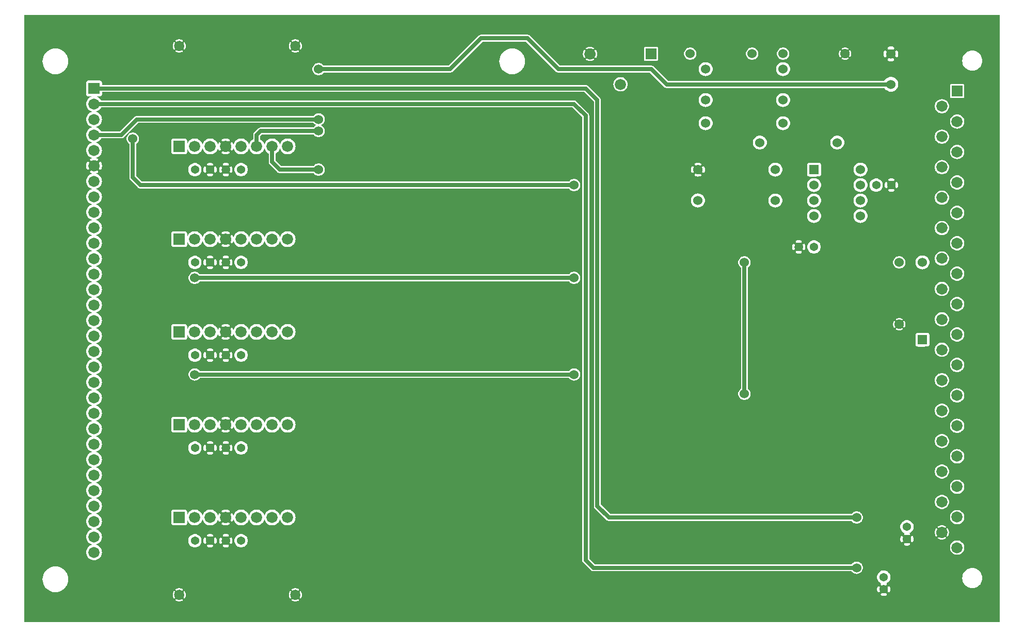
<source format=gtl>
G04 start of page 2 for group 0 idx 0 *
G04 Title: 26.003.00.01.01.pcb, top *
G04 Creator: pcb 4.1.2 *
G04 CreationDate: Fri Aug 10 20:06:22 2018 UTC *
G04 For: bert *
G04 Format: Gerber/RS-274X *
G04 PCB-Dimensions (mil): 6896.06 4633.86 *
G04 PCB-Coordinate-Origin: lower left *
%MOIN*%
%FSLAX25Y25*%
%LNGTL*%
%ADD27C,0.0280*%
%ADD26C,0.0360*%
%ADD25C,0.1100*%
%ADD24C,0.0320*%
%ADD23C,0.0200*%
%ADD22C,0.0420*%
%ADD21C,0.0520*%
%ADD20C,0.1460*%
%ADD19C,0.0400*%
%ADD18C,0.0350*%
%ADD17C,0.2760*%
%ADD16C,0.0600*%
%ADD15C,0.0540*%
%ADD14C,0.0720*%
%ADD13C,0.0650*%
%ADD12C,0.0250*%
%ADD11C,0.0001*%
G54D11*G36*
X622193Y453386D02*X640000D01*
Y60886D01*
X622193D01*
Y82694D01*
X622203Y82693D01*
X623223Y82773D01*
X624218Y83012D01*
X625163Y83404D01*
X626036Y83938D01*
X626814Y84603D01*
X627478Y85381D01*
X628013Y86253D01*
X628404Y87198D01*
X628643Y88193D01*
X628703Y89213D01*
X628643Y90233D01*
X628404Y91228D01*
X628013Y92173D01*
X627478Y93045D01*
X626814Y93823D01*
X626036Y94488D01*
X625163Y95022D01*
X624218Y95414D01*
X623223Y95653D01*
X622203Y95733D01*
X622193Y95732D01*
Y417339D01*
X622203Y417339D01*
X623223Y417419D01*
X624218Y417658D01*
X625163Y418049D01*
X626036Y418584D01*
X626814Y419248D01*
X627478Y420026D01*
X628013Y420899D01*
X628404Y421844D01*
X628643Y422839D01*
X628703Y423859D01*
X628643Y424879D01*
X628404Y425873D01*
X628013Y426819D01*
X627478Y427691D01*
X626814Y428469D01*
X626036Y429133D01*
X625163Y429668D01*
X624218Y430060D01*
X623223Y430298D01*
X622203Y430379D01*
X622193Y430378D01*
Y453386D01*
G37*
G36*
X612353D02*X622193D01*
Y430378D01*
X621183Y430298D01*
X620188Y430060D01*
X619243Y429668D01*
X618371Y429133D01*
X617593Y428469D01*
X616928Y427691D01*
X616394Y426819D01*
X616002Y425873D01*
X615763Y424879D01*
X615683Y423859D01*
X615763Y422839D01*
X616002Y421844D01*
X616394Y420899D01*
X616928Y420026D01*
X617593Y419248D01*
X618371Y418584D01*
X619243Y418049D01*
X620188Y417658D01*
X621183Y417419D01*
X622193Y417339D01*
Y95732D01*
X621183Y95653D01*
X620188Y95414D01*
X619243Y95022D01*
X618371Y94488D01*
X617593Y93823D01*
X616928Y93045D01*
X616394Y92173D01*
X616002Y91228D01*
X615763Y90233D01*
X615683Y89213D01*
X615763Y88193D01*
X616002Y87198D01*
X616394Y86253D01*
X616928Y85381D01*
X617593Y84603D01*
X618371Y83938D01*
X619243Y83404D01*
X620188Y83012D01*
X621183Y82773D01*
X622193Y82694D01*
Y60886D01*
X612353D01*
Y104285D01*
X612360Y104285D01*
X613082Y104341D01*
X613786Y104510D01*
X614455Y104788D01*
X615072Y105166D01*
X615623Y105636D01*
X616093Y106187D01*
X616471Y106804D01*
X616749Y107473D01*
X616918Y108177D01*
X616960Y108899D01*
X616918Y109621D01*
X616749Y110325D01*
X616471Y110994D01*
X616093Y111611D01*
X615623Y112162D01*
X615072Y112632D01*
X614455Y113010D01*
X613786Y113287D01*
X613082Y113456D01*
X612360Y113513D01*
X612353Y113512D01*
Y123970D01*
X612360Y123970D01*
X613082Y124026D01*
X613786Y124196D01*
X614455Y124473D01*
X615072Y124851D01*
X615623Y125321D01*
X616093Y125872D01*
X616471Y126489D01*
X616749Y127158D01*
X616918Y127862D01*
X616960Y128584D01*
X616918Y129306D01*
X616749Y130010D01*
X616471Y130679D01*
X616093Y131296D01*
X615623Y131847D01*
X615072Y132317D01*
X614455Y132695D01*
X613786Y132972D01*
X613082Y133141D01*
X612360Y133198D01*
X612353Y133197D01*
Y143655D01*
X612360Y143655D01*
X613082Y143712D01*
X613786Y143881D01*
X614455Y144158D01*
X615072Y144536D01*
X615623Y145006D01*
X616093Y145557D01*
X616471Y146174D01*
X616749Y146843D01*
X616918Y147547D01*
X616960Y148269D01*
X616918Y148991D01*
X616749Y149695D01*
X616471Y150364D01*
X616093Y150981D01*
X615623Y151532D01*
X615072Y152002D01*
X614455Y152380D01*
X613786Y152657D01*
X613082Y152826D01*
X612360Y152883D01*
X612353Y152883D01*
Y163340D01*
X612360Y163340D01*
X613082Y163396D01*
X613786Y163565D01*
X614455Y163843D01*
X615072Y164221D01*
X615623Y164691D01*
X616093Y165242D01*
X616471Y165859D01*
X616749Y166528D01*
X616918Y167232D01*
X616960Y167954D01*
X616918Y168676D01*
X616749Y169380D01*
X616471Y170049D01*
X616093Y170666D01*
X615623Y171217D01*
X615072Y171687D01*
X614455Y172065D01*
X613786Y172342D01*
X613082Y172511D01*
X612360Y172568D01*
X612353Y172567D01*
Y183025D01*
X612360Y183025D01*
X613082Y183081D01*
X613786Y183250D01*
X614455Y183528D01*
X615072Y183906D01*
X615623Y184376D01*
X616093Y184927D01*
X616471Y185544D01*
X616749Y186213D01*
X616918Y186917D01*
X616960Y187639D01*
X616918Y188361D01*
X616749Y189065D01*
X616471Y189734D01*
X616093Y190351D01*
X615623Y190902D01*
X615072Y191372D01*
X614455Y191750D01*
X613786Y192027D01*
X613082Y192196D01*
X612360Y192253D01*
X612353Y192252D01*
Y202710D01*
X612360Y202710D01*
X613082Y202766D01*
X613786Y202935D01*
X614455Y203213D01*
X615072Y203591D01*
X615623Y204061D01*
X616093Y204612D01*
X616471Y205229D01*
X616749Y205898D01*
X616918Y206602D01*
X616960Y207324D01*
X616918Y208046D01*
X616749Y208750D01*
X616471Y209419D01*
X616093Y210036D01*
X615623Y210587D01*
X615072Y211057D01*
X614455Y211435D01*
X613786Y211712D01*
X613082Y211881D01*
X612360Y211938D01*
X612353Y211937D01*
Y222395D01*
X612360Y222395D01*
X613082Y222451D01*
X613786Y222620D01*
X614455Y222898D01*
X615072Y223276D01*
X615623Y223746D01*
X616093Y224297D01*
X616471Y224914D01*
X616749Y225583D01*
X616918Y226287D01*
X616960Y227009D01*
X616918Y227731D01*
X616749Y228435D01*
X616471Y229104D01*
X616093Y229721D01*
X615623Y230272D01*
X615072Y230742D01*
X614455Y231120D01*
X613786Y231397D01*
X613082Y231566D01*
X612360Y231623D01*
X612353Y231622D01*
Y242080D01*
X612360Y242080D01*
X613082Y242136D01*
X613786Y242305D01*
X614455Y242583D01*
X615072Y242961D01*
X615623Y243431D01*
X616093Y243982D01*
X616471Y244599D01*
X616749Y245268D01*
X616918Y245972D01*
X616960Y246694D01*
X616918Y247416D01*
X616749Y248120D01*
X616471Y248789D01*
X616093Y249406D01*
X615623Y249957D01*
X615072Y250427D01*
X614455Y250805D01*
X613786Y251082D01*
X613082Y251251D01*
X612360Y251308D01*
X612353Y251307D01*
Y261765D01*
X612360Y261765D01*
X613082Y261821D01*
X613786Y261990D01*
X614455Y262268D01*
X615072Y262646D01*
X615623Y263116D01*
X616093Y263667D01*
X616471Y264284D01*
X616749Y264953D01*
X616918Y265657D01*
X616960Y266379D01*
X616918Y267101D01*
X616749Y267805D01*
X616471Y268474D01*
X616093Y269091D01*
X615623Y269642D01*
X615072Y270112D01*
X614455Y270490D01*
X613786Y270767D01*
X613082Y270936D01*
X612360Y270993D01*
X612353Y270992D01*
Y281450D01*
X612360Y281450D01*
X613082Y281506D01*
X613786Y281675D01*
X614455Y281953D01*
X615072Y282331D01*
X615623Y282801D01*
X616093Y283352D01*
X616471Y283969D01*
X616749Y284638D01*
X616918Y285342D01*
X616960Y286064D01*
X616918Y286786D01*
X616749Y287490D01*
X616471Y288159D01*
X616093Y288776D01*
X615623Y289327D01*
X615072Y289797D01*
X614455Y290175D01*
X613786Y290452D01*
X613082Y290621D01*
X612360Y290678D01*
X612353Y290677D01*
Y301135D01*
X612360Y301135D01*
X613082Y301191D01*
X613786Y301360D01*
X614455Y301638D01*
X615072Y302016D01*
X615623Y302486D01*
X616093Y303037D01*
X616471Y303654D01*
X616749Y304323D01*
X616918Y305027D01*
X616960Y305749D01*
X616918Y306471D01*
X616749Y307175D01*
X616471Y307844D01*
X616093Y308461D01*
X615623Y309012D01*
X615072Y309482D01*
X614455Y309860D01*
X613786Y310137D01*
X613082Y310306D01*
X612360Y310363D01*
X612353Y310362D01*
Y320820D01*
X612360Y320820D01*
X613082Y320876D01*
X613786Y321045D01*
X614455Y321323D01*
X615072Y321701D01*
X615623Y322171D01*
X616093Y322722D01*
X616471Y323339D01*
X616749Y324008D01*
X616918Y324712D01*
X616960Y325434D01*
X616918Y326156D01*
X616749Y326860D01*
X616471Y327529D01*
X616093Y328146D01*
X615623Y328697D01*
X615072Y329167D01*
X614455Y329545D01*
X613786Y329822D01*
X613082Y329991D01*
X612360Y330048D01*
X612353Y330047D01*
Y340505D01*
X612360Y340505D01*
X613082Y340561D01*
X613786Y340730D01*
X614455Y341008D01*
X615072Y341386D01*
X615623Y341856D01*
X616093Y342407D01*
X616471Y343024D01*
X616749Y343693D01*
X616918Y344397D01*
X616960Y345119D01*
X616918Y345841D01*
X616749Y346545D01*
X616471Y347214D01*
X616093Y347831D01*
X615623Y348382D01*
X615072Y348852D01*
X614455Y349230D01*
X613786Y349507D01*
X613082Y349676D01*
X612360Y349733D01*
X612353Y349732D01*
Y360190D01*
X612360Y360190D01*
X613082Y360247D01*
X613786Y360416D01*
X614455Y360693D01*
X615072Y361071D01*
X615623Y361541D01*
X616093Y362092D01*
X616471Y362709D01*
X616749Y363378D01*
X616918Y364082D01*
X616960Y364804D01*
X616918Y365526D01*
X616749Y366230D01*
X616471Y366899D01*
X616093Y367516D01*
X615623Y368067D01*
X615072Y368537D01*
X614455Y368915D01*
X613786Y369192D01*
X613082Y369361D01*
X612360Y369418D01*
X612353Y369418D01*
Y379875D01*
X612360Y379875D01*
X613082Y379932D01*
X613786Y380101D01*
X614455Y380378D01*
X615072Y380756D01*
X615623Y381226D01*
X616093Y381777D01*
X616471Y382394D01*
X616749Y383063D01*
X616918Y383767D01*
X616960Y384489D01*
X616918Y385211D01*
X616749Y385915D01*
X616471Y386584D01*
X616093Y387201D01*
X615623Y387752D01*
X615072Y388222D01*
X614455Y388600D01*
X613786Y388877D01*
X613082Y389046D01*
X612360Y389103D01*
X612353Y389103D01*
Y399579D01*
X616117Y399583D01*
X616270Y399620D01*
X616416Y399680D01*
X616550Y399763D01*
X616669Y399865D01*
X616772Y399984D01*
X616854Y400119D01*
X616914Y400264D01*
X616951Y400417D01*
X616960Y400574D01*
X616951Y407931D01*
X616914Y408084D01*
X616854Y408229D01*
X616772Y408364D01*
X616669Y408483D01*
X616550Y408586D01*
X616416Y408668D01*
X616270Y408728D01*
X616117Y408765D01*
X615960Y408774D01*
X612353Y408769D01*
Y453386D01*
G37*
G36*
X606325D02*X612353D01*
Y408769D01*
X608603Y408765D01*
X608450Y408728D01*
X608305Y408668D01*
X608171Y408586D01*
X608051Y408483D01*
X607949Y408364D01*
X607866Y408229D01*
X607806Y408084D01*
X607769Y407931D01*
X607760Y407774D01*
X607769Y400417D01*
X607806Y400264D01*
X607866Y400119D01*
X607949Y399984D01*
X608051Y399865D01*
X608171Y399763D01*
X608305Y399680D01*
X608450Y399620D01*
X608603Y399583D01*
X608760Y399574D01*
X612353Y399579D01*
Y389103D01*
X611638Y389046D01*
X610934Y388877D01*
X610265Y388600D01*
X609648Y388222D01*
X609097Y387752D01*
X608627Y387201D01*
X608249Y386584D01*
X607972Y385915D01*
X607803Y385211D01*
X607746Y384489D01*
X607803Y383767D01*
X607972Y383063D01*
X608249Y382394D01*
X608627Y381777D01*
X609097Y381226D01*
X609648Y380756D01*
X610265Y380378D01*
X610934Y380101D01*
X611638Y379932D01*
X612353Y379875D01*
Y369418D01*
X611638Y369361D01*
X610934Y369192D01*
X610265Y368915D01*
X609648Y368537D01*
X609097Y368067D01*
X608627Y367516D01*
X608249Y366899D01*
X607972Y366230D01*
X607803Y365526D01*
X607746Y364804D01*
X607803Y364082D01*
X607972Y363378D01*
X608249Y362709D01*
X608627Y362092D01*
X609097Y361541D01*
X609648Y361071D01*
X610265Y360693D01*
X610934Y360416D01*
X611638Y360247D01*
X612353Y360190D01*
Y349732D01*
X611638Y349676D01*
X610934Y349507D01*
X610265Y349230D01*
X609648Y348852D01*
X609097Y348382D01*
X608627Y347831D01*
X608249Y347214D01*
X607972Y346545D01*
X607803Y345841D01*
X607746Y345119D01*
X607803Y344397D01*
X607972Y343693D01*
X608249Y343024D01*
X608627Y342407D01*
X609097Y341856D01*
X609648Y341386D01*
X610265Y341008D01*
X610934Y340730D01*
X611638Y340561D01*
X612353Y340505D01*
Y330047D01*
X611638Y329991D01*
X610934Y329822D01*
X610265Y329545D01*
X609648Y329167D01*
X609097Y328697D01*
X608627Y328146D01*
X608249Y327529D01*
X607972Y326860D01*
X607803Y326156D01*
X607746Y325434D01*
X607803Y324712D01*
X607972Y324008D01*
X608249Y323339D01*
X608627Y322722D01*
X609097Y322171D01*
X609648Y321701D01*
X610265Y321323D01*
X610934Y321045D01*
X611638Y320876D01*
X612353Y320820D01*
Y310362D01*
X611638Y310306D01*
X610934Y310137D01*
X610265Y309860D01*
X609648Y309482D01*
X609097Y309012D01*
X608627Y308461D01*
X608249Y307844D01*
X607972Y307175D01*
X607803Y306471D01*
X607746Y305749D01*
X607803Y305027D01*
X607972Y304323D01*
X608249Y303654D01*
X608627Y303037D01*
X609097Y302486D01*
X609648Y302016D01*
X610265Y301638D01*
X610934Y301360D01*
X611638Y301191D01*
X612353Y301135D01*
Y290677D01*
X611638Y290621D01*
X610934Y290452D01*
X610265Y290175D01*
X609648Y289797D01*
X609097Y289327D01*
X608627Y288776D01*
X608249Y288159D01*
X607972Y287490D01*
X607803Y286786D01*
X607746Y286064D01*
X607803Y285342D01*
X607972Y284638D01*
X608249Y283969D01*
X608627Y283352D01*
X609097Y282801D01*
X609648Y282331D01*
X610265Y281953D01*
X610934Y281675D01*
X611638Y281506D01*
X612353Y281450D01*
Y270992D01*
X611638Y270936D01*
X610934Y270767D01*
X610265Y270490D01*
X609648Y270112D01*
X609097Y269642D01*
X608627Y269091D01*
X608249Y268474D01*
X607972Y267805D01*
X607803Y267101D01*
X607746Y266379D01*
X607803Y265657D01*
X607972Y264953D01*
X608249Y264284D01*
X608627Y263667D01*
X609097Y263116D01*
X609648Y262646D01*
X610265Y262268D01*
X610934Y261990D01*
X611638Y261821D01*
X612353Y261765D01*
Y251307D01*
X611638Y251251D01*
X610934Y251082D01*
X610265Y250805D01*
X609648Y250427D01*
X609097Y249957D01*
X608627Y249406D01*
X608249Y248789D01*
X607972Y248120D01*
X607803Y247416D01*
X607746Y246694D01*
X607803Y245972D01*
X607972Y245268D01*
X608249Y244599D01*
X608627Y243982D01*
X609097Y243431D01*
X609648Y242961D01*
X610265Y242583D01*
X610934Y242305D01*
X611638Y242136D01*
X612353Y242080D01*
Y231622D01*
X611638Y231566D01*
X610934Y231397D01*
X610265Y231120D01*
X609648Y230742D01*
X609097Y230272D01*
X608627Y229721D01*
X608249Y229104D01*
X607972Y228435D01*
X607803Y227731D01*
X607746Y227009D01*
X607803Y226287D01*
X607972Y225583D01*
X608249Y224914D01*
X608627Y224297D01*
X609097Y223746D01*
X609648Y223276D01*
X610265Y222898D01*
X610934Y222620D01*
X611638Y222451D01*
X612353Y222395D01*
Y211937D01*
X611638Y211881D01*
X610934Y211712D01*
X610265Y211435D01*
X609648Y211057D01*
X609097Y210587D01*
X608627Y210036D01*
X608249Y209419D01*
X607972Y208750D01*
X607803Y208046D01*
X607746Y207324D01*
X607803Y206602D01*
X607972Y205898D01*
X608249Y205229D01*
X608627Y204612D01*
X609097Y204061D01*
X609648Y203591D01*
X610265Y203213D01*
X610934Y202935D01*
X611638Y202766D01*
X612353Y202710D01*
Y192252D01*
X611638Y192196D01*
X610934Y192027D01*
X610265Y191750D01*
X609648Y191372D01*
X609097Y190902D01*
X608627Y190351D01*
X608249Y189734D01*
X607972Y189065D01*
X607803Y188361D01*
X607746Y187639D01*
X607803Y186917D01*
X607972Y186213D01*
X608249Y185544D01*
X608627Y184927D01*
X609097Y184376D01*
X609648Y183906D01*
X610265Y183528D01*
X610934Y183250D01*
X611638Y183081D01*
X612353Y183025D01*
Y172567D01*
X611638Y172511D01*
X610934Y172342D01*
X610265Y172065D01*
X609648Y171687D01*
X609097Y171217D01*
X608627Y170666D01*
X608249Y170049D01*
X607972Y169380D01*
X607803Y168676D01*
X607746Y167954D01*
X607803Y167232D01*
X607972Y166528D01*
X608249Y165859D01*
X608627Y165242D01*
X609097Y164691D01*
X609648Y164221D01*
X610265Y163843D01*
X610934Y163565D01*
X611638Y163396D01*
X612353Y163340D01*
Y152883D01*
X611638Y152826D01*
X610934Y152657D01*
X610265Y152380D01*
X609648Y152002D01*
X609097Y151532D01*
X608627Y150981D01*
X608249Y150364D01*
X607972Y149695D01*
X607803Y148991D01*
X607746Y148269D01*
X607803Y147547D01*
X607972Y146843D01*
X608249Y146174D01*
X608627Y145557D01*
X609097Y145006D01*
X609648Y144536D01*
X610265Y144158D01*
X610934Y143881D01*
X611638Y143712D01*
X612353Y143655D01*
Y133197D01*
X611638Y133141D01*
X610934Y132972D01*
X610265Y132695D01*
X609648Y132317D01*
X609097Y131847D01*
X608627Y131296D01*
X608249Y130679D01*
X607972Y130010D01*
X607803Y129306D01*
X607746Y128584D01*
X607803Y127862D01*
X607972Y127158D01*
X608249Y126489D01*
X608627Y125872D01*
X609097Y125321D01*
X609648Y124851D01*
X610265Y124473D01*
X610934Y124196D01*
X611638Y124026D01*
X612353Y123970D01*
Y113512D01*
X611638Y113456D01*
X610934Y113287D01*
X610265Y113010D01*
X609648Y112632D01*
X609097Y112162D01*
X608627Y111611D01*
X608249Y110994D01*
X607972Y110325D01*
X607803Y109621D01*
X607746Y108899D01*
X607803Y108177D01*
X607972Y107473D01*
X608249Y106804D01*
X608627Y106187D01*
X609097Y105636D01*
X609648Y105166D01*
X610265Y104788D01*
X610934Y104510D01*
X611638Y104341D01*
X612353Y104285D01*
Y60886D01*
X606325D01*
Y116223D01*
X606360Y116249D01*
X606416Y116305D01*
X606460Y116370D01*
X606662Y116733D01*
X606826Y117115D01*
X606955Y117509D01*
X607048Y117914D01*
X607104Y118326D01*
X607123Y118741D01*
X607104Y119156D01*
X607048Y119568D01*
X606955Y119972D01*
X606826Y120367D01*
X606662Y120749D01*
X606464Y121114D01*
X606418Y121179D01*
X606363Y121236D01*
X606325Y121263D01*
Y135835D01*
X606629Y136331D01*
X606907Y137000D01*
X607076Y137704D01*
X607118Y138426D01*
X607076Y139148D01*
X606907Y139852D01*
X606629Y140521D01*
X606325Y141017D01*
Y155520D01*
X606629Y156016D01*
X606907Y156685D01*
X607076Y157389D01*
X607118Y158111D01*
X607076Y158833D01*
X606907Y159537D01*
X606629Y160206D01*
X606325Y160702D01*
Y175204D01*
X606629Y175701D01*
X606907Y176370D01*
X607076Y177074D01*
X607118Y177796D01*
X607076Y178517D01*
X606907Y179222D01*
X606629Y179890D01*
X606325Y180387D01*
Y194890D01*
X606629Y195386D01*
X606907Y196055D01*
X607076Y196759D01*
X607118Y197481D01*
X607076Y198203D01*
X606907Y198907D01*
X606629Y199576D01*
X606325Y200072D01*
Y214576D01*
X606629Y215072D01*
X606907Y215741D01*
X607076Y216445D01*
X607118Y217167D01*
X607076Y217889D01*
X606907Y218593D01*
X606629Y219262D01*
X606325Y219758D01*
Y234261D01*
X606629Y234757D01*
X606907Y235426D01*
X607076Y236130D01*
X607118Y236852D01*
X607076Y237574D01*
X606907Y238278D01*
X606629Y238947D01*
X606325Y239443D01*
Y253946D01*
X606629Y254442D01*
X606907Y255111D01*
X607076Y255815D01*
X607118Y256537D01*
X607076Y257259D01*
X606907Y257963D01*
X606629Y258632D01*
X606325Y259128D01*
Y273630D01*
X606629Y274126D01*
X606907Y274795D01*
X607076Y275499D01*
X607118Y276221D01*
X607076Y276943D01*
X606907Y277647D01*
X606629Y278316D01*
X606325Y278812D01*
Y293315D01*
X606629Y293811D01*
X606907Y294480D01*
X607076Y295184D01*
X607118Y295906D01*
X607076Y296628D01*
X606907Y297332D01*
X606629Y298001D01*
X606325Y298497D01*
Y313000D01*
X606629Y313496D01*
X606907Y314165D01*
X607076Y314869D01*
X607118Y315591D01*
X607076Y316313D01*
X606907Y317017D01*
X606629Y317686D01*
X606325Y318182D01*
Y332685D01*
X606629Y333181D01*
X606907Y333850D01*
X607076Y334554D01*
X607118Y335276D01*
X607076Y335998D01*
X606907Y336702D01*
X606629Y337371D01*
X606325Y337867D01*
Y352370D01*
X606629Y352866D01*
X606907Y353535D01*
X607076Y354239D01*
X607118Y354961D01*
X607076Y355683D01*
X606907Y356387D01*
X606629Y357056D01*
X606325Y357552D01*
Y372056D01*
X606629Y372552D01*
X606907Y373221D01*
X607076Y373925D01*
X607118Y374647D01*
X607076Y375369D01*
X606907Y376073D01*
X606629Y376742D01*
X606325Y377238D01*
Y391741D01*
X606629Y392237D01*
X606907Y392906D01*
X607076Y393610D01*
X607118Y394332D01*
X607076Y395054D01*
X606907Y395758D01*
X606629Y396427D01*
X606325Y396923D01*
Y453386D01*
G37*
G36*
Y377238D02*X606251Y377359D01*
X605781Y377910D01*
X605230Y378380D01*
X604613Y378758D01*
X603944Y379035D01*
X603240Y379204D01*
X602518Y379261D01*
X602511Y379260D01*
Y389718D01*
X602518Y389718D01*
X603240Y389775D01*
X603944Y389944D01*
X604613Y390221D01*
X605230Y390599D01*
X605781Y391069D01*
X606251Y391620D01*
X606325Y391741D01*
Y377238D01*
G37*
G36*
Y357552D02*X606251Y357673D01*
X605781Y358224D01*
X605230Y358694D01*
X604613Y359072D01*
X603944Y359349D01*
X603240Y359518D01*
X602518Y359575D01*
X602511Y359574D01*
Y370033D01*
X602518Y370033D01*
X603240Y370089D01*
X603944Y370258D01*
X604613Y370536D01*
X605230Y370914D01*
X605781Y371384D01*
X606251Y371935D01*
X606325Y372056D01*
Y357552D01*
G37*
G36*
Y337867D02*X606251Y337988D01*
X605781Y338539D01*
X605230Y339009D01*
X604613Y339387D01*
X603944Y339664D01*
X603240Y339833D01*
X602518Y339890D01*
X602511Y339890D01*
Y350347D01*
X602518Y350347D01*
X603240Y350403D01*
X603944Y350572D01*
X604613Y350850D01*
X605230Y351228D01*
X605781Y351698D01*
X606251Y352249D01*
X606325Y352370D01*
Y337867D01*
G37*
G36*
Y318182D02*X606251Y318303D01*
X605781Y318854D01*
X605230Y319324D01*
X604613Y319702D01*
X603944Y319979D01*
X603240Y320148D01*
X602518Y320205D01*
X602511Y320205D01*
Y330662D01*
X602518Y330662D01*
X603240Y330719D01*
X603944Y330888D01*
X604613Y331165D01*
X605230Y331543D01*
X605781Y332013D01*
X606251Y332564D01*
X606325Y332685D01*
Y318182D01*
G37*
G36*
Y298497D02*X606251Y298618D01*
X605781Y299169D01*
X605230Y299639D01*
X604613Y300017D01*
X603944Y300294D01*
X603240Y300463D01*
X602518Y300520D01*
X602511Y300519D01*
Y310977D01*
X602518Y310977D01*
X603240Y311034D01*
X603944Y311203D01*
X604613Y311480D01*
X605230Y311858D01*
X605781Y312328D01*
X606251Y312879D01*
X606325Y313000D01*
Y298497D01*
G37*
G36*
Y278812D02*X606251Y278933D01*
X605781Y279484D01*
X605230Y279954D01*
X604613Y280332D01*
X603944Y280609D01*
X603240Y280778D01*
X602518Y280835D01*
X602511Y280834D01*
Y291292D01*
X602518Y291292D01*
X603240Y291348D01*
X603944Y291517D01*
X604613Y291795D01*
X605230Y292173D01*
X605781Y292643D01*
X606251Y293194D01*
X606325Y293315D01*
Y278812D01*
G37*
G36*
Y259128D02*X606251Y259249D01*
X605781Y259800D01*
X605230Y260270D01*
X604613Y260648D01*
X603944Y260925D01*
X603240Y261094D01*
X602518Y261151D01*
X602511Y261150D01*
Y271607D01*
X602518Y271607D01*
X603240Y271663D01*
X603944Y271832D01*
X604613Y272110D01*
X605230Y272488D01*
X605781Y272958D01*
X606251Y273509D01*
X606325Y273630D01*
Y259128D01*
G37*
G36*
Y239443D02*X606251Y239564D01*
X605781Y240115D01*
X605230Y240585D01*
X604613Y240963D01*
X603944Y241240D01*
X603240Y241409D01*
X602518Y241466D01*
X602511Y241465D01*
Y251923D01*
X602518Y251923D01*
X603240Y251979D01*
X603944Y252148D01*
X604613Y252426D01*
X605230Y252804D01*
X605781Y253274D01*
X606251Y253825D01*
X606325Y253946D01*
Y239443D01*
G37*
G36*
Y219758D02*X606251Y219879D01*
X605781Y220430D01*
X605230Y220900D01*
X604613Y221278D01*
X603944Y221555D01*
X603240Y221724D01*
X602518Y221781D01*
X602511Y221780D01*
Y232238D01*
X602518Y232238D01*
X603240Y232294D01*
X603944Y232463D01*
X604613Y232741D01*
X605230Y233119D01*
X605781Y233589D01*
X606251Y234140D01*
X606325Y234261D01*
Y219758D01*
G37*
G36*
Y200072D02*X606251Y200193D01*
X605781Y200743D01*
X605230Y201214D01*
X604613Y201592D01*
X603944Y201869D01*
X603240Y202038D01*
X602518Y202095D01*
X602511Y202094D01*
Y212553D01*
X602518Y212553D01*
X603240Y212609D01*
X603944Y212778D01*
X604613Y213056D01*
X605230Y213434D01*
X605781Y213904D01*
X606251Y214455D01*
X606325Y214576D01*
Y200072D01*
G37*
G36*
Y180387D02*X606251Y180508D01*
X605781Y181058D01*
X605230Y181529D01*
X604613Y181907D01*
X603944Y182184D01*
X603240Y182353D01*
X602518Y182410D01*
X602511Y182409D01*
Y192867D01*
X602518Y192867D01*
X603240Y192923D01*
X603944Y193092D01*
X604613Y193369D01*
X605230Y193748D01*
X605781Y194218D01*
X606251Y194769D01*
X606325Y194890D01*
Y180387D01*
G37*
G36*
Y160702D02*X606251Y160823D01*
X605781Y161374D01*
X605230Y161844D01*
X604613Y162222D01*
X603944Y162499D01*
X603240Y162668D01*
X602518Y162725D01*
X602511Y162724D01*
Y173182D01*
X602518Y173181D01*
X603240Y173238D01*
X603944Y173407D01*
X604613Y173684D01*
X605230Y174063D01*
X605781Y174533D01*
X606251Y175084D01*
X606325Y175204D01*
Y160702D01*
G37*
G36*
Y141017D02*X606251Y141138D01*
X605781Y141689D01*
X605230Y142159D01*
X604613Y142537D01*
X603944Y142814D01*
X603240Y142983D01*
X602518Y143040D01*
X602511Y143039D01*
Y153497D01*
X602518Y153497D01*
X603240Y153553D01*
X603944Y153722D01*
X604613Y154000D01*
X605230Y154378D01*
X605781Y154848D01*
X606251Y155399D01*
X606325Y155520D01*
Y141017D01*
G37*
G36*
Y60886D02*X602511D01*
Y114137D01*
X602518Y114136D01*
X602933Y114155D01*
X603345Y114211D01*
X603750Y114304D01*
X604145Y114433D01*
X604526Y114597D01*
X604891Y114795D01*
X604956Y114841D01*
X605013Y114896D01*
X605060Y114960D01*
X605097Y115030D01*
X605122Y115105D01*
X605135Y115184D01*
X605135Y115263D01*
X605124Y115341D01*
X605100Y115417D01*
X605064Y115488D01*
X605018Y115552D01*
X604963Y115609D01*
X604899Y115656D01*
X604829Y115693D01*
X604753Y115718D01*
X604675Y115731D01*
X604596Y115731D01*
X604518Y115720D01*
X604442Y115696D01*
X604372Y115659D01*
X604088Y115501D01*
X603790Y115373D01*
X603481Y115272D01*
X603164Y115199D01*
X602843Y115156D01*
X602518Y115141D01*
X602511Y115141D01*
Y122341D01*
X602518Y122341D01*
X602843Y122326D01*
X603164Y122282D01*
X603481Y122210D01*
X603790Y122109D01*
X604088Y121981D01*
X604374Y121826D01*
X604443Y121789D01*
X604518Y121766D01*
X604596Y121754D01*
X604675Y121755D01*
X604752Y121768D01*
X604827Y121793D01*
X604897Y121829D01*
X604960Y121876D01*
X605015Y121932D01*
X605061Y121996D01*
X605096Y122066D01*
X605120Y122141D01*
X605132Y122219D01*
X605131Y122298D01*
X605118Y122376D01*
X605093Y122450D01*
X605057Y122520D01*
X605010Y122583D01*
X604954Y122638D01*
X604889Y122683D01*
X604526Y122885D01*
X604145Y123049D01*
X603750Y123178D01*
X603345Y123271D01*
X602933Y123327D01*
X602518Y123346D01*
X602511Y123345D01*
Y133812D01*
X602518Y133812D01*
X603240Y133868D01*
X603944Y134037D01*
X604613Y134315D01*
X605230Y134693D01*
X605781Y135163D01*
X606251Y135714D01*
X606325Y135835D01*
Y121263D01*
X606299Y121283D01*
X606229Y121319D01*
X606154Y121344D01*
X606075Y121357D01*
X605996Y121358D01*
X605918Y121346D01*
X605842Y121323D01*
X605771Y121287D01*
X605707Y121241D01*
X605650Y121185D01*
X605603Y121122D01*
X605566Y121051D01*
X605541Y120976D01*
X605528Y120898D01*
X605528Y120819D01*
X605539Y120740D01*
X605563Y120665D01*
X605600Y120595D01*
X605758Y120311D01*
X605886Y120012D01*
X605987Y119704D01*
X606060Y119387D01*
X606104Y119065D01*
X606118Y118741D01*
X606104Y118416D01*
X606060Y118095D01*
X605987Y117778D01*
X605886Y117469D01*
X605758Y117171D01*
X605603Y116885D01*
X605567Y116816D01*
X605543Y116741D01*
X605531Y116663D01*
X605532Y116584D01*
X605545Y116507D01*
X605570Y116432D01*
X605606Y116362D01*
X605653Y116299D01*
X605709Y116244D01*
X605773Y116198D01*
X605844Y116163D01*
X605919Y116139D01*
X605996Y116127D01*
X606075Y116128D01*
X606153Y116141D01*
X606227Y116166D01*
X606297Y116202D01*
X606325Y116223D01*
Y60886D01*
G37*
G36*
X602511Y453386D02*X606325D01*
Y396923D01*
X606251Y397044D01*
X605781Y397595D01*
X605230Y398065D01*
X604613Y398443D01*
X603944Y398720D01*
X603240Y398889D01*
X602518Y398946D01*
X602511Y398946D01*
Y453386D01*
G37*
G36*
X598711Y135835D02*X598785Y135714D01*
X599255Y135163D01*
X599806Y134693D01*
X600423Y134315D01*
X601092Y134037D01*
X601796Y133868D01*
X602511Y133812D01*
Y123345D01*
X602103Y123327D01*
X601692Y123271D01*
X601287Y123178D01*
X600892Y123049D01*
X600510Y122885D01*
X600145Y122687D01*
X600080Y122641D01*
X600024Y122586D01*
X599976Y122522D01*
X599940Y122452D01*
X599915Y122376D01*
X599902Y122298D01*
X599901Y122219D01*
X599913Y122141D01*
X599937Y122065D01*
X599972Y121994D01*
X600018Y121929D01*
X600074Y121873D01*
X600137Y121826D01*
X600208Y121789D01*
X600283Y121764D01*
X600361Y121751D01*
X600440Y121750D01*
X600519Y121762D01*
X600594Y121786D01*
X600665Y121823D01*
X600948Y121981D01*
X601247Y122109D01*
X601555Y122210D01*
X601872Y122282D01*
X602194Y122326D01*
X602511Y122341D01*
Y115141D01*
X602194Y115156D01*
X601872Y115199D01*
X601555Y115272D01*
X601247Y115373D01*
X600948Y115501D01*
X600663Y115656D01*
X600593Y115692D01*
X600518Y115716D01*
X600440Y115728D01*
X600361Y115727D01*
X600284Y115714D01*
X600209Y115689D01*
X600139Y115653D01*
X600076Y115606D01*
X600021Y115550D01*
X599975Y115486D01*
X599940Y115416D01*
X599916Y115341D01*
X599905Y115263D01*
X599905Y115184D01*
X599918Y115106D01*
X599943Y115032D01*
X599979Y114962D01*
X600026Y114899D01*
X600082Y114843D01*
X600147Y114799D01*
X600510Y114597D01*
X600892Y114433D01*
X601287Y114304D01*
X601692Y114211D01*
X602103Y114155D01*
X602511Y114137D01*
Y60886D01*
X598711D01*
Y116218D01*
X598737Y116199D01*
X598808Y116163D01*
X598883Y116137D01*
X598961Y116124D01*
X599040Y116124D01*
X599119Y116136D01*
X599194Y116159D01*
X599265Y116195D01*
X599330Y116241D01*
X599386Y116296D01*
X599433Y116360D01*
X599470Y116431D01*
X599495Y116506D01*
X599508Y116584D01*
X599509Y116663D01*
X599497Y116742D01*
X599473Y116817D01*
X599436Y116887D01*
X599278Y117171D01*
X599150Y117469D01*
X599049Y117778D01*
X598977Y118095D01*
X598933Y118416D01*
X598918Y118741D01*
X598933Y119065D01*
X598977Y119387D01*
X599049Y119704D01*
X599150Y120012D01*
X599278Y120311D01*
X599433Y120596D01*
X599470Y120666D01*
X599493Y120741D01*
X599505Y120819D01*
X599504Y120898D01*
X599491Y120975D01*
X599466Y121050D01*
X599430Y121120D01*
X599383Y121183D01*
X599327Y121238D01*
X599263Y121284D01*
X599193Y121319D01*
X599118Y121343D01*
X599040Y121354D01*
X598961Y121354D01*
X598884Y121341D01*
X598809Y121316D01*
X598739Y121280D01*
X598711Y121259D01*
Y135835D01*
G37*
G36*
Y155520D02*X598785Y155399D01*
X599255Y154848D01*
X599806Y154378D01*
X600423Y154000D01*
X601092Y153722D01*
X601796Y153553D01*
X602511Y153497D01*
Y143039D01*
X601796Y142983D01*
X601092Y142814D01*
X600423Y142537D01*
X599806Y142159D01*
X599255Y141689D01*
X598785Y141138D01*
X598711Y141017D01*
Y155520D01*
G37*
G36*
Y175204D02*X598785Y175084D01*
X599255Y174533D01*
X599806Y174063D01*
X600423Y173684D01*
X601092Y173407D01*
X601796Y173238D01*
X602511Y173182D01*
Y162724D01*
X601796Y162668D01*
X601092Y162499D01*
X600423Y162222D01*
X599806Y161844D01*
X599255Y161374D01*
X598785Y160823D01*
X598711Y160702D01*
Y175204D01*
G37*
G36*
Y194890D02*X598785Y194769D01*
X599255Y194218D01*
X599806Y193748D01*
X600423Y193369D01*
X601092Y193092D01*
X601796Y192923D01*
X602511Y192867D01*
Y182409D01*
X601796Y182353D01*
X601092Y182184D01*
X600423Y181907D01*
X599806Y181529D01*
X599255Y181058D01*
X598785Y180508D01*
X598711Y180387D01*
Y194890D01*
G37*
G36*
Y214576D02*X598785Y214455D01*
X599255Y213904D01*
X599806Y213434D01*
X600423Y213056D01*
X601092Y212778D01*
X601796Y212609D01*
X602511Y212553D01*
Y202094D01*
X601796Y202038D01*
X601092Y201869D01*
X600423Y201592D01*
X599806Y201214D01*
X599255Y200743D01*
X598785Y200193D01*
X598711Y200072D01*
Y214576D01*
G37*
G36*
Y234261D02*X598785Y234140D01*
X599255Y233589D01*
X599806Y233119D01*
X600423Y232741D01*
X601092Y232463D01*
X601796Y232294D01*
X602511Y232238D01*
Y221780D01*
X601796Y221724D01*
X601092Y221555D01*
X600423Y221278D01*
X599806Y220900D01*
X599255Y220430D01*
X598785Y219879D01*
X598711Y219758D01*
Y234261D01*
G37*
G36*
Y253946D02*X598785Y253825D01*
X599255Y253274D01*
X599806Y252804D01*
X600423Y252426D01*
X601092Y252148D01*
X601796Y251979D01*
X602511Y251923D01*
Y241465D01*
X601796Y241409D01*
X601092Y241240D01*
X600423Y240963D01*
X599806Y240585D01*
X599255Y240115D01*
X598785Y239564D01*
X598711Y239443D01*
Y253946D01*
G37*
G36*
Y273630D02*X598785Y273509D01*
X599255Y272958D01*
X599806Y272488D01*
X600423Y272110D01*
X601092Y271832D01*
X601796Y271663D01*
X602511Y271607D01*
Y261150D01*
X601796Y261094D01*
X601092Y260925D01*
X600423Y260648D01*
X599806Y260270D01*
X599255Y259800D01*
X598785Y259249D01*
X598711Y259128D01*
Y273630D01*
G37*
G36*
Y293315D02*X598785Y293194D01*
X599255Y292643D01*
X599806Y292173D01*
X600423Y291795D01*
X601092Y291517D01*
X601796Y291348D01*
X602511Y291292D01*
Y280834D01*
X601796Y280778D01*
X601092Y280609D01*
X600423Y280332D01*
X599806Y279954D01*
X599255Y279484D01*
X598785Y278933D01*
X598711Y278812D01*
Y293315D01*
G37*
G36*
Y313000D02*X598785Y312879D01*
X599255Y312328D01*
X599806Y311858D01*
X600423Y311480D01*
X601092Y311203D01*
X601796Y311034D01*
X602511Y310977D01*
Y300519D01*
X601796Y300463D01*
X601092Y300294D01*
X600423Y300017D01*
X599806Y299639D01*
X599255Y299169D01*
X598785Y298618D01*
X598711Y298497D01*
Y313000D01*
G37*
G36*
Y332685D02*X598785Y332564D01*
X599255Y332013D01*
X599806Y331543D01*
X600423Y331165D01*
X601092Y330888D01*
X601796Y330719D01*
X602511Y330662D01*
Y320205D01*
X601796Y320148D01*
X601092Y319979D01*
X600423Y319702D01*
X599806Y319324D01*
X599255Y318854D01*
X598785Y318303D01*
X598711Y318182D01*
Y332685D01*
G37*
G36*
Y352370D02*X598785Y352249D01*
X599255Y351698D01*
X599806Y351228D01*
X600423Y350850D01*
X601092Y350572D01*
X601796Y350403D01*
X602511Y350347D01*
Y339890D01*
X601796Y339833D01*
X601092Y339664D01*
X600423Y339387D01*
X599806Y339009D01*
X599255Y338539D01*
X598785Y337988D01*
X598711Y337867D01*
Y352370D01*
G37*
G36*
Y372056D02*X598785Y371935D01*
X599255Y371384D01*
X599806Y370914D01*
X600423Y370536D01*
X601092Y370258D01*
X601796Y370089D01*
X602511Y370033D01*
Y359574D01*
X601796Y359518D01*
X601092Y359349D01*
X600423Y359072D01*
X599806Y358694D01*
X599255Y358224D01*
X598785Y357673D01*
X598711Y357552D01*
Y372056D01*
G37*
G36*
Y391741D02*X598785Y391620D01*
X599255Y391069D01*
X599806Y390599D01*
X600423Y390221D01*
X601092Y389944D01*
X601796Y389775D01*
X602511Y389718D01*
Y379260D01*
X601796Y379204D01*
X601092Y379035D01*
X600423Y378758D01*
X599806Y378380D01*
X599255Y377910D01*
X598785Y377359D01*
X598711Y377238D01*
Y391741D01*
G37*
G36*
Y453386D02*X602511D01*
Y398946D01*
X601796Y398889D01*
X601092Y398720D01*
X600423Y398443D01*
X599806Y398065D01*
X599255Y397595D01*
X598785Y397044D01*
X598711Y396923D01*
Y453386D01*
G37*
G36*
X589993D02*X598711D01*
Y396923D01*
X598407Y396427D01*
X598130Y395758D01*
X597961Y395054D01*
X597904Y394332D01*
X597961Y393610D01*
X598130Y392906D01*
X598407Y392237D01*
X598711Y391741D01*
Y377238D01*
X598407Y376742D01*
X598130Y376073D01*
X597961Y375369D01*
X597904Y374647D01*
X597961Y373925D01*
X598130Y373221D01*
X598407Y372552D01*
X598711Y372056D01*
Y357552D01*
X598407Y357056D01*
X598130Y356387D01*
X597961Y355683D01*
X597904Y354961D01*
X597961Y354239D01*
X598130Y353535D01*
X598407Y352866D01*
X598711Y352370D01*
Y337867D01*
X598407Y337371D01*
X598130Y336702D01*
X597961Y335998D01*
X597904Y335276D01*
X597961Y334554D01*
X598130Y333850D01*
X598407Y333181D01*
X598711Y332685D01*
Y318182D01*
X598407Y317686D01*
X598130Y317017D01*
X597961Y316313D01*
X597904Y315591D01*
X597961Y314869D01*
X598130Y314165D01*
X598407Y313496D01*
X598711Y313000D01*
Y298497D01*
X598407Y298001D01*
X598130Y297332D01*
X597961Y296628D01*
X597904Y295906D01*
X597961Y295184D01*
X598130Y294480D01*
X598407Y293811D01*
X598711Y293315D01*
Y278812D01*
X598407Y278316D01*
X598130Y277647D01*
X597961Y276943D01*
X597904Y276221D01*
X597961Y275499D01*
X598130Y274795D01*
X598407Y274126D01*
X598711Y273630D01*
Y259128D01*
X598407Y258632D01*
X598130Y257963D01*
X597961Y257259D01*
X597904Y256537D01*
X597961Y255815D01*
X598130Y255111D01*
X598407Y254442D01*
X598711Y253946D01*
Y239443D01*
X598407Y238947D01*
X598130Y238278D01*
X597961Y237574D01*
X597904Y236852D01*
X597961Y236130D01*
X598130Y235426D01*
X598407Y234757D01*
X598711Y234261D01*
Y219758D01*
X598407Y219262D01*
X598130Y218593D01*
X597961Y217889D01*
X597904Y217167D01*
X597961Y216445D01*
X598130Y215741D01*
X598407Y215072D01*
X598711Y214576D01*
Y200072D01*
X598407Y199576D01*
X598130Y198907D01*
X597961Y198203D01*
X597904Y197481D01*
X597961Y196759D01*
X598130Y196055D01*
X598407Y195386D01*
X598711Y194890D01*
Y180387D01*
X598407Y179890D01*
X598130Y179222D01*
X597961Y178517D01*
X597904Y177796D01*
X597961Y177074D01*
X598130Y176370D01*
X598407Y175701D01*
X598711Y175204D01*
Y160702D01*
X598407Y160206D01*
X598130Y159537D01*
X597961Y158833D01*
X597904Y158111D01*
X597961Y157389D01*
X598130Y156685D01*
X598407Y156016D01*
X598711Y155520D01*
Y141017D01*
X598407Y140521D01*
X598130Y139852D01*
X597961Y139148D01*
X597904Y138426D01*
X597961Y137704D01*
X598130Y137000D01*
X598407Y136331D01*
X598711Y135835D01*
Y121259D01*
X598676Y121233D01*
X598621Y121177D01*
X598576Y121112D01*
X598374Y120749D01*
X598210Y120367D01*
X598081Y119972D01*
X597988Y119568D01*
X597932Y119156D01*
X597913Y118741D01*
X597932Y118326D01*
X597988Y117914D01*
X598081Y117509D01*
X598210Y117115D01*
X598374Y116733D01*
X598572Y116368D01*
X598618Y116303D01*
X598673Y116246D01*
X598711Y116218D01*
Y60886D01*
X589993D01*
Y238892D01*
X593235Y238900D01*
X593465Y238955D01*
X593683Y239045D01*
X593884Y239169D01*
X594064Y239322D01*
X594217Y239501D01*
X594341Y239703D01*
X594431Y239921D01*
X594486Y240150D01*
X594500Y240386D01*
X594486Y246621D01*
X594431Y246851D01*
X594341Y247069D01*
X594217Y247270D01*
X594064Y247450D01*
X593884Y247603D01*
X593683Y247726D01*
X593465Y247817D01*
X593235Y247872D01*
X593000Y247886D01*
X589993Y247879D01*
Y288872D01*
X590000Y288872D01*
X590706Y288928D01*
X591395Y289093D01*
X592049Y289364D01*
X592653Y289734D01*
X593192Y290194D01*
X593652Y290733D01*
X594022Y291337D01*
X594293Y291991D01*
X594458Y292680D01*
X594500Y293386D01*
X594458Y294092D01*
X594293Y294781D01*
X594022Y295435D01*
X593652Y296039D01*
X593192Y296578D01*
X592653Y297038D01*
X592049Y297408D01*
X591395Y297679D01*
X590706Y297844D01*
X590000Y297900D01*
X589993Y297899D01*
Y453386D01*
G37*
G36*
X583404D02*X589993D01*
Y297899D01*
X589294Y297844D01*
X588605Y297679D01*
X587951Y297408D01*
X587347Y297038D01*
X586808Y296578D01*
X586348Y296039D01*
X585978Y295435D01*
X585707Y294781D01*
X585542Y294092D01*
X585486Y293386D01*
X585542Y292680D01*
X585707Y291991D01*
X585978Y291337D01*
X586348Y290733D01*
X586808Y290194D01*
X587347Y289734D01*
X587951Y289364D01*
X588605Y289093D01*
X589294Y288928D01*
X589993Y288872D01*
Y247879D01*
X586765Y247872D01*
X586535Y247817D01*
X586317Y247726D01*
X586116Y247603D01*
X585936Y247450D01*
X585783Y247270D01*
X585659Y247069D01*
X585569Y246851D01*
X585514Y246621D01*
X585500Y246386D01*
X585514Y240150D01*
X585569Y239921D01*
X585659Y239703D01*
X585783Y239501D01*
X585936Y239322D01*
X586116Y239169D01*
X586317Y239045D01*
X586535Y238955D01*
X586765Y238900D01*
X587000Y238886D01*
X589993Y238892D01*
Y60886D01*
X583404D01*
Y112525D01*
X583427Y112526D01*
X583550Y112554D01*
X583667Y112600D01*
X583776Y112665D01*
X583872Y112745D01*
X583956Y112840D01*
X584023Y112946D01*
X584070Y113063D01*
X584187Y113449D01*
X584262Y113845D01*
X584300Y114247D01*
Y114651D01*
X584262Y115052D01*
X584187Y115449D01*
X584075Y115837D01*
X584026Y115953D01*
X583958Y116060D01*
X583875Y116155D01*
X583777Y116235D01*
X583669Y116300D01*
X583551Y116347D01*
X583428Y116374D01*
X583404Y116376D01*
Y119687D01*
X583490Y119788D01*
X583843Y120365D01*
X584102Y120990D01*
X584260Y121648D01*
X584300Y122323D01*
X584260Y122998D01*
X584102Y123656D01*
X583843Y124281D01*
X583490Y124858D01*
X583404Y124958D01*
Y453386D01*
G37*
G36*
Y60886D02*X580001D01*
Y110149D01*
X580202D01*
X580604Y110187D01*
X581000Y110262D01*
X581388Y110374D01*
X581504Y110423D01*
X581611Y110491D01*
X581706Y110574D01*
X581787Y110672D01*
X581851Y110780D01*
X581898Y110898D01*
X581926Y111021D01*
X581934Y111147D01*
X581922Y111273D01*
X581891Y111395D01*
X581841Y111511D01*
X581773Y111618D01*
X581690Y111713D01*
X581593Y111794D01*
X581484Y111858D01*
X581366Y111905D01*
X581243Y111933D01*
X581117Y111941D01*
X580991Y111929D01*
X580870Y111896D01*
X580627Y111823D01*
X580379Y111776D01*
X580127Y111752D01*
X580001D01*
Y117146D01*
X580127D01*
X580379Y117122D01*
X580627Y117075D01*
X580870Y117005D01*
X580992Y116971D01*
X581117Y116960D01*
X581243Y116968D01*
X581366Y116995D01*
X581483Y117042D01*
X581591Y117106D01*
X581688Y117187D01*
X581771Y117281D01*
X581838Y117388D01*
X581888Y117503D01*
X581919Y117625D01*
X581931Y117751D01*
X581923Y117876D01*
X581895Y117999D01*
X581848Y118116D01*
X581784Y118224D01*
X581704Y118321D01*
X581663Y118357D01*
X581958Y118480D01*
X582535Y118833D01*
X583050Y119273D01*
X583404Y119687D01*
Y116376D01*
X583302Y116383D01*
X583176Y116371D01*
X583053Y116340D01*
X582937Y116290D01*
X582831Y116222D01*
X582736Y116139D01*
X582655Y116041D01*
X582590Y115933D01*
X582544Y115815D01*
X582516Y115692D01*
X582508Y115566D01*
X582519Y115440D01*
X582553Y115318D01*
X582626Y115076D01*
X582673Y114827D01*
X582697Y114575D01*
Y114322D01*
X582673Y114070D01*
X582626Y113822D01*
X582556Y113578D01*
X582522Y113457D01*
X582511Y113332D01*
X582519Y113206D01*
X582547Y113083D01*
X582593Y112966D01*
X582657Y112858D01*
X582738Y112761D01*
X582832Y112678D01*
X582939Y112611D01*
X583054Y112561D01*
X583176Y112530D01*
X583302Y112518D01*
X583404Y112525D01*
Y60886D01*
G37*
G36*
X580001Y453386D02*X583404D01*
Y124958D01*
X583050Y125373D01*
X582535Y125812D01*
X581958Y126166D01*
X581333Y126425D01*
X580675Y126583D01*
X580001Y126636D01*
Y453386D01*
G37*
G36*
X576596Y119687D02*X576950Y119273D01*
X577465Y118833D01*
X578042Y118480D01*
X578334Y118359D01*
X578294Y118323D01*
X578213Y118226D01*
X578149Y118117D01*
X578102Y118000D01*
X578074Y117877D01*
X578066Y117751D01*
X578078Y117625D01*
X578109Y117502D01*
X578159Y117386D01*
X578227Y117279D01*
X578310Y117184D01*
X578407Y117104D01*
X578516Y117039D01*
X578634Y116992D01*
X578757Y116965D01*
X578883Y116957D01*
X579009Y116968D01*
X579130Y117002D01*
X579373Y117075D01*
X579621Y117122D01*
X579873Y117146D01*
X580001D01*
Y111752D01*
X579873D01*
X579621Y111776D01*
X579373Y111823D01*
X579130Y111893D01*
X579008Y111926D01*
X578883Y111938D01*
X578757Y111930D01*
X578634Y111902D01*
X578517Y111856D01*
X578409Y111792D01*
X578312Y111711D01*
X578229Y111616D01*
X578162Y111510D01*
X578112Y111394D01*
X578081Y111272D01*
X578069Y111147D01*
X578077Y111021D01*
X578105Y110899D01*
X578152Y110782D01*
X578216Y110673D01*
X578296Y110576D01*
X578391Y110493D01*
X578497Y110426D01*
X578614Y110378D01*
X579000Y110262D01*
X579396Y110187D01*
X579798Y110149D01*
X580001D01*
Y60886D01*
X576596D01*
Y112522D01*
X576698Y112515D01*
X576824Y112527D01*
X576947Y112558D01*
X577063Y112608D01*
X577169Y112676D01*
X577264Y112759D01*
X577345Y112856D01*
X577410Y112965D01*
X577456Y113082D01*
X577484Y113206D01*
X577492Y113332D01*
X577481Y113458D01*
X577447Y113579D01*
X577374Y113822D01*
X577327Y114070D01*
X577303Y114322D01*
Y114575D01*
X577327Y114827D01*
X577374Y115076D01*
X577444Y115319D01*
X577478Y115441D01*
X577489Y115566D01*
X577481Y115692D01*
X577453Y115814D01*
X577407Y115931D01*
X577343Y116040D01*
X577262Y116137D01*
X577168Y116220D01*
X577061Y116287D01*
X576946Y116337D01*
X576824Y116368D01*
X576698Y116380D01*
X576596Y116373D01*
Y119687D01*
G37*
G36*
X578284Y453386D02*X580001D01*
Y126636D01*
X580000Y126636D01*
X579325Y126583D01*
X578667Y126425D01*
X578284Y126266D01*
Y251254D01*
X578287Y251256D01*
X578355Y251295D01*
X578416Y251344D01*
X578469Y251403D01*
X578511Y251469D01*
X578674Y251794D01*
X578803Y252134D01*
X578901Y252484D01*
X578967Y252842D01*
X579000Y253204D01*
Y253568D01*
X578967Y253930D01*
X578901Y254287D01*
X578803Y254638D01*
X578674Y254978D01*
X578515Y255304D01*
X578472Y255371D01*
X578419Y255430D01*
X578357Y255479D01*
X578288Y255519D01*
X578284Y255521D01*
Y291089D01*
X578575Y291564D01*
X578816Y292146D01*
X578963Y292758D01*
X579000Y293386D01*
X578963Y294013D01*
X578816Y294626D01*
X578575Y295207D01*
X578284Y295683D01*
Y453386D01*
G37*
G36*
Y126266D02*X578042Y126166D01*
X577465Y125812D01*
X576950Y125373D01*
X576596Y124958D01*
Y249714D01*
X576919Y249871D01*
X576985Y249914D01*
X577044Y249967D01*
X577094Y250029D01*
X577133Y250098D01*
X577161Y250172D01*
X577177Y250249D01*
X577181Y250328D01*
X577173Y250407D01*
X577152Y250483D01*
X577120Y250556D01*
X577077Y250622D01*
X577024Y250681D01*
X576962Y250730D01*
X576893Y250770D01*
X576819Y250798D01*
X576742Y250814D01*
X576663Y250818D01*
X576596Y250811D01*
Y255964D01*
X576663Y255957D01*
X576741Y255961D01*
X576818Y255977D01*
X576892Y256005D01*
X576960Y256044D01*
X577021Y256093D01*
X577074Y256152D01*
X577117Y256218D01*
X577149Y256289D01*
X577170Y256365D01*
X577178Y256444D01*
X577174Y256522D01*
X577158Y256599D01*
X577130Y256673D01*
X577091Y256741D01*
X577042Y256802D01*
X576983Y256855D01*
X576917Y256897D01*
X576596Y257058D01*
Y289717D01*
X576822Y289811D01*
X577358Y290140D01*
X577837Y290549D01*
X578246Y291027D01*
X578284Y291089D01*
Y255521D01*
X578214Y255547D01*
X578137Y255563D01*
X578058Y255567D01*
X577979Y255559D01*
X577903Y255538D01*
X577830Y255506D01*
X577764Y255463D01*
X577705Y255409D01*
X577656Y255348D01*
X577616Y255279D01*
X577588Y255205D01*
X577572Y255128D01*
X577568Y255048D01*
X577576Y254970D01*
X577597Y254893D01*
X577630Y254822D01*
X577753Y254578D01*
X577850Y254324D01*
X577923Y254061D01*
X577972Y253793D01*
X577997Y253522D01*
Y253250D01*
X577972Y252978D01*
X577923Y252710D01*
X577850Y252448D01*
X577753Y252193D01*
X577633Y251948D01*
X577600Y251877D01*
X577579Y251801D01*
X577571Y251723D01*
X577575Y251644D01*
X577591Y251567D01*
X577619Y251494D01*
X577658Y251426D01*
X577707Y251364D01*
X577766Y251312D01*
X577832Y251269D01*
X577904Y251236D01*
X577980Y251216D01*
X578058Y251207D01*
X578136Y251211D01*
X578213Y251228D01*
X578284Y251254D01*
Y126266D01*
G37*
G36*
X576596Y453386D02*X578284D01*
Y295683D01*
X578246Y295744D01*
X577837Y296223D01*
X577358Y296632D01*
X576822Y296961D01*
X576596Y297054D01*
Y453386D01*
G37*
G36*
X573402Y249715D02*X573408Y249712D01*
X573748Y249582D01*
X574098Y249485D01*
X574456Y249419D01*
X574818Y249386D01*
X575182D01*
X575544Y249419D01*
X575902Y249485D01*
X576252Y249582D01*
X576592Y249712D01*
X576596Y249714D01*
Y124958D01*
X576510Y124858D01*
X576157Y124281D01*
X575898Y123656D01*
X575740Y122998D01*
X575687Y122323D01*
X575740Y121648D01*
X575898Y120990D01*
X576157Y120365D01*
X576510Y119788D01*
X576596Y119687D01*
Y116373D01*
X576573Y116371D01*
X576450Y116344D01*
X576333Y116297D01*
X576224Y116233D01*
X576128Y116153D01*
X576044Y116058D01*
X575977Y115952D01*
X575930Y115835D01*
X575813Y115449D01*
X575738Y115052D01*
X575700Y114651D01*
Y114247D01*
X575738Y113845D01*
X575813Y113449D01*
X575925Y113061D01*
X575974Y112945D01*
X576042Y112838D01*
X576125Y112743D01*
X576223Y112662D01*
X576331Y112598D01*
X576449Y112551D01*
X576572Y112523D01*
X576596Y112522D01*
Y60886D01*
X573402D01*
Y249715D01*
G37*
G36*
Y255960D02*X573416Y255962D01*
X573493Y255983D01*
X573564Y256016D01*
X573807Y256139D01*
X574062Y256235D01*
X574324Y256309D01*
X574592Y256358D01*
X574864Y256383D01*
X575136D01*
X575408Y256358D01*
X575676Y256309D01*
X575938Y256235D01*
X576193Y256139D01*
X576437Y256019D01*
X576509Y255986D01*
X576584Y255965D01*
X576596Y255964D01*
Y250811D01*
X576584Y250810D01*
X576507Y250789D01*
X576436Y250755D01*
X576193Y250633D01*
X575938Y250536D01*
X575676Y250463D01*
X575408Y250414D01*
X575136Y250389D01*
X574864D01*
X574592Y250414D01*
X574324Y250463D01*
X574062Y250536D01*
X573807Y250633D01*
X573563Y250753D01*
X573491Y250786D01*
X573415Y250807D01*
X573402Y250808D01*
Y255960D01*
G37*
G36*
Y289718D02*X573760Y289570D01*
X574372Y289423D01*
X575000Y289373D01*
X575628Y289423D01*
X576240Y289570D01*
X576596Y289717D01*
Y257058D01*
X576592Y257060D01*
X576252Y257189D01*
X575902Y257287D01*
X575544Y257353D01*
X575182Y257386D01*
X574818D01*
X574456Y257353D01*
X574098Y257287D01*
X573748Y257189D01*
X573408Y257060D01*
X573402Y257057D01*
Y289718D01*
G37*
G36*
Y453386D02*X576596D01*
Y297054D01*
X576240Y297202D01*
X575628Y297349D01*
X575000Y297398D01*
X574372Y297349D01*
X573760Y297202D01*
X573402Y297053D01*
Y341475D01*
X573471Y341491D01*
X573588Y341537D01*
X573697Y341602D01*
X573793Y341682D01*
X573877Y341777D01*
X573944Y341883D01*
X573991Y342000D01*
X574108Y342386D01*
X574183Y342782D01*
X574221Y343184D01*
Y343588D01*
X574183Y343989D01*
X574108Y344386D01*
X573996Y344774D01*
X573947Y344890D01*
X573879Y344997D01*
X573796Y345092D01*
X573698Y345172D01*
X573590Y345237D01*
X573472Y345284D01*
X573402Y345300D01*
Y405597D01*
X573501Y405714D01*
X573896Y406358D01*
X574185Y407056D01*
X574362Y407791D01*
X574406Y408544D01*
X574362Y409297D01*
X574185Y410032D01*
X573896Y410730D01*
X573501Y411374D01*
X573402Y411491D01*
Y426092D01*
X573436Y426095D01*
X573574Y426126D01*
X573705Y426179D01*
X573827Y426252D01*
X573935Y426343D01*
X574028Y426450D01*
X574104Y426570D01*
X574156Y426701D01*
X574283Y427127D01*
X574365Y427564D01*
X574406Y428007D01*
Y428451D01*
X574365Y428894D01*
X574283Y429331D01*
X574161Y429758D01*
X574106Y429889D01*
X574031Y430010D01*
X573938Y430117D01*
X573829Y430208D01*
X573707Y430281D01*
X573575Y430334D01*
X573436Y430366D01*
X573402Y430368D01*
Y453386D01*
G37*
G36*
X571716Y291089D02*X571754Y291027D01*
X572163Y290549D01*
X572642Y290140D01*
X573178Y289811D01*
X573402Y289718D01*
Y257057D01*
X573081Y256900D01*
X573015Y256858D01*
X572956Y256804D01*
X572906Y256743D01*
X572867Y256674D01*
X572839Y256600D01*
X572823Y256523D01*
X572819Y256444D01*
X572827Y256365D01*
X572848Y256288D01*
X572880Y256216D01*
X572923Y256150D01*
X572976Y256091D01*
X573038Y256041D01*
X573107Y256002D01*
X573181Y255974D01*
X573258Y255957D01*
X573337Y255953D01*
X573402Y255960D01*
Y250808D01*
X573337Y250815D01*
X573259Y250811D01*
X573182Y250795D01*
X573108Y250767D01*
X573040Y250728D01*
X572979Y250678D01*
X572926Y250620D01*
X572883Y250554D01*
X572851Y250482D01*
X572830Y250406D01*
X572822Y250328D01*
X572826Y250249D01*
X572842Y250172D01*
X572870Y250099D01*
X572909Y250031D01*
X572958Y249969D01*
X573017Y249917D01*
X573083Y249875D01*
X573402Y249715D01*
Y60886D01*
X571716D01*
Y251251D01*
X571786Y251225D01*
X571863Y251208D01*
X571942Y251204D01*
X572021Y251213D01*
X572097Y251233D01*
X572170Y251266D01*
X572236Y251309D01*
X572295Y251362D01*
X572344Y251424D01*
X572384Y251493D01*
X572412Y251567D01*
X572428Y251644D01*
X572432Y251723D01*
X572424Y251802D01*
X572403Y251878D01*
X572370Y251950D01*
X572247Y252193D01*
X572150Y252448D01*
X572077Y252710D01*
X572028Y252978D01*
X572003Y253250D01*
Y253522D01*
X572028Y253793D01*
X572077Y254061D01*
X572150Y254324D01*
X572247Y254578D01*
X572367Y254823D01*
X572400Y254894D01*
X572421Y254970D01*
X572429Y255049D01*
X572425Y255127D01*
X572409Y255204D01*
X572381Y255278D01*
X572342Y255346D01*
X572293Y255407D01*
X572234Y255460D01*
X572168Y255503D01*
X572096Y255535D01*
X572020Y255556D01*
X571942Y255564D01*
X571864Y255560D01*
X571787Y255544D01*
X571716Y255517D01*
Y291089D01*
G37*
G36*
X573402Y297053D02*X573178Y296961D01*
X572642Y296632D01*
X572163Y296223D01*
X571754Y295744D01*
X571716Y295683D01*
Y339623D01*
X571772Y339717D01*
X571819Y339835D01*
X571847Y339958D01*
X571855Y340084D01*
X571843Y340210D01*
X571812Y340332D01*
X571762Y340448D01*
X571716Y340521D01*
Y346257D01*
X571759Y346325D01*
X571809Y346440D01*
X571840Y346562D01*
X571852Y346688D01*
X571844Y346813D01*
X571816Y346936D01*
X571769Y347053D01*
X571716Y347143D01*
Y404222D01*
X571792Y404254D01*
X572436Y404649D01*
X573011Y405139D01*
X573402Y405597D01*
Y345300D01*
X573349Y345311D01*
X573223Y345320D01*
X573097Y345308D01*
X572974Y345277D01*
X572858Y345227D01*
X572752Y345159D01*
X572657Y345076D01*
X572576Y344978D01*
X572511Y344870D01*
X572465Y344752D01*
X572437Y344629D01*
X572429Y344503D01*
X572440Y344377D01*
X572474Y344255D01*
X572547Y344013D01*
X572594Y343764D01*
X572618Y343512D01*
Y343259D01*
X572594Y343007D01*
X572547Y342759D01*
X572477Y342515D01*
X572443Y342394D01*
X572432Y342269D01*
X572440Y342143D01*
X572468Y342020D01*
X572514Y341903D01*
X572578Y341795D01*
X572659Y341698D01*
X572753Y341615D01*
X572860Y341548D01*
X572975Y341498D01*
X573097Y341467D01*
X573223Y341455D01*
X573348Y341463D01*
X573402Y341475D01*
Y297053D01*
G37*
G36*
X571716Y347143D02*X571705Y347161D01*
X571625Y347258D01*
X571530Y347341D01*
X571424Y347409D01*
X571307Y347456D01*
X570921Y347573D01*
X570525Y347648D01*
X570123Y347686D01*
X569719D01*
X569317Y347648D01*
X568921Y347573D01*
X568533Y347461D01*
X568417Y347411D01*
X568404Y347403D01*
Y403896D01*
X568853Y403788D01*
X569606Y403729D01*
X570359Y403788D01*
X571094Y403965D01*
X571716Y404222D01*
Y347143D01*
G37*
G36*
Y340521D02*X571694Y340555D01*
X571611Y340650D01*
X571514Y340731D01*
X571405Y340795D01*
X571287Y340842D01*
X571164Y340870D01*
X571038Y340878D01*
X570912Y340866D01*
X570790Y340833D01*
X570548Y340760D01*
X570300Y340713D01*
X570048Y340689D01*
X569794D01*
X569542Y340713D01*
X569294Y340760D01*
X569051Y340830D01*
X568929Y340863D01*
X568804Y340875D01*
X568678Y340867D01*
X568555Y340839D01*
X568438Y340793D01*
X568404Y340772D01*
Y345996D01*
X568437Y345976D01*
X568555Y345929D01*
X568678Y345902D01*
X568804Y345894D01*
X568930Y345905D01*
X569051Y345939D01*
X569294Y346012D01*
X569542Y346059D01*
X569794Y346083D01*
X570048D01*
X570300Y346059D01*
X570548Y346012D01*
X570791Y345942D01*
X570913Y345908D01*
X571038Y345897D01*
X571164Y345905D01*
X571287Y345932D01*
X571404Y345979D01*
X571512Y346043D01*
X571609Y346124D01*
X571692Y346218D01*
X571716Y346257D01*
Y340521D01*
G37*
G36*
Y295683D02*X571425Y295207D01*
X571184Y294626D01*
X571037Y294013D01*
X570988Y293386D01*
X571037Y292758D01*
X571184Y292146D01*
X571425Y291564D01*
X571716Y291089D01*
Y255517D01*
X571713Y255516D01*
X571645Y255477D01*
X571584Y255427D01*
X571531Y255369D01*
X571489Y255302D01*
X571326Y254978D01*
X571197Y254638D01*
X571099Y254287D01*
X571033Y253930D01*
X571000Y253568D01*
Y253204D01*
X571033Y252842D01*
X571099Y252484D01*
X571197Y252134D01*
X571326Y251794D01*
X571485Y251467D01*
X571528Y251401D01*
X571581Y251342D01*
X571643Y251292D01*
X571712Y251253D01*
X571716Y251251D01*
Y60886D01*
X568404D01*
Y80025D01*
X568427Y80026D01*
X568550Y80054D01*
X568667Y80100D01*
X568776Y80165D01*
X568872Y80245D01*
X568956Y80340D01*
X569023Y80446D01*
X569070Y80563D01*
X569187Y80949D01*
X569262Y81345D01*
X569300Y81747D01*
Y82151D01*
X569262Y82552D01*
X569187Y82949D01*
X569075Y83337D01*
X569026Y83453D01*
X568958Y83560D01*
X568875Y83655D01*
X568777Y83735D01*
X568669Y83800D01*
X568551Y83847D01*
X568428Y83874D01*
X568404Y83876D01*
Y87187D01*
X568490Y87288D01*
X568843Y87865D01*
X569102Y88490D01*
X569260Y89148D01*
X569300Y89823D01*
X569260Y90498D01*
X569102Y91156D01*
X568843Y91781D01*
X568490Y92358D01*
X568404Y92458D01*
Y339372D01*
X568418Y339363D01*
X568535Y339315D01*
X568921Y339199D01*
X569317Y339124D01*
X569719Y339086D01*
X570123D01*
X570525Y339124D01*
X570921Y339199D01*
X571309Y339311D01*
X571425Y339360D01*
X571532Y339428D01*
X571627Y339511D01*
X571708Y339609D01*
X571716Y339623D01*
Y295683D01*
G37*
G36*
X568404Y453386D02*X573402D01*
Y430368D01*
X573294Y430376D01*
X573153Y430363D01*
X573015Y430329D01*
X572884Y430273D01*
X572764Y430198D01*
X572656Y430104D01*
X572565Y429995D01*
X572492Y429873D01*
X572439Y429742D01*
X572407Y429603D01*
X572397Y429461D01*
X572410Y429320D01*
X572447Y429182D01*
X572526Y428917D01*
X572577Y428644D01*
X572603Y428368D01*
Y428090D01*
X572577Y427814D01*
X572526Y427541D01*
X572450Y427274D01*
X572413Y427138D01*
X572401Y426996D01*
X572410Y426855D01*
X572442Y426717D01*
X572495Y426586D01*
X572568Y426464D01*
X572659Y426356D01*
X572766Y426263D01*
X572886Y426187D01*
X573016Y426132D01*
X573153Y426097D01*
X573294Y426085D01*
X573402Y426092D01*
Y411491D01*
X573011Y411948D01*
X572436Y412439D01*
X571792Y412834D01*
X571094Y413123D01*
X570359Y413299D01*
X569606Y413359D01*
X568853Y413299D01*
X568404Y413192D01*
Y423582D01*
X568504Y423552D01*
X568941Y423470D01*
X569384Y423429D01*
X569828D01*
X570271Y423470D01*
X570708Y423552D01*
X571135Y423673D01*
X571266Y423728D01*
X571387Y423804D01*
X571494Y423897D01*
X571585Y424006D01*
X571658Y424128D01*
X571711Y424260D01*
X571743Y424399D01*
X571753Y424540D01*
X571741Y424682D01*
X571706Y424820D01*
X571650Y424951D01*
X571575Y425071D01*
X571481Y425178D01*
X571372Y425270D01*
X571251Y425343D01*
X571119Y425396D01*
X570980Y425428D01*
X570838Y425438D01*
X570697Y425425D01*
X570560Y425388D01*
X570294Y425309D01*
X570021Y425258D01*
X569745Y425232D01*
X569467D01*
X569191Y425258D01*
X568918Y425309D01*
X568651Y425385D01*
X568515Y425422D01*
X568404Y425432D01*
Y431023D01*
X568515Y431033D01*
X568652Y431070D01*
X568918Y431149D01*
X569191Y431200D01*
X569467Y431226D01*
X569745D01*
X570021Y431200D01*
X570294Y431149D01*
X570561Y431073D01*
X570697Y431036D01*
X570838Y431023D01*
X570980Y431033D01*
X571118Y431065D01*
X571249Y431118D01*
X571371Y431191D01*
X571479Y431282D01*
X571572Y431388D01*
X571647Y431508D01*
X571703Y431639D01*
X571737Y431776D01*
X571750Y431917D01*
X571740Y432059D01*
X571708Y432197D01*
X571655Y432328D01*
X571583Y432450D01*
X571492Y432558D01*
X571385Y432651D01*
X571265Y432726D01*
X571133Y432779D01*
X570708Y432906D01*
X570271Y432988D01*
X569828Y433029D01*
X569384D01*
X568941Y432988D01*
X568504Y432906D01*
X568404Y432877D01*
Y453386D01*
G37*
G36*
Y92458D02*X568050Y92873D01*
X567535Y93312D01*
X566958Y93666D01*
X566517Y93849D01*
Y341459D01*
X566619Y341452D01*
X566745Y341464D01*
X566868Y341495D01*
X566984Y341545D01*
X567090Y341613D01*
X567185Y341696D01*
X567266Y341793D01*
X567331Y341902D01*
X567377Y342019D01*
X567405Y342143D01*
X567413Y342269D01*
X567402Y342395D01*
X567368Y342516D01*
X567295Y342759D01*
X567248Y343007D01*
X567224Y343259D01*
Y343512D01*
X567248Y343764D01*
X567295Y344013D01*
X567365Y344256D01*
X567399Y344378D01*
X567410Y344503D01*
X567402Y344629D01*
X567374Y344751D01*
X567328Y344868D01*
X567264Y344977D01*
X567183Y345074D01*
X567089Y345157D01*
X566982Y345224D01*
X566867Y345274D01*
X566745Y345305D01*
X566619Y345317D01*
X566517Y345310D01*
Y404870D01*
X566776Y404649D01*
X567420Y404254D01*
X568118Y403965D01*
X568404Y403896D01*
Y347403D01*
X568310Y347344D01*
X568215Y347260D01*
X568134Y347163D01*
X568070Y347054D01*
X568023Y346937D01*
X567995Y346814D01*
X567987Y346688D01*
X567999Y346562D01*
X568030Y346439D01*
X568080Y346323D01*
X568148Y346216D01*
X568231Y346121D01*
X568328Y346041D01*
X568404Y345996D01*
Y340772D01*
X568330Y340728D01*
X568233Y340648D01*
X568150Y340553D01*
X568083Y340447D01*
X568033Y340331D01*
X568002Y340209D01*
X567990Y340084D01*
X567998Y339958D01*
X568026Y339836D01*
X568073Y339719D01*
X568137Y339610D01*
X568217Y339513D01*
X568312Y339430D01*
X568404Y339372D01*
Y92458D01*
G37*
G36*
X566517Y93849D02*X566333Y93925D01*
X565675Y94083D01*
X565000Y94136D01*
X564993Y94136D01*
Y406136D01*
X565452D01*
X565711Y405714D01*
X566201Y405139D01*
X566517Y404870D01*
Y345310D01*
X566494Y345308D01*
X566371Y345281D01*
X566254Y345234D01*
X566145Y345170D01*
X566049Y345090D01*
X565965Y344995D01*
X565898Y344889D01*
X565851Y344772D01*
X565734Y344386D01*
X565659Y343989D01*
X565621Y343588D01*
Y343184D01*
X565659Y342782D01*
X565734Y342386D01*
X565846Y341998D01*
X565895Y341882D01*
X565963Y341775D01*
X566046Y341680D01*
X566144Y341599D01*
X566252Y341535D01*
X566370Y341488D01*
X566493Y341460D01*
X566517Y341459D01*
Y93849D01*
G37*
G36*
X568404Y60886D02*X564993D01*
Y77649D01*
X565202D01*
X565604Y77687D01*
X566000Y77762D01*
X566388Y77874D01*
X566504Y77923D01*
X566611Y77991D01*
X566706Y78074D01*
X566787Y78172D01*
X566851Y78280D01*
X566898Y78398D01*
X566926Y78521D01*
X566934Y78647D01*
X566922Y78773D01*
X566891Y78895D01*
X566841Y79011D01*
X566773Y79118D01*
X566690Y79213D01*
X566593Y79294D01*
X566484Y79358D01*
X566366Y79405D01*
X566243Y79433D01*
X566117Y79441D01*
X565991Y79429D01*
X565870Y79396D01*
X565627Y79323D01*
X565379Y79276D01*
X565127Y79252D01*
X564993D01*
Y84646D01*
X565127D01*
X565379Y84622D01*
X565627Y84575D01*
X565870Y84505D01*
X565992Y84471D01*
X566117Y84460D01*
X566243Y84468D01*
X566366Y84495D01*
X566483Y84542D01*
X566591Y84606D01*
X566688Y84687D01*
X566771Y84781D01*
X566838Y84888D01*
X566888Y85003D01*
X566919Y85125D01*
X566931Y85251D01*
X566923Y85376D01*
X566895Y85499D01*
X566848Y85616D01*
X566784Y85724D01*
X566704Y85821D01*
X566663Y85857D01*
X566958Y85980D01*
X567535Y86333D01*
X568050Y86773D01*
X568404Y87187D01*
Y83876D01*
X568302Y83883D01*
X568176Y83871D01*
X568053Y83840D01*
X567937Y83790D01*
X567831Y83722D01*
X567736Y83639D01*
X567655Y83541D01*
X567590Y83433D01*
X567544Y83315D01*
X567516Y83192D01*
X567508Y83066D01*
X567519Y82940D01*
X567553Y82818D01*
X567626Y82576D01*
X567673Y82327D01*
X567697Y82075D01*
Y81822D01*
X567673Y81570D01*
X567626Y81322D01*
X567556Y81078D01*
X567522Y80957D01*
X567511Y80832D01*
X567519Y80706D01*
X567547Y80583D01*
X567593Y80466D01*
X567657Y80358D01*
X567738Y80261D01*
X567832Y80178D01*
X567939Y80111D01*
X568054Y80061D01*
X568176Y80030D01*
X568302Y80018D01*
X568404Y80025D01*
Y60886D01*
G37*
G36*
X564993Y453386D02*X568404D01*
Y432877D01*
X568077Y432784D01*
X567946Y432729D01*
X567825Y432654D01*
X567718Y432560D01*
X567627Y432451D01*
X567554Y432330D01*
X567501Y432198D01*
X567469Y432059D01*
X567459Y431917D01*
X567471Y431776D01*
X567506Y431638D01*
X567562Y431507D01*
X567637Y431386D01*
X567731Y431279D01*
X567840Y431188D01*
X567961Y431115D01*
X568093Y431062D01*
X568232Y431030D01*
X568374Y431020D01*
X568404Y431023D01*
Y425432D01*
X568374Y425434D01*
X568232Y425425D01*
X568094Y425393D01*
X567963Y425340D01*
X567841Y425267D01*
X567733Y425176D01*
X567640Y425069D01*
X567565Y424949D01*
X567509Y424819D01*
X567475Y424681D01*
X567462Y424540D01*
X567472Y424399D01*
X567504Y424261D01*
X567557Y424130D01*
X567629Y424008D01*
X567720Y423899D01*
X567827Y423806D01*
X567947Y423731D01*
X568079Y423678D01*
X568404Y423582D01*
Y413192D01*
X568118Y413123D01*
X567420Y412834D01*
X566776Y412439D01*
X566201Y411948D01*
X565711Y411374D01*
X565316Y410730D01*
X565277Y410636D01*
X564993D01*
Y426901D01*
X565051Y426700D01*
X565106Y426569D01*
X565181Y426448D01*
X565274Y426341D01*
X565383Y426250D01*
X565505Y426177D01*
X565637Y426123D01*
X565776Y426092D01*
X565918Y426082D01*
X566059Y426094D01*
X566197Y426129D01*
X566328Y426185D01*
X566448Y426260D01*
X566556Y426353D01*
X566647Y426462D01*
X566720Y426584D01*
X566773Y426716D01*
X566805Y426855D01*
X566815Y426997D01*
X566802Y427138D01*
X566765Y427275D01*
X566686Y427541D01*
X566635Y427814D01*
X566609Y428090D01*
Y428368D01*
X566635Y428644D01*
X566686Y428917D01*
X566762Y429184D01*
X566799Y429320D01*
X566811Y429461D01*
X566802Y429602D01*
X566770Y429741D01*
X566717Y429872D01*
X566644Y429993D01*
X566553Y430102D01*
X566446Y430195D01*
X566326Y430270D01*
X566196Y430326D01*
X566059Y430360D01*
X565918Y430373D01*
X565776Y430363D01*
X565638Y430331D01*
X565507Y430278D01*
X565385Y430205D01*
X565277Y430114D01*
X565184Y430008D01*
X565108Y429888D01*
X565056Y429756D01*
X564993Y429547D01*
Y453386D01*
G37*
G36*
X561596Y406136D02*X564993D01*
Y94136D01*
X564325Y94083D01*
X563667Y93925D01*
X563042Y93666D01*
X562465Y93312D01*
X561950Y92873D01*
X561596Y92458D01*
Y339360D01*
X562037Y339543D01*
X562614Y339896D01*
X563129Y340336D01*
X563569Y340851D01*
X563922Y341428D01*
X564181Y342053D01*
X564339Y342711D01*
X564379Y343386D01*
X564339Y344061D01*
X564181Y344719D01*
X563922Y345344D01*
X563569Y345921D01*
X563129Y346436D01*
X562614Y346875D01*
X562037Y347229D01*
X561596Y347412D01*
Y406136D01*
G37*
G36*
X564993Y60886D02*X561596D01*
Y80022D01*
X561698Y80015D01*
X561824Y80027D01*
X561947Y80058D01*
X562063Y80108D01*
X562169Y80176D01*
X562264Y80259D01*
X562345Y80356D01*
X562410Y80465D01*
X562456Y80582D01*
X562484Y80706D01*
X562492Y80832D01*
X562481Y80958D01*
X562447Y81079D01*
X562374Y81322D01*
X562327Y81570D01*
X562303Y81822D01*
Y82075D01*
X562327Y82327D01*
X562374Y82576D01*
X562444Y82819D01*
X562478Y82941D01*
X562489Y83066D01*
X562481Y83192D01*
X562453Y83314D01*
X562407Y83431D01*
X562343Y83540D01*
X562262Y83637D01*
X562168Y83720D01*
X562061Y83787D01*
X561946Y83837D01*
X561824Y83868D01*
X561698Y83880D01*
X561596Y83873D01*
Y87187D01*
X561950Y86773D01*
X562465Y86333D01*
X563042Y85980D01*
X563334Y85859D01*
X563294Y85823D01*
X563213Y85726D01*
X563149Y85617D01*
X563102Y85500D01*
X563074Y85377D01*
X563066Y85251D01*
X563078Y85125D01*
X563109Y85002D01*
X563159Y84886D01*
X563227Y84779D01*
X563310Y84684D01*
X563407Y84604D01*
X563516Y84539D01*
X563634Y84492D01*
X563757Y84465D01*
X563883Y84457D01*
X564009Y84468D01*
X564130Y84502D01*
X564373Y84575D01*
X564621Y84622D01*
X564873Y84646D01*
X564993D01*
Y79252D01*
X564873D01*
X564621Y79276D01*
X564373Y79323D01*
X564130Y79393D01*
X564008Y79426D01*
X563883Y79438D01*
X563757Y79430D01*
X563634Y79402D01*
X563517Y79356D01*
X563409Y79292D01*
X563312Y79211D01*
X563229Y79116D01*
X563162Y79010D01*
X563112Y78894D01*
X563081Y78772D01*
X563069Y78647D01*
X563077Y78521D01*
X563105Y78399D01*
X563152Y78282D01*
X563216Y78173D01*
X563296Y78076D01*
X563391Y77993D01*
X563497Y77926D01*
X563614Y77878D01*
X564000Y77762D01*
X564396Y77687D01*
X564798Y77649D01*
X564993D01*
Y60886D01*
G37*
G36*
X561596D02*X549993D01*
Y92755D01*
X550337Y93049D01*
X550746Y93527D01*
X551075Y94064D01*
X551316Y94646D01*
X551463Y95258D01*
X551500Y95886D01*
X551463Y96513D01*
X551316Y97126D01*
X551075Y97707D01*
X550746Y98244D01*
X550337Y98723D01*
X549993Y99017D01*
Y125255D01*
X550337Y125549D01*
X550746Y126027D01*
X551075Y126564D01*
X551316Y127146D01*
X551463Y127758D01*
X551500Y128386D01*
X551463Y129013D01*
X551316Y129626D01*
X551075Y130207D01*
X550746Y130744D01*
X550337Y131223D01*
X549993Y131517D01*
Y318872D01*
X550000Y318872D01*
X550706Y318928D01*
X551395Y319093D01*
X552049Y319364D01*
X552653Y319734D01*
X553192Y320194D01*
X553652Y320733D01*
X554022Y321337D01*
X554293Y321991D01*
X554458Y322680D01*
X554500Y323386D01*
X554458Y324092D01*
X554293Y324781D01*
X554022Y325435D01*
X553652Y326039D01*
X553192Y326578D01*
X552653Y327038D01*
X552049Y327408D01*
X551395Y327679D01*
X550706Y327844D01*
X550000Y327900D01*
X549993Y327899D01*
Y328872D01*
X550000Y328872D01*
X550706Y328928D01*
X551395Y329093D01*
X552049Y329364D01*
X552653Y329734D01*
X553192Y330194D01*
X553652Y330733D01*
X554022Y331337D01*
X554293Y331991D01*
X554458Y332680D01*
X554500Y333386D01*
X554458Y334092D01*
X554293Y334781D01*
X554022Y335435D01*
X553652Y336039D01*
X553192Y336578D01*
X552653Y337038D01*
X552049Y337408D01*
X551395Y337679D01*
X550706Y337844D01*
X550000Y337900D01*
X549993Y337899D01*
Y338872D01*
X550000Y338872D01*
X550706Y338928D01*
X551395Y339093D01*
X552049Y339364D01*
X552653Y339734D01*
X553192Y340194D01*
X553652Y340733D01*
X554022Y341337D01*
X554293Y341991D01*
X554458Y342680D01*
X554500Y343386D01*
X554458Y344092D01*
X554293Y344781D01*
X554022Y345435D01*
X553652Y346039D01*
X553192Y346578D01*
X552653Y347038D01*
X552049Y347408D01*
X551395Y347679D01*
X550706Y347844D01*
X550000Y347900D01*
X549993Y347899D01*
Y348872D01*
X550000Y348872D01*
X550706Y348928D01*
X551395Y349093D01*
X552049Y349364D01*
X552653Y349734D01*
X553192Y350194D01*
X553652Y350733D01*
X554022Y351337D01*
X554293Y351991D01*
X554458Y352680D01*
X554500Y353386D01*
X554458Y354092D01*
X554293Y354781D01*
X554022Y355435D01*
X553652Y356039D01*
X553192Y356578D01*
X552653Y357038D01*
X552049Y357408D01*
X551395Y357679D01*
X550706Y357844D01*
X550000Y357900D01*
X549993Y357899D01*
Y406136D01*
X561596D01*
Y347412D01*
X561412Y347488D01*
X560754Y347646D01*
X560079Y347699D01*
X559404Y347646D01*
X558746Y347488D01*
X558121Y347229D01*
X557544Y346875D01*
X557029Y346436D01*
X556589Y345921D01*
X556236Y345344D01*
X555977Y344719D01*
X555819Y344061D01*
X555766Y343386D01*
X555819Y342711D01*
X555977Y342053D01*
X556236Y341428D01*
X556589Y340851D01*
X557029Y340336D01*
X557544Y339896D01*
X558121Y339543D01*
X558746Y339284D01*
X559404Y339126D01*
X560079Y339073D01*
X560754Y339126D01*
X561412Y339284D01*
X561596Y339360D01*
Y92458D01*
X561510Y92358D01*
X561157Y91781D01*
X560898Y91156D01*
X560740Y90498D01*
X560687Y89823D01*
X560740Y89148D01*
X560898Y88490D01*
X561157Y87865D01*
X561510Y87288D01*
X561596Y87187D01*
Y83873D01*
X561573Y83871D01*
X561450Y83844D01*
X561333Y83797D01*
X561224Y83733D01*
X561128Y83653D01*
X561044Y83558D01*
X560977Y83452D01*
X560930Y83335D01*
X560813Y82949D01*
X560738Y82552D01*
X560700Y82151D01*
Y81747D01*
X560738Y81345D01*
X560813Y80949D01*
X560925Y80561D01*
X560974Y80445D01*
X561042Y80338D01*
X561125Y80243D01*
X561223Y80162D01*
X561331Y80098D01*
X561449Y80051D01*
X561572Y80023D01*
X561596Y80022D01*
Y60886D01*
G37*
G36*
X549993Y131517D02*X549858Y131632D01*
X549322Y131961D01*
X548740Y132202D01*
X548128Y132349D01*
X547500Y132398D01*
X546872Y132349D01*
X546260Y132202D01*
X545678Y131961D01*
X545142Y131632D01*
X544663Y131223D01*
X544254Y130744D01*
X544188Y130636D01*
X543284D01*
Y406136D01*
X549993D01*
Y357899D01*
X549294Y357844D01*
X548605Y357679D01*
X547951Y357408D01*
X547347Y357038D01*
X546808Y356578D01*
X546348Y356039D01*
X545978Y355435D01*
X545707Y354781D01*
X545542Y354092D01*
X545486Y353386D01*
X545542Y352680D01*
X545707Y351991D01*
X545978Y351337D01*
X546348Y350733D01*
X546808Y350194D01*
X547347Y349734D01*
X547951Y349364D01*
X548605Y349093D01*
X549294Y348928D01*
X549993Y348872D01*
Y347899D01*
X549294Y347844D01*
X548605Y347679D01*
X547951Y347408D01*
X547347Y347038D01*
X546808Y346578D01*
X546348Y346039D01*
X545978Y345435D01*
X545707Y344781D01*
X545542Y344092D01*
X545486Y343386D01*
X545542Y342680D01*
X545707Y341991D01*
X545978Y341337D01*
X546348Y340733D01*
X546808Y340194D01*
X547347Y339734D01*
X547951Y339364D01*
X548605Y339093D01*
X549294Y338928D01*
X549993Y338872D01*
Y337899D01*
X549294Y337844D01*
X548605Y337679D01*
X547951Y337408D01*
X547347Y337038D01*
X546808Y336578D01*
X546348Y336039D01*
X545978Y335435D01*
X545707Y334781D01*
X545542Y334092D01*
X545486Y333386D01*
X545542Y332680D01*
X545707Y331991D01*
X545978Y331337D01*
X546348Y330733D01*
X546808Y330194D01*
X547347Y329734D01*
X547951Y329364D01*
X548605Y329093D01*
X549294Y328928D01*
X549993Y328872D01*
Y327899D01*
X549294Y327844D01*
X548605Y327679D01*
X547951Y327408D01*
X547347Y327038D01*
X546808Y326578D01*
X546348Y326039D01*
X545978Y325435D01*
X545707Y324781D01*
X545542Y324092D01*
X545486Y323386D01*
X545542Y322680D01*
X545707Y321991D01*
X545978Y321337D01*
X546348Y320733D01*
X546808Y320194D01*
X547347Y319734D01*
X547951Y319364D01*
X548605Y319093D01*
X549294Y318928D01*
X549993Y318872D01*
Y131517D01*
G37*
G36*
Y99017D02*X549858Y99132D01*
X549322Y99461D01*
X548740Y99702D01*
X548128Y99849D01*
X547500Y99898D01*
X546872Y99849D01*
X546260Y99702D01*
X545678Y99461D01*
X545142Y99132D01*
X544663Y98723D01*
X544254Y98244D01*
X544188Y98136D01*
X543284D01*
Y126136D01*
X544188D01*
X544254Y126027D01*
X544663Y125549D01*
X545142Y125140D01*
X545678Y124811D01*
X546260Y124570D01*
X546872Y124423D01*
X547500Y124373D01*
X548128Y124423D01*
X548740Y124570D01*
X549322Y124811D01*
X549858Y125140D01*
X549993Y125255D01*
Y99017D01*
G37*
G36*
Y60886D02*X543284D01*
Y93636D01*
X544188D01*
X544254Y93527D01*
X544663Y93049D01*
X545142Y92640D01*
X545678Y92311D01*
X546260Y92070D01*
X546872Y91923D01*
X547500Y91873D01*
X548128Y91923D01*
X548740Y92070D01*
X549322Y92311D01*
X549858Y92640D01*
X549993Y92755D01*
Y60886D01*
G37*
G36*
X543284Y453386D02*X564993D01*
Y429547D01*
X564929Y429331D01*
X564847Y428894D01*
X564806Y428451D01*
Y428007D01*
X564847Y427564D01*
X564929Y427127D01*
X564993Y426901D01*
Y410636D01*
X543284D01*
Y426254D01*
X543287Y426256D01*
X543355Y426295D01*
X543416Y426344D01*
X543469Y426403D01*
X543511Y426469D01*
X543674Y426794D01*
X543803Y427134D01*
X543901Y427484D01*
X543967Y427842D01*
X544000Y428204D01*
Y428568D01*
X543967Y428930D01*
X543901Y429287D01*
X543803Y429638D01*
X543674Y429978D01*
X543515Y430304D01*
X543472Y430371D01*
X543419Y430430D01*
X543357Y430479D01*
X543288Y430519D01*
X543284Y430521D01*
Y453386D01*
G37*
G36*
Y130636D02*X540002D01*
Y406136D01*
X543284D01*
Y130636D01*
G37*
G36*
Y98136D02*X540002D01*
Y126136D01*
X543284D01*
Y98136D01*
G37*
G36*
Y60886D02*X540002D01*
Y93636D01*
X543284D01*
Y60886D01*
G37*
G36*
X540002Y453386D02*X543284D01*
Y430521D01*
X543214Y430547D01*
X543137Y430563D01*
X543058Y430567D01*
X542979Y430559D01*
X542903Y430538D01*
X542830Y430506D01*
X542764Y430463D01*
X542705Y430409D01*
X542656Y430348D01*
X542616Y430279D01*
X542588Y430205D01*
X542572Y430128D01*
X542568Y430048D01*
X542576Y429970D01*
X542597Y429893D01*
X542630Y429822D01*
X542753Y429578D01*
X542850Y429324D01*
X542923Y429061D01*
X542972Y428793D01*
X542997Y428522D01*
Y428250D01*
X542972Y427978D01*
X542923Y427710D01*
X542850Y427448D01*
X542753Y427193D01*
X542633Y426948D01*
X542600Y426877D01*
X542579Y426801D01*
X542571Y426723D01*
X542575Y426644D01*
X542591Y426567D01*
X542619Y426494D01*
X542658Y426426D01*
X542707Y426364D01*
X542766Y426312D01*
X542832Y426269D01*
X542904Y426236D01*
X542980Y426216D01*
X543058Y426207D01*
X543136Y426211D01*
X543213Y426228D01*
X543284Y426254D01*
Y410636D01*
X540002D01*
Y424386D01*
X540182D01*
X540544Y424419D01*
X540902Y424485D01*
X541252Y424582D01*
X541592Y424712D01*
X541919Y424871D01*
X541985Y424914D01*
X542044Y424967D01*
X542094Y425029D01*
X542133Y425098D01*
X542161Y425172D01*
X542177Y425249D01*
X542181Y425328D01*
X542173Y425407D01*
X542152Y425483D01*
X542120Y425556D01*
X542077Y425622D01*
X542024Y425681D01*
X541962Y425730D01*
X541893Y425770D01*
X541819Y425798D01*
X541742Y425814D01*
X541663Y425818D01*
X541584Y425810D01*
X541507Y425789D01*
X541436Y425755D01*
X541193Y425633D01*
X540938Y425536D01*
X540676Y425463D01*
X540408Y425414D01*
X540136Y425389D01*
X540002D01*
Y431383D01*
X540136D01*
X540408Y431358D01*
X540676Y431309D01*
X540938Y431235D01*
X541193Y431139D01*
X541437Y431019D01*
X541509Y430986D01*
X541584Y430965D01*
X541663Y430957D01*
X541741Y430961D01*
X541818Y430977D01*
X541892Y431005D01*
X541960Y431044D01*
X542021Y431093D01*
X542074Y431152D01*
X542117Y431218D01*
X542149Y431289D01*
X542170Y431365D01*
X542178Y431444D01*
X542174Y431522D01*
X542158Y431599D01*
X542130Y431673D01*
X542091Y431741D01*
X542042Y431802D01*
X541983Y431855D01*
X541917Y431897D01*
X541592Y432060D01*
X541252Y432189D01*
X540902Y432287D01*
X540544Y432353D01*
X540182Y432386D01*
X540002D01*
Y453386D01*
G37*
G36*
Y130636D02*X534993D01*
Y366372D01*
X535000Y366372D01*
X535706Y366428D01*
X536395Y366593D01*
X537049Y366864D01*
X537653Y367234D01*
X538192Y367694D01*
X538652Y368233D01*
X539022Y368837D01*
X539293Y369491D01*
X539458Y370180D01*
X539500Y370886D01*
X539458Y371592D01*
X539293Y372281D01*
X539022Y372935D01*
X538652Y373539D01*
X538192Y374078D01*
X537653Y374538D01*
X537049Y374908D01*
X536395Y375179D01*
X535706Y375344D01*
X535000Y375400D01*
X534993Y375399D01*
Y406136D01*
X540002D01*
Y130636D01*
G37*
G36*
X534993D02*X519914D01*
Y299073D01*
X519921Y299073D01*
X520596Y299126D01*
X521254Y299284D01*
X521879Y299543D01*
X522456Y299896D01*
X522971Y300336D01*
X523411Y300851D01*
X523764Y301428D01*
X524023Y302053D01*
X524181Y302711D01*
X524221Y303386D01*
X524181Y304061D01*
X524023Y304719D01*
X523764Y305344D01*
X523411Y305921D01*
X522971Y306436D01*
X522456Y306875D01*
X521879Y307229D01*
X521254Y307488D01*
X520596Y307646D01*
X519921Y307699D01*
X519914Y307699D01*
Y318879D01*
X520000Y318872D01*
X520706Y318928D01*
X521395Y319093D01*
X522049Y319364D01*
X522653Y319734D01*
X523192Y320194D01*
X523652Y320733D01*
X524022Y321337D01*
X524293Y321991D01*
X524458Y322680D01*
X524500Y323386D01*
X524458Y324092D01*
X524293Y324781D01*
X524022Y325435D01*
X523652Y326039D01*
X523192Y326578D01*
X522653Y327038D01*
X522049Y327408D01*
X521395Y327679D01*
X520706Y327844D01*
X520000Y327900D01*
X519914Y327893D01*
Y328879D01*
X520000Y328872D01*
X520706Y328928D01*
X521395Y329093D01*
X522049Y329364D01*
X522653Y329734D01*
X523192Y330194D01*
X523652Y330733D01*
X524022Y331337D01*
X524293Y331991D01*
X524458Y332680D01*
X524500Y333386D01*
X524458Y334092D01*
X524293Y334781D01*
X524022Y335435D01*
X523652Y336039D01*
X523192Y336578D01*
X522653Y337038D01*
X522049Y337408D01*
X521395Y337679D01*
X520706Y337844D01*
X520000Y337900D01*
X519914Y337893D01*
Y338879D01*
X520000Y338872D01*
X520706Y338928D01*
X521395Y339093D01*
X522049Y339364D01*
X522653Y339734D01*
X523192Y340194D01*
X523652Y340733D01*
X524022Y341337D01*
X524293Y341991D01*
X524458Y342680D01*
X524500Y343386D01*
X524458Y344092D01*
X524293Y344781D01*
X524022Y345435D01*
X523652Y346039D01*
X523192Y346578D01*
X522653Y347038D01*
X522049Y347408D01*
X521395Y347679D01*
X520706Y347844D01*
X520000Y347900D01*
X519914Y347893D01*
Y348892D01*
X523235Y348900D01*
X523465Y348955D01*
X523683Y349045D01*
X523884Y349169D01*
X524064Y349322D01*
X524217Y349501D01*
X524341Y349703D01*
X524431Y349921D01*
X524486Y350150D01*
X524500Y350386D01*
X524486Y356621D01*
X524431Y356851D01*
X524341Y357069D01*
X524217Y357270D01*
X524064Y357450D01*
X523884Y357603D01*
X523683Y357726D01*
X523465Y357817D01*
X523235Y357872D01*
X523000Y357886D01*
X519914Y357879D01*
Y406136D01*
X534993D01*
Y375399D01*
X534294Y375344D01*
X533605Y375179D01*
X532951Y374908D01*
X532347Y374538D01*
X531808Y374078D01*
X531348Y373539D01*
X530978Y372935D01*
X530707Y372281D01*
X530542Y371592D01*
X530486Y370886D01*
X530542Y370180D01*
X530707Y369491D01*
X530978Y368837D01*
X531348Y368233D01*
X531808Y367694D01*
X532347Y367234D01*
X532951Y366864D01*
X533605Y366593D01*
X534294Y366428D01*
X534993Y366372D01*
Y130636D01*
G37*
G36*
X540002Y98136D02*X519914D01*
Y126136D01*
X540002D01*
Y98136D01*
G37*
G36*
Y60886D02*X519914D01*
Y93636D01*
X540002D01*
Y60886D01*
G37*
G36*
X536716Y453386D02*X540002D01*
Y432386D01*
X539818D01*
X539456Y432353D01*
X539098Y432287D01*
X538748Y432189D01*
X538408Y432060D01*
X538081Y431900D01*
X538015Y431858D01*
X537956Y431804D01*
X537906Y431743D01*
X537867Y431674D01*
X537839Y431600D01*
X537823Y431523D01*
X537819Y431444D01*
X537827Y431365D01*
X537848Y431288D01*
X537880Y431216D01*
X537923Y431150D01*
X537976Y431091D01*
X538038Y431041D01*
X538107Y431002D01*
X538181Y430974D01*
X538258Y430957D01*
X538337Y430953D01*
X538416Y430962D01*
X538493Y430983D01*
X538564Y431016D01*
X538807Y431139D01*
X539062Y431235D01*
X539324Y431309D01*
X539592Y431358D01*
X539864Y431383D01*
X540002D01*
Y425389D01*
X539864D01*
X539592Y425414D01*
X539324Y425463D01*
X539062Y425536D01*
X538807Y425633D01*
X538563Y425753D01*
X538491Y425786D01*
X538415Y425807D01*
X538337Y425815D01*
X538259Y425811D01*
X538182Y425795D01*
X538108Y425767D01*
X538040Y425728D01*
X537979Y425678D01*
X537926Y425620D01*
X537883Y425554D01*
X537851Y425482D01*
X537830Y425406D01*
X537822Y425328D01*
X537826Y425249D01*
X537842Y425172D01*
X537870Y425099D01*
X537909Y425031D01*
X537958Y424969D01*
X538017Y424917D01*
X538083Y424875D01*
X538408Y424712D01*
X538748Y424582D01*
X539098Y424485D01*
X539456Y424419D01*
X539818Y424386D01*
X540002D01*
Y410636D01*
X536716D01*
Y426251D01*
X536786Y426225D01*
X536863Y426208D01*
X536942Y426204D01*
X537021Y426213D01*
X537097Y426233D01*
X537170Y426266D01*
X537236Y426309D01*
X537295Y426362D01*
X537344Y426424D01*
X537384Y426493D01*
X537412Y426567D01*
X537428Y426644D01*
X537432Y426723D01*
X537424Y426802D01*
X537403Y426878D01*
X537370Y426950D01*
X537247Y427193D01*
X537150Y427448D01*
X537077Y427710D01*
X537028Y427978D01*
X537003Y428250D01*
Y428522D01*
X537028Y428793D01*
X537077Y429061D01*
X537150Y429324D01*
X537247Y429578D01*
X537367Y429823D01*
X537400Y429894D01*
X537421Y429970D01*
X537429Y430049D01*
X537425Y430127D01*
X537409Y430204D01*
X537381Y430278D01*
X537342Y430346D01*
X537293Y430407D01*
X537234Y430460D01*
X537168Y430503D01*
X537096Y430535D01*
X537020Y430556D01*
X536942Y430564D01*
X536864Y430560D01*
X536787Y430544D01*
X536716Y430517D01*
Y453386D01*
G37*
G36*
X519914D02*X536716D01*
Y430517D01*
X536713Y430516D01*
X536645Y430477D01*
X536584Y430427D01*
X536531Y430369D01*
X536489Y430302D01*
X536326Y429978D01*
X536197Y429638D01*
X536099Y429287D01*
X536033Y428930D01*
X536000Y428568D01*
Y428204D01*
X536033Y427842D01*
X536099Y427484D01*
X536197Y427134D01*
X536326Y426794D01*
X536485Y426467D01*
X536528Y426401D01*
X536581Y426342D01*
X536643Y426292D01*
X536712Y426253D01*
X536716Y426251D01*
Y410636D01*
X519914D01*
Y453386D01*
G37*
G36*
Y130636D02*X513483D01*
Y301462D01*
X513506Y301463D01*
X513629Y301491D01*
X513746Y301537D01*
X513855Y301602D01*
X513951Y301682D01*
X514035Y301777D01*
X514102Y301883D01*
X514149Y302000D01*
X514266Y302386D01*
X514341Y302782D01*
X514379Y303184D01*
Y303588D01*
X514341Y303989D01*
X514266Y304386D01*
X514154Y304774D01*
X514105Y304890D01*
X514037Y304997D01*
X513954Y305092D01*
X513856Y305172D01*
X513748Y305237D01*
X513630Y305284D01*
X513507Y305311D01*
X513483Y305313D01*
Y406136D01*
X519914D01*
Y357879D01*
X516765Y357872D01*
X516535Y357817D01*
X516317Y357726D01*
X516116Y357603D01*
X515936Y357450D01*
X515783Y357270D01*
X515659Y357069D01*
X515569Y356851D01*
X515514Y356621D01*
X515500Y356386D01*
X515514Y350150D01*
X515569Y349921D01*
X515659Y349703D01*
X515783Y349501D01*
X515936Y349322D01*
X516116Y349169D01*
X516317Y349045D01*
X516535Y348955D01*
X516765Y348900D01*
X517000Y348886D01*
X519914Y348892D01*
Y347893D01*
X519294Y347844D01*
X518605Y347679D01*
X517951Y347408D01*
X517347Y347038D01*
X516808Y346578D01*
X516348Y346039D01*
X515978Y345435D01*
X515707Y344781D01*
X515542Y344092D01*
X515486Y343386D01*
X515542Y342680D01*
X515707Y341991D01*
X515978Y341337D01*
X516348Y340733D01*
X516808Y340194D01*
X517347Y339734D01*
X517951Y339364D01*
X518605Y339093D01*
X519294Y338928D01*
X519914Y338879D01*
Y337893D01*
X519294Y337844D01*
X518605Y337679D01*
X517951Y337408D01*
X517347Y337038D01*
X516808Y336578D01*
X516348Y336039D01*
X515978Y335435D01*
X515707Y334781D01*
X515542Y334092D01*
X515486Y333386D01*
X515542Y332680D01*
X515707Y331991D01*
X515978Y331337D01*
X516348Y330733D01*
X516808Y330194D01*
X517347Y329734D01*
X517951Y329364D01*
X518605Y329093D01*
X519294Y328928D01*
X519914Y328879D01*
Y327893D01*
X519294Y327844D01*
X518605Y327679D01*
X517951Y327408D01*
X517347Y327038D01*
X516808Y326578D01*
X516348Y326039D01*
X515978Y325435D01*
X515707Y324781D01*
X515542Y324092D01*
X515486Y323386D01*
X515542Y322680D01*
X515707Y321991D01*
X515978Y321337D01*
X516348Y320733D01*
X516808Y320194D01*
X517347Y319734D01*
X517951Y319364D01*
X518605Y319093D01*
X519294Y318928D01*
X519914Y318879D01*
Y307699D01*
X519246Y307646D01*
X518588Y307488D01*
X517963Y307229D01*
X517386Y306875D01*
X516871Y306436D01*
X516431Y305921D01*
X516078Y305344D01*
X515819Y304719D01*
X515661Y304061D01*
X515608Y303386D01*
X515661Y302711D01*
X515819Y302053D01*
X516078Y301428D01*
X516431Y300851D01*
X516871Y300336D01*
X517386Y299896D01*
X517963Y299543D01*
X518588Y299284D01*
X519246Y299126D01*
X519914Y299073D01*
Y130636D01*
G37*
G36*
Y98136D02*X513483D01*
Y126136D01*
X519914D01*
Y98136D01*
G37*
G36*
Y60886D02*X513483D01*
Y93636D01*
X519914D01*
Y60886D01*
G37*
G36*
X513483Y453386D02*X519914D01*
Y410636D01*
X513483D01*
Y453386D01*
G37*
G36*
Y130636D02*X510080D01*
Y299086D01*
X510281D01*
X510683Y299124D01*
X511079Y299199D01*
X511467Y299311D01*
X511583Y299360D01*
X511690Y299428D01*
X511785Y299511D01*
X511866Y299609D01*
X511930Y299717D01*
X511977Y299835D01*
X512005Y299958D01*
X512013Y300084D01*
X512001Y300210D01*
X511970Y300332D01*
X511920Y300448D01*
X511852Y300555D01*
X511769Y300650D01*
X511672Y300731D01*
X511563Y300795D01*
X511445Y300842D01*
X511322Y300870D01*
X511196Y300878D01*
X511070Y300866D01*
X510948Y300833D01*
X510706Y300760D01*
X510458Y300713D01*
X510206Y300689D01*
X510080D01*
Y306083D01*
X510206D01*
X510458Y306059D01*
X510706Y306012D01*
X510949Y305942D01*
X511071Y305908D01*
X511196Y305897D01*
X511322Y305905D01*
X511445Y305932D01*
X511562Y305979D01*
X511670Y306043D01*
X511767Y306124D01*
X511850Y306218D01*
X511917Y306325D01*
X511967Y306440D01*
X511998Y306562D01*
X512010Y306688D01*
X512002Y306813D01*
X511974Y306936D01*
X511927Y307053D01*
X511863Y307161D01*
X511783Y307258D01*
X511688Y307341D01*
X511582Y307409D01*
X511465Y307456D01*
X511079Y307573D01*
X510683Y307648D01*
X510281Y307686D01*
X510080D01*
Y406136D01*
X513483D01*
Y305313D01*
X513381Y305320D01*
X513255Y305308D01*
X513132Y305277D01*
X513016Y305227D01*
X512910Y305159D01*
X512815Y305076D01*
X512734Y304978D01*
X512669Y304870D01*
X512623Y304752D01*
X512595Y304629D01*
X512587Y304503D01*
X512598Y304377D01*
X512632Y304255D01*
X512705Y304013D01*
X512752Y303764D01*
X512776Y303512D01*
Y303259D01*
X512752Y303007D01*
X512705Y302759D01*
X512635Y302515D01*
X512601Y302394D01*
X512590Y302269D01*
X512598Y302143D01*
X512626Y302020D01*
X512672Y301903D01*
X512736Y301795D01*
X512817Y301698D01*
X512911Y301615D01*
X513018Y301548D01*
X513133Y301498D01*
X513255Y301467D01*
X513381Y301455D01*
X513483Y301462D01*
Y130636D01*
G37*
G36*
Y98136D02*X510080D01*
Y126136D01*
X513483D01*
Y98136D01*
G37*
G36*
Y60886D02*X510080D01*
Y93636D01*
X513483D01*
Y60886D01*
G37*
G36*
X510080Y453386D02*X513483D01*
Y410636D01*
X510080D01*
Y453386D01*
G37*
G36*
Y98136D02*X378432D01*
X374750Y101818D01*
Y388298D01*
X374757Y388386D01*
X374729Y388739D01*
X374646Y389083D01*
X374607Y389179D01*
X374511Y389410D01*
X374396Y389598D01*
X374326Y389712D01*
X374326Y389713D01*
X374096Y389982D01*
X374029Y390039D01*
X366653Y397414D01*
X366596Y397482D01*
X366327Y397712D01*
X366327Y397712D01*
X366212Y397782D01*
X366025Y397897D01*
X365793Y397993D01*
X365697Y398032D01*
X365353Y398115D01*
X365000Y398143D01*
X364912Y398136D01*
X59588D01*
X59558Y398208D01*
X59139Y398893D01*
X58617Y399503D01*
X58007Y400025D01*
X57322Y400444D01*
X56581Y400751D01*
X56398Y400795D01*
X58835Y400800D01*
X59065Y400855D01*
X59283Y400945D01*
X59484Y401069D01*
X59664Y401222D01*
X59817Y401401D01*
X59941Y401603D01*
X60031Y401821D01*
X60086Y402050D01*
X60100Y402286D01*
X60097Y403636D01*
X371568D01*
X377750Y397454D01*
Y135974D01*
X377743Y135886D01*
X377771Y135533D01*
Y135533D01*
X377854Y135188D01*
X377989Y134861D01*
X378059Y134746D01*
X378174Y134559D01*
X378174Y134559D01*
X378404Y134290D01*
X378471Y134232D01*
X385847Y126857D01*
X385904Y126790D01*
X386173Y126560D01*
X386173Y126560D01*
X386361Y126445D01*
X386475Y126375D01*
X386803Y126239D01*
X387147Y126157D01*
X387147D01*
X387500Y126129D01*
X387588Y126136D01*
X510080D01*
Y98136D01*
G37*
G36*
X149914Y383636D02*X196688D01*
X196754Y383527D01*
X197163Y383049D01*
X197642Y382640D01*
X198178Y382311D01*
X198601Y382136D01*
X198178Y381961D01*
X197642Y381632D01*
X197163Y381223D01*
X196754Y380744D01*
X196688Y380636D01*
X162588D01*
X162500Y380643D01*
X162147Y380615D01*
X161803Y380532D01*
X161475Y380397D01*
X161173Y380212D01*
X161173Y380212D01*
X160904Y379982D01*
X160847Y379914D01*
X158471Y377539D01*
X158404Y377482D01*
X158174Y377212D01*
X157989Y376910D01*
X157854Y376583D01*
X157771Y376239D01*
X157771Y376239D01*
X157743Y375886D01*
X157750Y375798D01*
Y372974D01*
X157678Y372944D01*
X156993Y372525D01*
X156383Y372003D01*
X155861Y371393D01*
X155442Y370708D01*
X155135Y369967D01*
X155000Y369406D01*
X154865Y369967D01*
X154558Y370708D01*
X154139Y371393D01*
X153617Y372003D01*
X153007Y372525D01*
X152322Y372944D01*
X151581Y373251D01*
X150800Y373439D01*
X150000Y373502D01*
X149914Y373495D01*
Y383636D01*
G37*
G36*
X510080Y60886D02*X188501D01*
Y76090D01*
X188532Y76107D01*
X188594Y76156D01*
X188648Y76213D01*
X188691Y76279D01*
X188877Y76634D01*
X189025Y77007D01*
X189137Y77392D01*
X189212Y77786D01*
X189250Y78185D01*
Y78586D01*
X189212Y78986D01*
X189137Y79380D01*
X189025Y79765D01*
X188877Y80138D01*
X188695Y80495D01*
X188651Y80561D01*
X188597Y80619D01*
X188534Y80667D01*
X188501Y80685D01*
Y218636D01*
X361688D01*
X361754Y218527D01*
X362163Y218049D01*
X362642Y217640D01*
X363178Y217311D01*
X363760Y217070D01*
X364372Y216923D01*
X365000Y216873D01*
X365628Y216923D01*
X366240Y217070D01*
X366822Y217311D01*
X367358Y217640D01*
X367837Y218049D01*
X368246Y218527D01*
X368575Y219064D01*
X368816Y219646D01*
X368963Y220258D01*
X369000Y220886D01*
X368963Y221513D01*
X368816Y222126D01*
X368575Y222707D01*
X368246Y223244D01*
X367837Y223723D01*
X367358Y224132D01*
X366822Y224461D01*
X366240Y224702D01*
X365628Y224849D01*
X365000Y224898D01*
X364372Y224849D01*
X363760Y224702D01*
X363178Y224461D01*
X362642Y224132D01*
X362163Y223723D01*
X361754Y223244D01*
X361688Y223136D01*
X188501D01*
Y281136D01*
X361688D01*
X361754Y281027D01*
X362163Y280549D01*
X362642Y280140D01*
X363178Y279811D01*
X363760Y279570D01*
X364372Y279423D01*
X365000Y279373D01*
X365628Y279423D01*
X366240Y279570D01*
X366822Y279811D01*
X367358Y280140D01*
X367837Y280549D01*
X368246Y281027D01*
X368575Y281564D01*
X368816Y282146D01*
X368963Y282758D01*
X369000Y283386D01*
X368963Y284013D01*
X368816Y284626D01*
X368575Y285207D01*
X368246Y285744D01*
X367837Y286223D01*
X367358Y286632D01*
X366822Y286961D01*
X366240Y287202D01*
X365628Y287349D01*
X365000Y287398D01*
X364372Y287349D01*
X363760Y287202D01*
X363178Y286961D01*
X362642Y286632D01*
X362163Y286223D01*
X361754Y285744D01*
X361688Y285636D01*
X188501D01*
Y341136D01*
X361688D01*
X361754Y341027D01*
X362163Y340549D01*
X362642Y340140D01*
X363178Y339811D01*
X363760Y339570D01*
X364372Y339423D01*
X365000Y339373D01*
X365628Y339423D01*
X366240Y339570D01*
X366822Y339811D01*
X367358Y340140D01*
X367837Y340549D01*
X368246Y341027D01*
X368575Y341564D01*
X368816Y342146D01*
X368963Y342758D01*
X369000Y343386D01*
X368963Y344013D01*
X368816Y344626D01*
X368575Y345207D01*
X368246Y345744D01*
X367837Y346223D01*
X367358Y346632D01*
X366822Y346961D01*
X366240Y347202D01*
X365628Y347349D01*
X365000Y347398D01*
X364372Y347349D01*
X363760Y347202D01*
X363178Y346961D01*
X362642Y346632D01*
X362163Y346223D01*
X361754Y345744D01*
X361688Y345636D01*
X188501D01*
Y351136D01*
X196688D01*
X196754Y351027D01*
X197163Y350549D01*
X197642Y350140D01*
X198178Y349811D01*
X198760Y349570D01*
X199372Y349423D01*
X200000Y349373D01*
X200628Y349423D01*
X201240Y349570D01*
X201822Y349811D01*
X202358Y350140D01*
X202837Y350549D01*
X203246Y351027D01*
X203575Y351564D01*
X203816Y352146D01*
X203963Y352758D01*
X204000Y353386D01*
X203963Y354013D01*
X203816Y354626D01*
X203575Y355207D01*
X203246Y355744D01*
X202837Y356223D01*
X202358Y356632D01*
X201822Y356961D01*
X201240Y357202D01*
X200628Y357349D01*
X200000Y357398D01*
X199372Y357349D01*
X198760Y357202D01*
X198178Y356961D01*
X197642Y356632D01*
X197163Y356223D01*
X196754Y355744D01*
X196688Y355636D01*
X188501D01*
Y376136D01*
X196688D01*
X196754Y376027D01*
X197163Y375549D01*
X197642Y375140D01*
X198178Y374811D01*
X198760Y374570D01*
X199372Y374423D01*
X200000Y374373D01*
X200628Y374423D01*
X201240Y374570D01*
X201822Y374811D01*
X202358Y375140D01*
X202837Y375549D01*
X203246Y376027D01*
X203575Y376564D01*
X203816Y377146D01*
X203963Y377758D01*
X204000Y378386D01*
X203963Y379013D01*
X203816Y379626D01*
X203575Y380207D01*
X203246Y380744D01*
X202837Y381223D01*
X202358Y381632D01*
X201822Y381961D01*
X201399Y382136D01*
X201822Y382311D01*
X202358Y382640D01*
X202837Y383049D01*
X203246Y383527D01*
X203575Y384064D01*
X203816Y384646D01*
X203963Y385258D01*
X204000Y385886D01*
X203963Y386513D01*
X203816Y387126D01*
X203575Y387707D01*
X203246Y388244D01*
X202837Y388723D01*
X202358Y389132D01*
X201822Y389461D01*
X201240Y389702D01*
X200628Y389849D01*
X200000Y389898D01*
X199372Y389849D01*
X198760Y389702D01*
X198178Y389461D01*
X197642Y389132D01*
X197163Y388723D01*
X196754Y388244D01*
X196688Y388136D01*
X188501D01*
Y393636D01*
X364068D01*
X370250Y387454D01*
Y100974D01*
X370243Y100886D01*
X370271Y100533D01*
Y100533D01*
X370354Y100188D01*
X370489Y99861D01*
X370559Y99746D01*
X370674Y99559D01*
X370674Y99559D01*
X370904Y99290D01*
X370971Y99232D01*
X375847Y94357D01*
X375904Y94290D01*
X376173Y94060D01*
X376173Y94060D01*
X376361Y93945D01*
X376475Y93875D01*
X376803Y93739D01*
X377147Y93657D01*
X377147D01*
X377500Y93629D01*
X377588Y93636D01*
X510080D01*
Y60886D01*
G37*
G36*
X188501Y388136D02*X185002D01*
Y393636D01*
X188501D01*
Y388136D01*
G37*
G36*
Y355636D02*X185002D01*
Y367373D01*
X185053Y367586D01*
X185100Y368386D01*
X185053Y369186D01*
X185002Y369398D01*
Y376136D01*
X188501D01*
Y355636D01*
G37*
G36*
Y345636D02*X185002D01*
Y351136D01*
X188501D01*
Y345636D01*
G37*
G36*
Y285636D02*X185002D01*
Y307373D01*
X185053Y307586D01*
X185100Y308386D01*
X185053Y309186D01*
X185002Y309398D01*
Y341136D01*
X188501D01*
Y285636D01*
G37*
G36*
Y223136D02*X185002D01*
Y247373D01*
X185053Y247586D01*
X185100Y248386D01*
X185053Y249186D01*
X185002Y249398D01*
Y281136D01*
X188501D01*
Y223136D01*
G37*
G36*
Y60886D02*X185002D01*
Y74136D01*
X185201D01*
X185600Y74174D01*
X185994Y74249D01*
X186379Y74361D01*
X186752Y74509D01*
X187109Y74691D01*
X187175Y74735D01*
X187233Y74789D01*
X187281Y74852D01*
X187320Y74921D01*
X187346Y74996D01*
X187361Y75074D01*
X187364Y75153D01*
X187354Y75232D01*
X187332Y75308D01*
X187298Y75380D01*
X187253Y75445D01*
X187199Y75503D01*
X187136Y75551D01*
X187067Y75590D01*
X186992Y75616D01*
X186914Y75631D01*
X186835Y75634D01*
X186757Y75624D01*
X186680Y75602D01*
X186609Y75567D01*
X186338Y75424D01*
X186053Y75311D01*
X185759Y75226D01*
X185458Y75168D01*
X185153Y75139D01*
X185002D01*
Y81632D01*
X185153D01*
X185458Y81603D01*
X185759Y81546D01*
X186053Y81460D01*
X186338Y81347D01*
X186611Y81208D01*
X186682Y81173D01*
X186757Y81151D01*
X186835Y81142D01*
X186914Y81144D01*
X186991Y81159D01*
X187065Y81185D01*
X187134Y81223D01*
X187197Y81271D01*
X187250Y81329D01*
X187295Y81394D01*
X187328Y81465D01*
X187350Y81541D01*
X187360Y81619D01*
X187358Y81697D01*
X187343Y81775D01*
X187316Y81849D01*
X187278Y81918D01*
X187230Y81980D01*
X187173Y82034D01*
X187107Y82077D01*
X186752Y82263D01*
X186379Y82411D01*
X185994Y82523D01*
X185600Y82598D01*
X185201Y82636D01*
X185002D01*
Y127373D01*
X185053Y127586D01*
X185100Y128386D01*
X185053Y129186D01*
X185002Y129398D01*
Y187373D01*
X185053Y187586D01*
X185100Y188386D01*
X185053Y189186D01*
X185002Y189398D01*
Y218636D01*
X188501D01*
Y80685D01*
X188464Y80705D01*
X188390Y80732D01*
X188312Y80747D01*
X188233Y80750D01*
X188154Y80740D01*
X188078Y80717D01*
X188006Y80684D01*
X187941Y80639D01*
X187883Y80585D01*
X187834Y80522D01*
X187796Y80453D01*
X187769Y80378D01*
X187755Y80300D01*
X187752Y80221D01*
X187762Y80142D01*
X187784Y80066D01*
X187819Y79995D01*
X187962Y79724D01*
X188075Y79439D01*
X188160Y79145D01*
X188218Y78844D01*
X188246Y78539D01*
Y78233D01*
X188218Y77928D01*
X188160Y77627D01*
X188075Y77332D01*
X187962Y77048D01*
X187822Y76775D01*
X187788Y76704D01*
X187766Y76629D01*
X187756Y76550D01*
X187758Y76472D01*
X187773Y76394D01*
X187800Y76320D01*
X187837Y76251D01*
X187886Y76189D01*
X187943Y76135D01*
X188008Y76091D01*
X188079Y76058D01*
X188155Y76036D01*
X188233Y76026D01*
X188312Y76028D01*
X188389Y76043D01*
X188463Y76069D01*
X188501Y76090D01*
Y60886D01*
G37*
G36*
X185002Y388136D02*X149914D01*
Y393636D01*
X185002D01*
Y388136D01*
G37*
G36*
Y369398D02*X184865Y369967D01*
X184558Y370708D01*
X184139Y371393D01*
X183617Y372003D01*
X183007Y372525D01*
X182322Y372944D01*
X181581Y373251D01*
X180800Y373439D01*
X180000Y373502D01*
X179200Y373439D01*
X178419Y373251D01*
X177678Y372944D01*
X176993Y372525D01*
X176383Y372003D01*
X175861Y371393D01*
X175442Y370708D01*
X175135Y369967D01*
X175000Y369406D01*
X174865Y369967D01*
X174558Y370708D01*
X174139Y371393D01*
X173617Y372003D01*
X173007Y372525D01*
X172322Y372944D01*
X171581Y373251D01*
X170800Y373439D01*
X170000Y373502D01*
X169200Y373439D01*
X168419Y373251D01*
X167678Y372944D01*
X166993Y372525D01*
X166383Y372003D01*
X165861Y371393D01*
X165442Y370708D01*
X165135Y369967D01*
X165000Y369406D01*
X164865Y369967D01*
X164558Y370708D01*
X164139Y371393D01*
X163617Y372003D01*
X163007Y372525D01*
X162322Y372944D01*
X162250Y372974D01*
Y374954D01*
X163432Y376136D01*
X185002D01*
Y369398D01*
G37*
G36*
Y355636D02*X175932D01*
X172250Y359318D01*
Y363798D01*
X172322Y363828D01*
X173007Y364247D01*
X173617Y364768D01*
X174139Y365379D01*
X174558Y366063D01*
X174865Y366805D01*
X175000Y367366D01*
X175135Y366805D01*
X175442Y366063D01*
X175861Y365379D01*
X176383Y364768D01*
X176993Y364247D01*
X177678Y363828D01*
X178419Y363520D01*
X179200Y363333D01*
X180000Y363270D01*
X180800Y363333D01*
X181581Y363520D01*
X182322Y363828D01*
X183007Y364247D01*
X183617Y364768D01*
X184139Y365379D01*
X184558Y366063D01*
X184865Y366805D01*
X185002Y367373D01*
Y355636D01*
G37*
G36*
Y345636D02*X149914D01*
Y349073D01*
X149921Y349073D01*
X150596Y349126D01*
X151254Y349284D01*
X151879Y349543D01*
X152456Y349896D01*
X152971Y350336D01*
X153411Y350851D01*
X153764Y351428D01*
X154023Y352053D01*
X154181Y352711D01*
X154221Y353386D01*
X154181Y354061D01*
X154023Y354719D01*
X153764Y355344D01*
X153411Y355921D01*
X152971Y356436D01*
X152456Y356875D01*
X151879Y357229D01*
X151254Y357488D01*
X150596Y357646D01*
X149921Y357699D01*
X149914Y357699D01*
Y363277D01*
X150000Y363270D01*
X150800Y363333D01*
X151581Y363520D01*
X152322Y363828D01*
X153007Y364247D01*
X153617Y364768D01*
X154139Y365379D01*
X154558Y366063D01*
X154865Y366805D01*
X155000Y367366D01*
X155135Y366805D01*
X155442Y366063D01*
X155861Y365379D01*
X156383Y364768D01*
X156993Y364247D01*
X157678Y363828D01*
X158419Y363520D01*
X159200Y363333D01*
X160000Y363270D01*
X160800Y363333D01*
X161581Y363520D01*
X162322Y363828D01*
X163007Y364247D01*
X163617Y364768D01*
X164139Y365379D01*
X164558Y366063D01*
X164865Y366805D01*
X165000Y367366D01*
X165135Y366805D01*
X165442Y366063D01*
X165861Y365379D01*
X166383Y364768D01*
X166993Y364247D01*
X167678Y363828D01*
X167750Y363798D01*
Y358474D01*
X167743Y358386D01*
X167771Y358033D01*
Y358033D01*
X167854Y357688D01*
X167989Y357361D01*
X168059Y357246D01*
X168174Y357059D01*
X168174Y357059D01*
X168404Y356790D01*
X168471Y356732D01*
X173347Y351857D01*
X173404Y351790D01*
X173673Y351560D01*
X173673Y351560D01*
X173861Y351445D01*
X173975Y351375D01*
X174303Y351239D01*
X174647Y351157D01*
X174647D01*
X175000Y351129D01*
X175088Y351136D01*
X185002D01*
Y345636D01*
G37*
G36*
Y309398D02*X184865Y309967D01*
X184558Y310708D01*
X184139Y311393D01*
X183617Y312003D01*
X183007Y312525D01*
X182322Y312944D01*
X181581Y313251D01*
X180800Y313439D01*
X180000Y313502D01*
X179200Y313439D01*
X178419Y313251D01*
X177678Y312944D01*
X176993Y312525D01*
X176383Y312003D01*
X175861Y311393D01*
X175442Y310708D01*
X175135Y309967D01*
X175000Y309406D01*
X174865Y309967D01*
X174558Y310708D01*
X174139Y311393D01*
X173617Y312003D01*
X173007Y312525D01*
X172322Y312944D01*
X171581Y313251D01*
X170800Y313439D01*
X170000Y313502D01*
X169200Y313439D01*
X168419Y313251D01*
X167678Y312944D01*
X166993Y312525D01*
X166383Y312003D01*
X165861Y311393D01*
X165442Y310708D01*
X165135Y309967D01*
X165000Y309406D01*
X164865Y309967D01*
X164558Y310708D01*
X164139Y311393D01*
X163617Y312003D01*
X163007Y312525D01*
X162322Y312944D01*
X161581Y313251D01*
X160800Y313439D01*
X160000Y313502D01*
X159200Y313439D01*
X158419Y313251D01*
X157678Y312944D01*
X156993Y312525D01*
X156383Y312003D01*
X155861Y311393D01*
X155442Y310708D01*
X155135Y309967D01*
X155000Y309406D01*
X154865Y309967D01*
X154558Y310708D01*
X154139Y311393D01*
X153617Y312003D01*
X153007Y312525D01*
X152322Y312944D01*
X151581Y313251D01*
X150800Y313439D01*
X150000Y313502D01*
X149914Y313495D01*
Y341136D01*
X185002D01*
Y309398D01*
G37*
G36*
Y285636D02*X149914D01*
Y289073D01*
X149921Y289073D01*
X150596Y289126D01*
X151254Y289284D01*
X151879Y289543D01*
X152456Y289896D01*
X152971Y290336D01*
X153411Y290851D01*
X153764Y291428D01*
X154023Y292053D01*
X154181Y292711D01*
X154221Y293386D01*
X154181Y294061D01*
X154023Y294719D01*
X153764Y295344D01*
X153411Y295921D01*
X152971Y296436D01*
X152456Y296875D01*
X151879Y297229D01*
X151254Y297488D01*
X150596Y297646D01*
X149921Y297699D01*
X149914Y297699D01*
Y303277D01*
X150000Y303270D01*
X150800Y303333D01*
X151581Y303520D01*
X152322Y303828D01*
X153007Y304247D01*
X153617Y304768D01*
X154139Y305379D01*
X154558Y306063D01*
X154865Y306805D01*
X155000Y307366D01*
X155135Y306805D01*
X155442Y306063D01*
X155861Y305379D01*
X156383Y304768D01*
X156993Y304247D01*
X157678Y303828D01*
X158419Y303520D01*
X159200Y303333D01*
X160000Y303270D01*
X160800Y303333D01*
X161581Y303520D01*
X162322Y303828D01*
X163007Y304247D01*
X163617Y304768D01*
X164139Y305379D01*
X164558Y306063D01*
X164865Y306805D01*
X165000Y307366D01*
X165135Y306805D01*
X165442Y306063D01*
X165861Y305379D01*
X166383Y304768D01*
X166993Y304247D01*
X167678Y303828D01*
X168419Y303520D01*
X169200Y303333D01*
X170000Y303270D01*
X170800Y303333D01*
X171581Y303520D01*
X172322Y303828D01*
X173007Y304247D01*
X173617Y304768D01*
X174139Y305379D01*
X174558Y306063D01*
X174865Y306805D01*
X175000Y307366D01*
X175135Y306805D01*
X175442Y306063D01*
X175861Y305379D01*
X176383Y304768D01*
X176993Y304247D01*
X177678Y303828D01*
X178419Y303520D01*
X179200Y303333D01*
X180000Y303270D01*
X180800Y303333D01*
X181581Y303520D01*
X182322Y303828D01*
X183007Y304247D01*
X183617Y304768D01*
X184139Y305379D01*
X184558Y306063D01*
X184865Y306805D01*
X185002Y307373D01*
Y285636D01*
G37*
G36*
Y249398D02*X184865Y249967D01*
X184558Y250708D01*
X184139Y251393D01*
X183617Y252003D01*
X183007Y252525D01*
X182322Y252944D01*
X181581Y253251D01*
X180800Y253439D01*
X180000Y253502D01*
X179200Y253439D01*
X178419Y253251D01*
X177678Y252944D01*
X176993Y252525D01*
X176383Y252003D01*
X175861Y251393D01*
X175442Y250708D01*
X175135Y249967D01*
X175000Y249406D01*
X174865Y249967D01*
X174558Y250708D01*
X174139Y251393D01*
X173617Y252003D01*
X173007Y252525D01*
X172322Y252944D01*
X171581Y253251D01*
X170800Y253439D01*
X170000Y253502D01*
X169200Y253439D01*
X168419Y253251D01*
X167678Y252944D01*
X166993Y252525D01*
X166383Y252003D01*
X165861Y251393D01*
X165442Y250708D01*
X165135Y249967D01*
X165000Y249406D01*
X164865Y249967D01*
X164558Y250708D01*
X164139Y251393D01*
X163617Y252003D01*
X163007Y252525D01*
X162322Y252944D01*
X161581Y253251D01*
X160800Y253439D01*
X160000Y253502D01*
X159200Y253439D01*
X158419Y253251D01*
X157678Y252944D01*
X156993Y252525D01*
X156383Y252003D01*
X155861Y251393D01*
X155442Y250708D01*
X155135Y249967D01*
X155000Y249406D01*
X154865Y249967D01*
X154558Y250708D01*
X154139Y251393D01*
X153617Y252003D01*
X153007Y252525D01*
X152322Y252944D01*
X151581Y253251D01*
X150800Y253439D01*
X150000Y253502D01*
X149914Y253495D01*
Y281136D01*
X185002D01*
Y249398D01*
G37*
G36*
Y223136D02*X149914D01*
Y229073D01*
X149921Y229073D01*
X150596Y229126D01*
X151254Y229284D01*
X151879Y229543D01*
X152456Y229896D01*
X152971Y230336D01*
X153411Y230851D01*
X153764Y231428D01*
X154023Y232053D01*
X154181Y232711D01*
X154221Y233386D01*
X154181Y234061D01*
X154023Y234719D01*
X153764Y235344D01*
X153411Y235921D01*
X152971Y236436D01*
X152456Y236875D01*
X151879Y237229D01*
X151254Y237488D01*
X150596Y237646D01*
X149921Y237699D01*
X149914Y237699D01*
Y243277D01*
X150000Y243270D01*
X150800Y243333D01*
X151581Y243520D01*
X152322Y243828D01*
X153007Y244247D01*
X153617Y244768D01*
X154139Y245379D01*
X154558Y246063D01*
X154865Y246805D01*
X155000Y247366D01*
X155135Y246805D01*
X155442Y246063D01*
X155861Y245379D01*
X156383Y244768D01*
X156993Y244247D01*
X157678Y243828D01*
X158419Y243520D01*
X159200Y243333D01*
X160000Y243270D01*
X160800Y243333D01*
X161581Y243520D01*
X162322Y243828D01*
X163007Y244247D01*
X163617Y244768D01*
X164139Y245379D01*
X164558Y246063D01*
X164865Y246805D01*
X165000Y247366D01*
X165135Y246805D01*
X165442Y246063D01*
X165861Y245379D01*
X166383Y244768D01*
X166993Y244247D01*
X167678Y243828D01*
X168419Y243520D01*
X169200Y243333D01*
X170000Y243270D01*
X170800Y243333D01*
X171581Y243520D01*
X172322Y243828D01*
X173007Y244247D01*
X173617Y244768D01*
X174139Y245379D01*
X174558Y246063D01*
X174865Y246805D01*
X175000Y247366D01*
X175135Y246805D01*
X175442Y246063D01*
X175861Y245379D01*
X176383Y244768D01*
X176993Y244247D01*
X177678Y243828D01*
X178419Y243520D01*
X179200Y243333D01*
X180000Y243270D01*
X180800Y243333D01*
X181581Y243520D01*
X182322Y243828D01*
X183007Y244247D01*
X183617Y244768D01*
X184139Y245379D01*
X184558Y246063D01*
X184865Y246805D01*
X185002Y247373D01*
Y223136D01*
G37*
G36*
Y189398D02*X184865Y189967D01*
X184558Y190708D01*
X184139Y191393D01*
X183617Y192003D01*
X183007Y192525D01*
X182322Y192944D01*
X181581Y193251D01*
X180800Y193439D01*
X180000Y193502D01*
X179200Y193439D01*
X178419Y193251D01*
X177678Y192944D01*
X176993Y192525D01*
X176383Y192003D01*
X175861Y191393D01*
X175442Y190708D01*
X175135Y189967D01*
X175000Y189406D01*
X174865Y189967D01*
X174558Y190708D01*
X174139Y191393D01*
X173617Y192003D01*
X173007Y192525D01*
X172322Y192944D01*
X171581Y193251D01*
X170800Y193439D01*
X170000Y193502D01*
X169200Y193439D01*
X168419Y193251D01*
X167678Y192944D01*
X166993Y192525D01*
X166383Y192003D01*
X165861Y191393D01*
X165442Y190708D01*
X165135Y189967D01*
X165000Y189406D01*
X164865Y189967D01*
X164558Y190708D01*
X164139Y191393D01*
X163617Y192003D01*
X163007Y192525D01*
X162322Y192944D01*
X161581Y193251D01*
X160800Y193439D01*
X160000Y193502D01*
X159200Y193439D01*
X158419Y193251D01*
X157678Y192944D01*
X156993Y192525D01*
X156383Y192003D01*
X155861Y191393D01*
X155442Y190708D01*
X155135Y189967D01*
X155000Y189406D01*
X154865Y189967D01*
X154558Y190708D01*
X154139Y191393D01*
X153617Y192003D01*
X153007Y192525D01*
X152322Y192944D01*
X151581Y193251D01*
X150800Y193439D01*
X150000Y193502D01*
X149914Y193495D01*
Y218636D01*
X185002D01*
Y189398D01*
G37*
G36*
Y129398D02*X184865Y129967D01*
X184558Y130708D01*
X184139Y131393D01*
X183617Y132003D01*
X183007Y132525D01*
X182322Y132944D01*
X181581Y133251D01*
X180800Y133439D01*
X180000Y133502D01*
X179200Y133439D01*
X178419Y133251D01*
X177678Y132944D01*
X176993Y132525D01*
X176383Y132003D01*
X175861Y131393D01*
X175442Y130708D01*
X175135Y129967D01*
X175000Y129406D01*
X174865Y129967D01*
X174558Y130708D01*
X174139Y131393D01*
X173617Y132003D01*
X173007Y132525D01*
X172322Y132944D01*
X171581Y133251D01*
X170800Y133439D01*
X170000Y133502D01*
X169200Y133439D01*
X168419Y133251D01*
X167678Y132944D01*
X166993Y132525D01*
X166383Y132003D01*
X165861Y131393D01*
X165442Y130708D01*
X165135Y129967D01*
X165000Y129406D01*
X164865Y129967D01*
X164558Y130708D01*
X164139Y131393D01*
X163617Y132003D01*
X163007Y132525D01*
X162322Y132944D01*
X161581Y133251D01*
X160800Y133439D01*
X160000Y133502D01*
X159200Y133439D01*
X158419Y133251D01*
X157678Y132944D01*
X156993Y132525D01*
X156383Y132003D01*
X155861Y131393D01*
X155442Y130708D01*
X155135Y129967D01*
X155000Y129406D01*
X154865Y129967D01*
X154558Y130708D01*
X154139Y131393D01*
X153617Y132003D01*
X153007Y132525D01*
X152322Y132944D01*
X151581Y133251D01*
X150800Y133439D01*
X150000Y133502D01*
X149914Y133495D01*
Y169073D01*
X149921Y169073D01*
X150596Y169126D01*
X151254Y169284D01*
X151879Y169543D01*
X152456Y169896D01*
X152971Y170336D01*
X153411Y170851D01*
X153764Y171428D01*
X154023Y172053D01*
X154181Y172711D01*
X154221Y173386D01*
X154181Y174061D01*
X154023Y174719D01*
X153764Y175344D01*
X153411Y175921D01*
X152971Y176436D01*
X152456Y176875D01*
X151879Y177229D01*
X151254Y177488D01*
X150596Y177646D01*
X149921Y177699D01*
X149914Y177699D01*
Y183277D01*
X150000Y183270D01*
X150800Y183333D01*
X151581Y183520D01*
X152322Y183828D01*
X153007Y184247D01*
X153617Y184768D01*
X154139Y185379D01*
X154558Y186063D01*
X154865Y186805D01*
X155000Y187366D01*
X155135Y186805D01*
X155442Y186063D01*
X155861Y185379D01*
X156383Y184768D01*
X156993Y184247D01*
X157678Y183828D01*
X158419Y183520D01*
X159200Y183333D01*
X160000Y183270D01*
X160800Y183333D01*
X161581Y183520D01*
X162322Y183828D01*
X163007Y184247D01*
X163617Y184768D01*
X164139Y185379D01*
X164558Y186063D01*
X164865Y186805D01*
X165000Y187366D01*
X165135Y186805D01*
X165442Y186063D01*
X165861Y185379D01*
X166383Y184768D01*
X166993Y184247D01*
X167678Y183828D01*
X168419Y183520D01*
X169200Y183333D01*
X170000Y183270D01*
X170800Y183333D01*
X171581Y183520D01*
X172322Y183828D01*
X173007Y184247D01*
X173617Y184768D01*
X174139Y185379D01*
X174558Y186063D01*
X174865Y186805D01*
X175000Y187366D01*
X175135Y186805D01*
X175442Y186063D01*
X175861Y185379D01*
X176383Y184768D01*
X176993Y184247D01*
X177678Y183828D01*
X178419Y183520D01*
X179200Y183333D01*
X180000Y183270D01*
X180800Y183333D01*
X181581Y183520D01*
X182322Y183828D01*
X183007Y184247D01*
X183617Y184768D01*
X184139Y185379D01*
X184558Y186063D01*
X184865Y186805D01*
X185002Y187373D01*
Y129398D01*
G37*
G36*
Y60886D02*X181499D01*
Y76086D01*
X181536Y76066D01*
X181610Y76039D01*
X181688Y76025D01*
X181767Y76022D01*
X181846Y76032D01*
X181922Y76054D01*
X181994Y76088D01*
X182059Y76133D01*
X182117Y76187D01*
X182166Y76249D01*
X182204Y76319D01*
X182231Y76394D01*
X182245Y76471D01*
X182248Y76551D01*
X182238Y76629D01*
X182216Y76705D01*
X182181Y76776D01*
X182038Y77048D01*
X181925Y77332D01*
X181840Y77627D01*
X181782Y77928D01*
X181754Y78233D01*
Y78539D01*
X181782Y78844D01*
X181840Y79145D01*
X181925Y79439D01*
X182038Y79724D01*
X182178Y79997D01*
X182212Y80068D01*
X182234Y80143D01*
X182244Y80221D01*
X182242Y80300D01*
X182227Y80377D01*
X182200Y80451D01*
X182163Y80520D01*
X182114Y80582D01*
X182057Y80636D01*
X181992Y80681D01*
X181921Y80714D01*
X181845Y80736D01*
X181767Y80746D01*
X181688Y80744D01*
X181611Y80729D01*
X181537Y80702D01*
X181499Y80681D01*
Y123501D01*
X181581Y123520D01*
X182322Y123828D01*
X183007Y124247D01*
X183617Y124768D01*
X184139Y125379D01*
X184558Y126063D01*
X184865Y126805D01*
X185002Y127373D01*
Y82636D01*
X184799D01*
X184400Y82598D01*
X184006Y82523D01*
X183621Y82411D01*
X183248Y82263D01*
X182891Y82081D01*
X182825Y82037D01*
X182767Y81982D01*
X182719Y81920D01*
X182680Y81850D01*
X182654Y81776D01*
X182639Y81698D01*
X182636Y81619D01*
X182646Y81540D01*
X182668Y81464D01*
X182702Y81392D01*
X182747Y81327D01*
X182801Y81269D01*
X182864Y81220D01*
X182933Y81182D01*
X183008Y81155D01*
X183086Y81140D01*
X183165Y81138D01*
X183243Y81148D01*
X183320Y81170D01*
X183391Y81205D01*
X183662Y81347D01*
X183947Y81460D01*
X184241Y81546D01*
X184542Y81603D01*
X184847Y81632D01*
X185002D01*
Y75139D01*
X184847D01*
X184542Y75168D01*
X184241Y75226D01*
X183947Y75311D01*
X183662Y75424D01*
X183389Y75563D01*
X183318Y75598D01*
X183243Y75620D01*
X183165Y75630D01*
X183086Y75628D01*
X183009Y75613D01*
X182935Y75586D01*
X182866Y75548D01*
X182803Y75500D01*
X182750Y75443D01*
X182705Y75378D01*
X182672Y75307D01*
X182650Y75231D01*
X182640Y75153D01*
X182642Y75074D01*
X182657Y74997D01*
X182684Y74923D01*
X182722Y74854D01*
X182770Y74792D01*
X182827Y74738D01*
X182893Y74695D01*
X183248Y74509D01*
X183621Y74361D01*
X184006Y74249D01*
X184400Y74174D01*
X184799Y74136D01*
X185002D01*
Y60886D01*
G37*
G36*
X181499D02*X149914D01*
Y109073D01*
X149921Y109073D01*
X150596Y109126D01*
X151254Y109284D01*
X151879Y109543D01*
X152456Y109896D01*
X152971Y110336D01*
X153411Y110851D01*
X153764Y111428D01*
X154023Y112053D01*
X154181Y112711D01*
X154221Y113386D01*
X154181Y114061D01*
X154023Y114719D01*
X153764Y115344D01*
X153411Y115921D01*
X152971Y116436D01*
X152456Y116875D01*
X151879Y117229D01*
X151254Y117488D01*
X150596Y117646D01*
X149921Y117699D01*
X149914Y117699D01*
Y123277D01*
X150000Y123270D01*
X150800Y123333D01*
X151581Y123520D01*
X152322Y123828D01*
X153007Y124247D01*
X153617Y124768D01*
X154139Y125379D01*
X154558Y126063D01*
X154865Y126805D01*
X155000Y127366D01*
X155135Y126805D01*
X155442Y126063D01*
X155861Y125379D01*
X156383Y124768D01*
X156993Y124247D01*
X157678Y123828D01*
X158419Y123520D01*
X159200Y123333D01*
X160000Y123270D01*
X160800Y123333D01*
X161581Y123520D01*
X162322Y123828D01*
X163007Y124247D01*
X163617Y124768D01*
X164139Y125379D01*
X164558Y126063D01*
X164865Y126805D01*
X165000Y127366D01*
X165135Y126805D01*
X165442Y126063D01*
X165861Y125379D01*
X166383Y124768D01*
X166993Y124247D01*
X167678Y123828D01*
X168419Y123520D01*
X169200Y123333D01*
X170000Y123270D01*
X170800Y123333D01*
X171581Y123520D01*
X172322Y123828D01*
X173007Y124247D01*
X173617Y124768D01*
X174139Y125379D01*
X174558Y126063D01*
X174865Y126805D01*
X175000Y127366D01*
X175135Y126805D01*
X175442Y126063D01*
X175861Y125379D01*
X176383Y124768D01*
X176993Y124247D01*
X177678Y123828D01*
X178419Y123520D01*
X179200Y123333D01*
X180000Y123270D01*
X180800Y123333D01*
X181499Y123501D01*
Y80681D01*
X181468Y80664D01*
X181406Y80616D01*
X181352Y80559D01*
X181309Y80493D01*
X181123Y80138D01*
X180975Y79765D01*
X180863Y79380D01*
X180788Y78986D01*
X180750Y78586D01*
Y78185D01*
X180788Y77786D01*
X180863Y77392D01*
X180975Y77007D01*
X181123Y76634D01*
X181305Y76276D01*
X181349Y76211D01*
X181403Y76153D01*
X181466Y76104D01*
X181499Y76086D01*
Y60886D01*
G37*
G36*
X149914Y388136D02*X82588D01*
X82500Y388143D01*
X82147Y388115D01*
X81803Y388032D01*
X81475Y387897D01*
X81173Y387712D01*
X81173Y387712D01*
X80904Y387482D01*
X80847Y387414D01*
X71568Y378136D01*
X59588D01*
X59558Y378208D01*
X59139Y378893D01*
X58617Y379503D01*
X58007Y380025D01*
X57322Y380444D01*
X56581Y380751D01*
X56020Y380886D01*
X56581Y381020D01*
X57322Y381328D01*
X58007Y381747D01*
X58617Y382268D01*
X59139Y382879D01*
X59558Y383563D01*
X59865Y384305D01*
X60053Y385086D01*
X60100Y385886D01*
X60053Y386686D01*
X59865Y387467D01*
X59558Y388208D01*
X59139Y388893D01*
X58617Y389503D01*
X58007Y390025D01*
X57322Y390444D01*
X56581Y390751D01*
X56020Y390886D01*
X56581Y391020D01*
X57322Y391328D01*
X58007Y391747D01*
X58617Y392268D01*
X59139Y392879D01*
X59558Y393563D01*
X59588Y393636D01*
X149914D01*
Y388136D01*
G37*
G36*
X143483Y245932D02*X143511Y245909D01*
X143614Y245850D01*
X143724Y245808D01*
X143840Y245784D01*
X143958Y245779D01*
X144075Y245792D01*
X144189Y245823D01*
X144297Y245871D01*
X144395Y245936D01*
X144483Y246015D01*
X144557Y246107D01*
X144613Y246211D01*
X144791Y246624D01*
X144928Y247052D01*
X144999Y247370D01*
X145135Y246805D01*
X145442Y246063D01*
X145861Y245379D01*
X146383Y244768D01*
X146993Y244247D01*
X147678Y243828D01*
X148419Y243520D01*
X149200Y243333D01*
X149914Y243277D01*
Y237699D01*
X149246Y237646D01*
X148588Y237488D01*
X147963Y237229D01*
X147386Y236875D01*
X146871Y236436D01*
X146431Y235921D01*
X146078Y235344D01*
X145819Y234719D01*
X145661Y234061D01*
X145608Y233386D01*
X145661Y232711D01*
X145819Y232053D01*
X146078Y231428D01*
X146431Y230851D01*
X146871Y230336D01*
X147386Y229896D01*
X147963Y229543D01*
X148588Y229284D01*
X149246Y229126D01*
X149914Y229073D01*
Y223136D01*
X143483D01*
Y231462D01*
X143506Y231463D01*
X143629Y231491D01*
X143746Y231537D01*
X143855Y231602D01*
X143951Y231682D01*
X144035Y231777D01*
X144102Y231883D01*
X144149Y232000D01*
X144266Y232386D01*
X144341Y232782D01*
X144379Y233184D01*
Y233588D01*
X144341Y233989D01*
X144266Y234386D01*
X144154Y234774D01*
X144105Y234890D01*
X144037Y234997D01*
X143954Y235092D01*
X143856Y235172D01*
X143748Y235237D01*
X143630Y235284D01*
X143507Y235311D01*
X143483Y235313D01*
Y245932D01*
G37*
G36*
Y249291D02*X143544Y249017D01*
X143586Y248703D01*
X143600Y248386D01*
X143586Y248069D01*
X143544Y247755D01*
X143483Y247481D01*
Y249291D01*
G37*
G36*
Y281136D02*X149914D01*
Y253495D01*
X149200Y253439D01*
X148419Y253251D01*
X147678Y252944D01*
X146993Y252525D01*
X146383Y252003D01*
X145861Y251393D01*
X145442Y250708D01*
X145135Y249967D01*
X144999Y249401D01*
X144928Y249720D01*
X144791Y250148D01*
X144617Y250563D01*
X144559Y250666D01*
X144485Y250759D01*
X144397Y250838D01*
X144298Y250904D01*
X144190Y250952D01*
X144076Y250983D01*
X143958Y250996D01*
X143839Y250991D01*
X143723Y250967D01*
X143612Y250925D01*
X143509Y250866D01*
X143483Y250845D01*
Y281136D01*
G37*
G36*
X140080D02*X143483D01*
Y250845D01*
X143417Y250791D01*
X143337Y250704D01*
X143272Y250605D01*
X143223Y250496D01*
X143192Y250382D01*
X143179Y250264D01*
X143185Y250146D01*
X143209Y250030D01*
X143253Y249920D01*
X143379Y249629D01*
X143475Y249326D01*
X143483Y249291D01*
Y247481D01*
X143475Y247445D01*
X143379Y247143D01*
X143256Y246851D01*
X143212Y246741D01*
X143188Y246626D01*
X143183Y246508D01*
X143196Y246390D01*
X143227Y246276D01*
X143275Y246169D01*
X143340Y246070D01*
X143419Y245983D01*
X143483Y245932D01*
Y235313D01*
X143381Y235320D01*
X143255Y235308D01*
X143132Y235277D01*
X143016Y235227D01*
X142910Y235159D01*
X142815Y235076D01*
X142734Y234978D01*
X142669Y234870D01*
X142623Y234752D01*
X142595Y234629D01*
X142587Y234503D01*
X142598Y234377D01*
X142632Y234255D01*
X142705Y234013D01*
X142752Y233764D01*
X142776Y233512D01*
Y233259D01*
X142752Y233007D01*
X142705Y232759D01*
X142635Y232515D01*
X142601Y232394D01*
X142590Y232269D01*
X142598Y232143D01*
X142626Y232020D01*
X142672Y231903D01*
X142736Y231795D01*
X142817Y231698D01*
X142911Y231615D01*
X143018Y231548D01*
X143133Y231498D01*
X143255Y231467D01*
X143381Y231455D01*
X143483Y231462D01*
Y223136D01*
X140080D01*
Y229086D01*
X140281D01*
X140683Y229124D01*
X141079Y229199D01*
X141467Y229311D01*
X141583Y229360D01*
X141690Y229428D01*
X141785Y229511D01*
X141866Y229609D01*
X141930Y229717D01*
X141977Y229835D01*
X142005Y229958D01*
X142013Y230084D01*
X142001Y230210D01*
X141970Y230332D01*
X141920Y230448D01*
X141852Y230555D01*
X141769Y230650D01*
X141672Y230731D01*
X141563Y230795D01*
X141445Y230842D01*
X141322Y230870D01*
X141196Y230878D01*
X141070Y230866D01*
X140948Y230833D01*
X140706Y230760D01*
X140458Y230713D01*
X140206Y230689D01*
X140080D01*
Y236083D01*
X140206D01*
X140458Y236059D01*
X140706Y236012D01*
X140949Y235942D01*
X141071Y235908D01*
X141196Y235897D01*
X141322Y235905D01*
X141445Y235932D01*
X141562Y235979D01*
X141670Y236043D01*
X141767Y236124D01*
X141850Y236218D01*
X141917Y236325D01*
X141967Y236440D01*
X141998Y236562D01*
X142010Y236688D01*
X142002Y236813D01*
X141974Y236936D01*
X141927Y237053D01*
X141863Y237161D01*
X141783Y237258D01*
X141688Y237341D01*
X141582Y237409D01*
X141465Y237456D01*
X141079Y237573D01*
X140683Y237648D01*
X140281Y237686D01*
X140080D01*
Y243284D01*
X140449Y243301D01*
X140895Y243360D01*
X141334Y243458D01*
X141762Y243595D01*
X142177Y243768D01*
X142280Y243826D01*
X142373Y243901D01*
X142453Y243988D01*
X142518Y244088D01*
X142566Y244196D01*
X142598Y244310D01*
X142611Y244428D01*
X142605Y244547D01*
X142581Y244663D01*
X142539Y244774D01*
X142480Y244877D01*
X142406Y244969D01*
X142318Y245049D01*
X142219Y245114D01*
X142111Y245163D01*
X141996Y245194D01*
X141878Y245207D01*
X141760Y245201D01*
X141644Y245177D01*
X141534Y245133D01*
X141243Y245007D01*
X140941Y244911D01*
X140631Y244842D01*
X140317Y244800D01*
X140080Y244789D01*
Y251982D01*
X140317Y251972D01*
X140631Y251930D01*
X140941Y251861D01*
X141243Y251765D01*
X141535Y251642D01*
X141645Y251598D01*
X141760Y251574D01*
X141878Y251568D01*
X141995Y251581D01*
X142109Y251612D01*
X142217Y251661D01*
X142316Y251726D01*
X142403Y251805D01*
X142477Y251897D01*
X142536Y252000D01*
X142577Y252110D01*
X142601Y252226D01*
X142607Y252344D01*
X142594Y252461D01*
X142563Y252575D01*
X142515Y252682D01*
X142450Y252781D01*
X142370Y252868D01*
X142278Y252942D01*
X142175Y252999D01*
X141762Y253177D01*
X141334Y253313D01*
X140895Y253412D01*
X140449Y253471D01*
X140080Y253487D01*
Y281136D01*
G37*
G36*
X143483Y305932D02*X143511Y305909D01*
X143614Y305850D01*
X143724Y305808D01*
X143840Y305784D01*
X143958Y305779D01*
X144075Y305792D01*
X144189Y305823D01*
X144297Y305871D01*
X144395Y305936D01*
X144483Y306015D01*
X144557Y306107D01*
X144613Y306211D01*
X144791Y306624D01*
X144928Y307052D01*
X144999Y307370D01*
X145135Y306805D01*
X145442Y306063D01*
X145861Y305379D01*
X146383Y304768D01*
X146993Y304247D01*
X147678Y303828D01*
X148419Y303520D01*
X149200Y303333D01*
X149914Y303277D01*
Y297699D01*
X149246Y297646D01*
X148588Y297488D01*
X147963Y297229D01*
X147386Y296875D01*
X146871Y296436D01*
X146431Y295921D01*
X146078Y295344D01*
X145819Y294719D01*
X145661Y294061D01*
X145608Y293386D01*
X145661Y292711D01*
X145819Y292053D01*
X146078Y291428D01*
X146431Y290851D01*
X146871Y290336D01*
X147386Y289896D01*
X147963Y289543D01*
X148588Y289284D01*
X149246Y289126D01*
X149914Y289073D01*
Y285636D01*
X143483D01*
Y291462D01*
X143506Y291463D01*
X143629Y291491D01*
X143746Y291537D01*
X143855Y291602D01*
X143951Y291682D01*
X144035Y291777D01*
X144102Y291883D01*
X144149Y292000D01*
X144266Y292386D01*
X144341Y292782D01*
X144379Y293184D01*
Y293588D01*
X144341Y293989D01*
X144266Y294386D01*
X144154Y294774D01*
X144105Y294890D01*
X144037Y294997D01*
X143954Y295092D01*
X143856Y295172D01*
X143748Y295237D01*
X143630Y295284D01*
X143507Y295311D01*
X143483Y295313D01*
Y305932D01*
G37*
G36*
Y309291D02*X143544Y309017D01*
X143586Y308703D01*
X143600Y308386D01*
X143586Y308069D01*
X143544Y307755D01*
X143483Y307481D01*
Y309291D01*
G37*
G36*
Y341136D02*X149914D01*
Y313495D01*
X149200Y313439D01*
X148419Y313251D01*
X147678Y312944D01*
X146993Y312525D01*
X146383Y312003D01*
X145861Y311393D01*
X145442Y310708D01*
X145135Y309967D01*
X144999Y309401D01*
X144928Y309720D01*
X144791Y310148D01*
X144617Y310563D01*
X144559Y310666D01*
X144485Y310759D01*
X144397Y310838D01*
X144298Y310904D01*
X144190Y310952D01*
X144076Y310983D01*
X143958Y310996D01*
X143839Y310991D01*
X143723Y310967D01*
X143612Y310925D01*
X143509Y310866D01*
X143483Y310845D01*
Y341136D01*
G37*
G36*
X140080D02*X143483D01*
Y310845D01*
X143417Y310791D01*
X143337Y310704D01*
X143272Y310605D01*
X143223Y310496D01*
X143192Y310382D01*
X143179Y310264D01*
X143185Y310146D01*
X143209Y310030D01*
X143253Y309920D01*
X143379Y309629D01*
X143475Y309326D01*
X143483Y309291D01*
Y307481D01*
X143475Y307445D01*
X143379Y307143D01*
X143256Y306851D01*
X143212Y306741D01*
X143188Y306626D01*
X143183Y306508D01*
X143196Y306390D01*
X143227Y306276D01*
X143275Y306169D01*
X143340Y306070D01*
X143419Y305983D01*
X143483Y305932D01*
Y295313D01*
X143381Y295320D01*
X143255Y295308D01*
X143132Y295277D01*
X143016Y295227D01*
X142910Y295159D01*
X142815Y295076D01*
X142734Y294978D01*
X142669Y294870D01*
X142623Y294752D01*
X142595Y294629D01*
X142587Y294503D01*
X142598Y294377D01*
X142632Y294255D01*
X142705Y294013D01*
X142752Y293764D01*
X142776Y293512D01*
Y293259D01*
X142752Y293007D01*
X142705Y292759D01*
X142635Y292515D01*
X142601Y292394D01*
X142590Y292269D01*
X142598Y292143D01*
X142626Y292020D01*
X142672Y291903D01*
X142736Y291795D01*
X142817Y291698D01*
X142911Y291615D01*
X143018Y291548D01*
X143133Y291498D01*
X143255Y291467D01*
X143381Y291455D01*
X143483Y291462D01*
Y285636D01*
X140080D01*
Y289086D01*
X140281D01*
X140683Y289124D01*
X141079Y289199D01*
X141467Y289311D01*
X141583Y289360D01*
X141690Y289428D01*
X141785Y289511D01*
X141866Y289609D01*
X141930Y289717D01*
X141977Y289835D01*
X142005Y289958D01*
X142013Y290084D01*
X142001Y290210D01*
X141970Y290332D01*
X141920Y290448D01*
X141852Y290555D01*
X141769Y290650D01*
X141672Y290731D01*
X141563Y290795D01*
X141445Y290842D01*
X141322Y290870D01*
X141196Y290878D01*
X141070Y290866D01*
X140948Y290833D01*
X140706Y290760D01*
X140458Y290713D01*
X140206Y290689D01*
X140080D01*
Y296083D01*
X140206D01*
X140458Y296059D01*
X140706Y296012D01*
X140949Y295942D01*
X141071Y295908D01*
X141196Y295897D01*
X141322Y295905D01*
X141445Y295932D01*
X141562Y295979D01*
X141670Y296043D01*
X141767Y296124D01*
X141850Y296218D01*
X141917Y296325D01*
X141967Y296440D01*
X141998Y296562D01*
X142010Y296688D01*
X142002Y296813D01*
X141974Y296936D01*
X141927Y297053D01*
X141863Y297161D01*
X141783Y297258D01*
X141688Y297341D01*
X141582Y297409D01*
X141465Y297456D01*
X141079Y297573D01*
X140683Y297648D01*
X140281Y297686D01*
X140080D01*
Y303284D01*
X140449Y303301D01*
X140895Y303360D01*
X141334Y303458D01*
X141762Y303595D01*
X142177Y303768D01*
X142280Y303826D01*
X142373Y303901D01*
X142453Y303988D01*
X142518Y304088D01*
X142566Y304196D01*
X142598Y304310D01*
X142611Y304428D01*
X142605Y304547D01*
X142581Y304663D01*
X142539Y304774D01*
X142480Y304877D01*
X142406Y304969D01*
X142318Y305049D01*
X142219Y305114D01*
X142111Y305163D01*
X141996Y305194D01*
X141878Y305207D01*
X141760Y305201D01*
X141644Y305177D01*
X141534Y305133D01*
X141243Y305007D01*
X140941Y304911D01*
X140631Y304842D01*
X140317Y304800D01*
X140080Y304789D01*
Y311982D01*
X140317Y311972D01*
X140631Y311930D01*
X140941Y311861D01*
X141243Y311765D01*
X141535Y311642D01*
X141645Y311598D01*
X141760Y311574D01*
X141878Y311568D01*
X141995Y311581D01*
X142109Y311612D01*
X142217Y311661D01*
X142316Y311726D01*
X142403Y311805D01*
X142477Y311897D01*
X142536Y312000D01*
X142577Y312110D01*
X142601Y312226D01*
X142607Y312344D01*
X142594Y312461D01*
X142563Y312575D01*
X142515Y312682D01*
X142450Y312781D01*
X142370Y312868D01*
X142278Y312942D01*
X142175Y312999D01*
X141762Y313177D01*
X141334Y313313D01*
X140895Y313412D01*
X140449Y313471D01*
X140080Y313487D01*
Y341136D01*
G37*
G36*
X143483Y365932D02*X143511Y365909D01*
X143614Y365850D01*
X143724Y365808D01*
X143840Y365784D01*
X143958Y365779D01*
X144075Y365792D01*
X144189Y365823D01*
X144297Y365871D01*
X144395Y365936D01*
X144483Y366015D01*
X144557Y366107D01*
X144613Y366211D01*
X144791Y366624D01*
X144928Y367052D01*
X144999Y367370D01*
X145135Y366805D01*
X145442Y366063D01*
X145861Y365379D01*
X146383Y364768D01*
X146993Y364247D01*
X147678Y363828D01*
X148419Y363520D01*
X149200Y363333D01*
X149914Y363277D01*
Y357699D01*
X149246Y357646D01*
X148588Y357488D01*
X147963Y357229D01*
X147386Y356875D01*
X146871Y356436D01*
X146431Y355921D01*
X146078Y355344D01*
X145819Y354719D01*
X145661Y354061D01*
X145608Y353386D01*
X145661Y352711D01*
X145819Y352053D01*
X146078Y351428D01*
X146431Y350851D01*
X146871Y350336D01*
X147386Y349896D01*
X147963Y349543D01*
X148588Y349284D01*
X149246Y349126D01*
X149914Y349073D01*
Y345636D01*
X143483D01*
Y351462D01*
X143506Y351463D01*
X143629Y351491D01*
X143746Y351537D01*
X143855Y351602D01*
X143951Y351682D01*
X144035Y351777D01*
X144102Y351883D01*
X144149Y352000D01*
X144266Y352386D01*
X144341Y352782D01*
X144379Y353184D01*
Y353588D01*
X144341Y353989D01*
X144266Y354386D01*
X144154Y354774D01*
X144105Y354890D01*
X144037Y354997D01*
X143954Y355092D01*
X143856Y355172D01*
X143748Y355237D01*
X143630Y355284D01*
X143507Y355311D01*
X143483Y355313D01*
Y365932D01*
G37*
G36*
Y369291D02*X143544Y369017D01*
X143586Y368703D01*
X143600Y368386D01*
X143586Y368069D01*
X143544Y367755D01*
X143483Y367481D01*
Y369291D01*
G37*
G36*
Y383636D02*X149914D01*
Y373495D01*
X149200Y373439D01*
X148419Y373251D01*
X147678Y372944D01*
X146993Y372525D01*
X146383Y372003D01*
X145861Y371393D01*
X145442Y370708D01*
X145135Y369967D01*
X144999Y369401D01*
X144928Y369720D01*
X144791Y370148D01*
X144617Y370563D01*
X144559Y370666D01*
X144485Y370759D01*
X144397Y370838D01*
X144298Y370904D01*
X144190Y370952D01*
X144076Y370983D01*
X143958Y370996D01*
X143839Y370991D01*
X143723Y370967D01*
X143612Y370925D01*
X143509Y370866D01*
X143483Y370845D01*
Y383636D01*
G37*
G36*
X140080D02*X143483D01*
Y370845D01*
X143417Y370791D01*
X143337Y370704D01*
X143272Y370605D01*
X143223Y370496D01*
X143192Y370382D01*
X143179Y370264D01*
X143185Y370146D01*
X143209Y370030D01*
X143253Y369920D01*
X143379Y369629D01*
X143475Y369326D01*
X143483Y369291D01*
Y367481D01*
X143475Y367445D01*
X143379Y367143D01*
X143256Y366851D01*
X143212Y366741D01*
X143188Y366626D01*
X143183Y366508D01*
X143196Y366390D01*
X143227Y366276D01*
X143275Y366169D01*
X143340Y366070D01*
X143419Y365983D01*
X143483Y365932D01*
Y355313D01*
X143381Y355320D01*
X143255Y355308D01*
X143132Y355277D01*
X143016Y355227D01*
X142910Y355159D01*
X142815Y355076D01*
X142734Y354978D01*
X142669Y354870D01*
X142623Y354752D01*
X142595Y354629D01*
X142587Y354503D01*
X142598Y354377D01*
X142632Y354255D01*
X142705Y354013D01*
X142752Y353764D01*
X142776Y353512D01*
Y353259D01*
X142752Y353007D01*
X142705Y352759D01*
X142635Y352515D01*
X142601Y352394D01*
X142590Y352269D01*
X142598Y352143D01*
X142626Y352020D01*
X142672Y351903D01*
X142736Y351795D01*
X142817Y351698D01*
X142911Y351615D01*
X143018Y351548D01*
X143133Y351498D01*
X143255Y351467D01*
X143381Y351455D01*
X143483Y351462D01*
Y345636D01*
X140080D01*
Y349086D01*
X140281D01*
X140683Y349124D01*
X141079Y349199D01*
X141467Y349311D01*
X141583Y349360D01*
X141690Y349428D01*
X141785Y349511D01*
X141866Y349609D01*
X141930Y349717D01*
X141977Y349835D01*
X142005Y349958D01*
X142013Y350084D01*
X142001Y350210D01*
X141970Y350332D01*
X141920Y350448D01*
X141852Y350555D01*
X141769Y350650D01*
X141672Y350731D01*
X141563Y350795D01*
X141445Y350842D01*
X141322Y350870D01*
X141196Y350878D01*
X141070Y350866D01*
X140948Y350833D01*
X140706Y350760D01*
X140458Y350713D01*
X140206Y350689D01*
X140080D01*
Y356083D01*
X140206D01*
X140458Y356059D01*
X140706Y356012D01*
X140949Y355942D01*
X141071Y355908D01*
X141196Y355897D01*
X141322Y355905D01*
X141445Y355932D01*
X141562Y355979D01*
X141670Y356043D01*
X141767Y356124D01*
X141850Y356218D01*
X141917Y356325D01*
X141967Y356440D01*
X141998Y356562D01*
X142010Y356688D01*
X142002Y356813D01*
X141974Y356936D01*
X141927Y357053D01*
X141863Y357161D01*
X141783Y357258D01*
X141688Y357341D01*
X141582Y357409D01*
X141465Y357456D01*
X141079Y357573D01*
X140683Y357648D01*
X140281Y357686D01*
X140080D01*
Y363284D01*
X140449Y363301D01*
X140895Y363360D01*
X141334Y363458D01*
X141762Y363595D01*
X142177Y363768D01*
X142280Y363826D01*
X142373Y363901D01*
X142453Y363988D01*
X142518Y364088D01*
X142566Y364196D01*
X142598Y364310D01*
X142611Y364428D01*
X142605Y364547D01*
X142581Y364663D01*
X142539Y364774D01*
X142480Y364877D01*
X142406Y364969D01*
X142318Y365049D01*
X142219Y365114D01*
X142111Y365163D01*
X141996Y365194D01*
X141878Y365207D01*
X141760Y365201D01*
X141644Y365177D01*
X141534Y365133D01*
X141243Y365007D01*
X140941Y364911D01*
X140631Y364842D01*
X140317Y364800D01*
X140080Y364789D01*
Y371982D01*
X140317Y371972D01*
X140631Y371930D01*
X140941Y371861D01*
X141243Y371765D01*
X141535Y371642D01*
X141645Y371598D01*
X141760Y371574D01*
X141878Y371568D01*
X141995Y371581D01*
X142109Y371612D01*
X142217Y371661D01*
X142316Y371726D01*
X142403Y371805D01*
X142477Y371897D01*
X142536Y372000D01*
X142577Y372110D01*
X142601Y372226D01*
X142607Y372344D01*
X142594Y372461D01*
X142563Y372575D01*
X142515Y372682D01*
X142450Y372781D01*
X142370Y372868D01*
X142278Y372942D01*
X142175Y372999D01*
X141762Y373177D01*
X141334Y373313D01*
X140895Y373412D01*
X140449Y373471D01*
X140080Y373487D01*
Y383636D01*
G37*
G36*
X143483Y129291D02*X143544Y129017D01*
X143586Y128703D01*
X143600Y128386D01*
X143586Y128069D01*
X143544Y127755D01*
X143483Y127481D01*
Y129291D01*
G37*
G36*
Y185932D02*X143511Y185909D01*
X143614Y185850D01*
X143724Y185808D01*
X143840Y185784D01*
X143958Y185779D01*
X144075Y185792D01*
X144189Y185823D01*
X144297Y185871D01*
X144395Y185936D01*
X144483Y186015D01*
X144557Y186107D01*
X144613Y186211D01*
X144791Y186624D01*
X144928Y187052D01*
X144999Y187370D01*
X145135Y186805D01*
X145442Y186063D01*
X145861Y185379D01*
X146383Y184768D01*
X146993Y184247D01*
X147678Y183828D01*
X148419Y183520D01*
X149200Y183333D01*
X149914Y183277D01*
Y177699D01*
X149246Y177646D01*
X148588Y177488D01*
X147963Y177229D01*
X147386Y176875D01*
X146871Y176436D01*
X146431Y175921D01*
X146078Y175344D01*
X145819Y174719D01*
X145661Y174061D01*
X145608Y173386D01*
X145661Y172711D01*
X145819Y172053D01*
X146078Y171428D01*
X146431Y170851D01*
X146871Y170336D01*
X147386Y169896D01*
X147963Y169543D01*
X148588Y169284D01*
X149246Y169126D01*
X149914Y169073D01*
Y133495D01*
X149200Y133439D01*
X148419Y133251D01*
X147678Y132944D01*
X146993Y132525D01*
X146383Y132003D01*
X145861Y131393D01*
X145442Y130708D01*
X145135Y129967D01*
X144999Y129401D01*
X144928Y129720D01*
X144791Y130148D01*
X144617Y130563D01*
X144559Y130666D01*
X144485Y130759D01*
X144397Y130838D01*
X144298Y130904D01*
X144190Y130952D01*
X144076Y130983D01*
X143958Y130996D01*
X143839Y130991D01*
X143723Y130967D01*
X143612Y130925D01*
X143509Y130866D01*
X143483Y130845D01*
Y171462D01*
X143506Y171463D01*
X143629Y171491D01*
X143746Y171537D01*
X143855Y171602D01*
X143951Y171682D01*
X144035Y171777D01*
X144102Y171883D01*
X144149Y172000D01*
X144266Y172386D01*
X144341Y172782D01*
X144379Y173184D01*
Y173588D01*
X144341Y173989D01*
X144266Y174386D01*
X144154Y174774D01*
X144105Y174890D01*
X144037Y174997D01*
X143954Y175092D01*
X143856Y175172D01*
X143748Y175237D01*
X143630Y175284D01*
X143507Y175311D01*
X143483Y175313D01*
Y185932D01*
G37*
G36*
Y189291D02*X143544Y189017D01*
X143586Y188703D01*
X143600Y188386D01*
X143586Y188069D01*
X143544Y187755D01*
X143483Y187481D01*
Y189291D01*
G37*
G36*
Y218636D02*X149914D01*
Y193495D01*
X149200Y193439D01*
X148419Y193251D01*
X147678Y192944D01*
X146993Y192525D01*
X146383Y192003D01*
X145861Y191393D01*
X145442Y190708D01*
X145135Y189967D01*
X144999Y189401D01*
X144928Y189720D01*
X144791Y190148D01*
X144617Y190563D01*
X144559Y190666D01*
X144485Y190759D01*
X144397Y190838D01*
X144298Y190904D01*
X144190Y190952D01*
X144076Y190983D01*
X143958Y190996D01*
X143839Y190991D01*
X143723Y190967D01*
X143612Y190925D01*
X143509Y190866D01*
X143483Y190845D01*
Y218636D01*
G37*
G36*
X149914Y60886D02*X143483D01*
Y111462D01*
X143506Y111463D01*
X143629Y111491D01*
X143746Y111537D01*
X143855Y111602D01*
X143951Y111682D01*
X144035Y111777D01*
X144102Y111883D01*
X144149Y112000D01*
X144266Y112386D01*
X144341Y112782D01*
X144379Y113184D01*
Y113588D01*
X144341Y113989D01*
X144266Y114386D01*
X144154Y114774D01*
X144105Y114890D01*
X144037Y114997D01*
X143954Y115092D01*
X143856Y115172D01*
X143748Y115237D01*
X143630Y115284D01*
X143507Y115311D01*
X143483Y115313D01*
Y125932D01*
X143511Y125909D01*
X143614Y125850D01*
X143724Y125808D01*
X143840Y125784D01*
X143958Y125779D01*
X144075Y125792D01*
X144189Y125823D01*
X144297Y125871D01*
X144395Y125936D01*
X144483Y126015D01*
X144557Y126107D01*
X144613Y126211D01*
X144791Y126624D01*
X144928Y127052D01*
X144999Y127370D01*
X145135Y126805D01*
X145442Y126063D01*
X145861Y125379D01*
X146383Y124768D01*
X146993Y124247D01*
X147678Y123828D01*
X148419Y123520D01*
X149200Y123333D01*
X149914Y123277D01*
Y117699D01*
X149246Y117646D01*
X148588Y117488D01*
X147963Y117229D01*
X147386Y116875D01*
X146871Y116436D01*
X146431Y115921D01*
X146078Y115344D01*
X145819Y114719D01*
X145661Y114061D01*
X145608Y113386D01*
X145661Y112711D01*
X145819Y112053D01*
X146078Y111428D01*
X146431Y110851D01*
X146871Y110336D01*
X147386Y109896D01*
X147963Y109543D01*
X148588Y109284D01*
X149246Y109126D01*
X149914Y109073D01*
Y60886D01*
G37*
G36*
X143483D02*X140080D01*
Y109086D01*
X140281D01*
X140683Y109124D01*
X141079Y109199D01*
X141467Y109311D01*
X141583Y109360D01*
X141690Y109428D01*
X141785Y109511D01*
X141866Y109609D01*
X141930Y109717D01*
X141977Y109835D01*
X142005Y109958D01*
X142013Y110084D01*
X142001Y110210D01*
X141970Y110332D01*
X141920Y110448D01*
X141852Y110555D01*
X141769Y110650D01*
X141672Y110731D01*
X141563Y110795D01*
X141445Y110842D01*
X141322Y110870D01*
X141196Y110878D01*
X141070Y110866D01*
X140948Y110833D01*
X140706Y110760D01*
X140458Y110713D01*
X140206Y110689D01*
X140080D01*
Y116083D01*
X140206D01*
X140458Y116059D01*
X140706Y116012D01*
X140949Y115942D01*
X141071Y115908D01*
X141196Y115897D01*
X141322Y115905D01*
X141445Y115932D01*
X141562Y115979D01*
X141670Y116043D01*
X141767Y116124D01*
X141850Y116218D01*
X141917Y116325D01*
X141967Y116440D01*
X141998Y116562D01*
X142010Y116688D01*
X142002Y116813D01*
X141974Y116936D01*
X141927Y117053D01*
X141863Y117161D01*
X141783Y117258D01*
X141688Y117341D01*
X141582Y117409D01*
X141465Y117456D01*
X141079Y117573D01*
X140683Y117648D01*
X140281Y117686D01*
X140080D01*
Y123284D01*
X140449Y123301D01*
X140895Y123360D01*
X141334Y123458D01*
X141762Y123595D01*
X142177Y123768D01*
X142280Y123826D01*
X142373Y123901D01*
X142453Y123988D01*
X142518Y124088D01*
X142566Y124196D01*
X142598Y124310D01*
X142611Y124428D01*
X142605Y124547D01*
X142581Y124663D01*
X142539Y124774D01*
X142480Y124877D01*
X142406Y124969D01*
X142318Y125049D01*
X142219Y125114D01*
X142111Y125163D01*
X141996Y125194D01*
X141878Y125207D01*
X141760Y125201D01*
X141644Y125177D01*
X141534Y125133D01*
X141243Y125007D01*
X140941Y124911D01*
X140631Y124842D01*
X140317Y124800D01*
X140080Y124789D01*
Y131982D01*
X140317Y131972D01*
X140631Y131930D01*
X140941Y131861D01*
X141243Y131765D01*
X141535Y131642D01*
X141645Y131598D01*
X141760Y131574D01*
X141878Y131568D01*
X141995Y131581D01*
X142109Y131612D01*
X142217Y131661D01*
X142316Y131726D01*
X142403Y131805D01*
X142477Y131897D01*
X142536Y132000D01*
X142577Y132110D01*
X142601Y132226D01*
X142607Y132344D01*
X142594Y132461D01*
X142563Y132575D01*
X142515Y132682D01*
X142450Y132781D01*
X142370Y132868D01*
X142278Y132942D01*
X142175Y132999D01*
X141762Y133177D01*
X141334Y133313D01*
X140895Y133412D01*
X140449Y133471D01*
X140080Y133487D01*
Y169086D01*
X140281D01*
X140683Y169124D01*
X141079Y169199D01*
X141467Y169311D01*
X141583Y169360D01*
X141690Y169428D01*
X141785Y169511D01*
X141866Y169609D01*
X141930Y169717D01*
X141977Y169835D01*
X142005Y169958D01*
X142013Y170084D01*
X142001Y170210D01*
X141970Y170332D01*
X141920Y170448D01*
X141852Y170555D01*
X141769Y170650D01*
X141672Y170731D01*
X141563Y170795D01*
X141445Y170842D01*
X141322Y170870D01*
X141196Y170878D01*
X141070Y170866D01*
X140948Y170833D01*
X140706Y170760D01*
X140458Y170713D01*
X140206Y170689D01*
X140080D01*
Y176083D01*
X140206D01*
X140458Y176059D01*
X140706Y176012D01*
X140949Y175942D01*
X141071Y175908D01*
X141196Y175897D01*
X141322Y175905D01*
X141445Y175932D01*
X141562Y175979D01*
X141670Y176043D01*
X141767Y176124D01*
X141850Y176218D01*
X141917Y176325D01*
X141967Y176440D01*
X141998Y176562D01*
X142010Y176688D01*
X142002Y176813D01*
X141974Y176936D01*
X141927Y177053D01*
X141863Y177161D01*
X141783Y177258D01*
X141688Y177341D01*
X141582Y177409D01*
X141465Y177456D01*
X141079Y177573D01*
X140683Y177648D01*
X140281Y177686D01*
X140080D01*
Y183284D01*
X140449Y183301D01*
X140895Y183360D01*
X141334Y183458D01*
X141762Y183595D01*
X142177Y183768D01*
X142280Y183826D01*
X142373Y183901D01*
X142453Y183988D01*
X142518Y184088D01*
X142566Y184196D01*
X142598Y184310D01*
X142611Y184428D01*
X142605Y184547D01*
X142581Y184663D01*
X142539Y184774D01*
X142480Y184877D01*
X142406Y184969D01*
X142318Y185049D01*
X142219Y185114D01*
X142111Y185163D01*
X141996Y185194D01*
X141878Y185207D01*
X141760Y185201D01*
X141644Y185177D01*
X141534Y185133D01*
X141243Y185007D01*
X140941Y184911D01*
X140631Y184842D01*
X140317Y184800D01*
X140080Y184789D01*
Y191982D01*
X140317Y191972D01*
X140631Y191930D01*
X140941Y191861D01*
X141243Y191765D01*
X141535Y191642D01*
X141645Y191598D01*
X141760Y191574D01*
X141878Y191568D01*
X141995Y191581D01*
X142109Y191612D01*
X142217Y191661D01*
X142316Y191726D01*
X142403Y191805D01*
X142477Y191897D01*
X142536Y192000D01*
X142577Y192110D01*
X142601Y192226D01*
X142607Y192344D01*
X142594Y192461D01*
X142563Y192575D01*
X142515Y192682D01*
X142450Y192781D01*
X142370Y192868D01*
X142278Y192942D01*
X142175Y192999D01*
X141762Y193177D01*
X141334Y193313D01*
X140895Y193412D01*
X140449Y193471D01*
X140080Y193487D01*
Y218636D01*
X143483D01*
Y190845D01*
X143417Y190791D01*
X143337Y190704D01*
X143272Y190605D01*
X143223Y190496D01*
X143192Y190382D01*
X143179Y190264D01*
X143185Y190146D01*
X143209Y190030D01*
X143253Y189920D01*
X143379Y189629D01*
X143475Y189326D01*
X143483Y189291D01*
Y187481D01*
X143475Y187445D01*
X143379Y187143D01*
X143256Y186851D01*
X143212Y186741D01*
X143188Y186626D01*
X143183Y186508D01*
X143196Y186390D01*
X143227Y186276D01*
X143275Y186169D01*
X143340Y186070D01*
X143419Y185983D01*
X143483Y185932D01*
Y175313D01*
X143381Y175320D01*
X143255Y175308D01*
X143132Y175277D01*
X143016Y175227D01*
X142910Y175159D01*
X142815Y175076D01*
X142734Y174978D01*
X142669Y174870D01*
X142623Y174752D01*
X142595Y174629D01*
X142587Y174503D01*
X142598Y174377D01*
X142632Y174255D01*
X142705Y174013D01*
X142752Y173764D01*
X142776Y173512D01*
Y173259D01*
X142752Y173007D01*
X142705Y172759D01*
X142635Y172515D01*
X142601Y172394D01*
X142590Y172269D01*
X142598Y172143D01*
X142626Y172020D01*
X142672Y171903D01*
X142736Y171795D01*
X142817Y171698D01*
X142911Y171615D01*
X143018Y171548D01*
X143133Y171498D01*
X143255Y171467D01*
X143381Y171455D01*
X143483Y171462D01*
Y130845D01*
X143417Y130791D01*
X143337Y130704D01*
X143272Y130605D01*
X143223Y130496D01*
X143192Y130382D01*
X143179Y130264D01*
X143185Y130146D01*
X143209Y130030D01*
X143253Y129920D01*
X143379Y129629D01*
X143475Y129326D01*
X143483Y129291D01*
Y127481D01*
X143475Y127445D01*
X143379Y127143D01*
X143256Y126851D01*
X143212Y126741D01*
X143188Y126626D01*
X143183Y126508D01*
X143196Y126390D01*
X143227Y126276D01*
X143275Y126169D01*
X143340Y126070D01*
X143419Y125983D01*
X143483Y125932D01*
Y115313D01*
X143381Y115320D01*
X143255Y115308D01*
X143132Y115277D01*
X143016Y115227D01*
X142910Y115159D01*
X142815Y115076D01*
X142734Y114978D01*
X142669Y114870D01*
X142623Y114752D01*
X142595Y114629D01*
X142587Y114503D01*
X142598Y114377D01*
X142632Y114255D01*
X142705Y114013D01*
X142752Y113764D01*
X142776Y113512D01*
Y113259D01*
X142752Y113007D01*
X142705Y112759D01*
X142635Y112515D01*
X142601Y112394D01*
X142590Y112269D01*
X142598Y112143D01*
X142626Y112020D01*
X142672Y111903D01*
X142736Y111795D01*
X142817Y111698D01*
X142911Y111615D01*
X143018Y111548D01*
X143133Y111498D01*
X143255Y111467D01*
X143381Y111455D01*
X143483Y111462D01*
Y60886D01*
G37*
G36*
X136675Y281136D02*X140080D01*
Y253487D01*
X140000Y253491D01*
X139551Y253471D01*
X139105Y253412D01*
X138666Y253313D01*
X138238Y253177D01*
X137823Y253003D01*
X137720Y252945D01*
X137627Y252871D01*
X137547Y252783D01*
X137482Y252684D01*
X137434Y252576D01*
X137402Y252462D01*
X137389Y252344D01*
X137395Y252225D01*
X137419Y252109D01*
X137461Y251998D01*
X137520Y251895D01*
X137594Y251803D01*
X137682Y251723D01*
X137781Y251658D01*
X137889Y251609D01*
X138004Y251578D01*
X138122Y251565D01*
X138240Y251571D01*
X138356Y251595D01*
X138466Y251639D01*
X138757Y251765D01*
X139059Y251861D01*
X139369Y251930D01*
X139683Y251972D01*
X140000Y251986D01*
X140080Y251982D01*
Y244789D01*
X140000Y244786D01*
X139683Y244800D01*
X139369Y244842D01*
X139059Y244911D01*
X138757Y245007D01*
X138465Y245130D01*
X138355Y245173D01*
X138240Y245198D01*
X138122Y245203D01*
X138005Y245190D01*
X137891Y245159D01*
X137783Y245111D01*
X137684Y245046D01*
X137597Y244967D01*
X137523Y244875D01*
X137464Y244772D01*
X137423Y244662D01*
X137399Y244546D01*
X137393Y244428D01*
X137406Y244311D01*
X137437Y244197D01*
X137485Y244089D01*
X137550Y243991D01*
X137630Y243903D01*
X137722Y243829D01*
X137825Y243773D01*
X138238Y243595D01*
X138666Y243458D01*
X139105Y243360D01*
X139551Y243301D01*
X140000Y243281D01*
X140080Y243284D01*
Y237686D01*
X139877D01*
X139475Y237648D01*
X139079Y237573D01*
X138691Y237461D01*
X138575Y237411D01*
X138468Y237344D01*
X138373Y237260D01*
X138292Y237163D01*
X138228Y237054D01*
X138181Y236937D01*
X138153Y236814D01*
X138145Y236688D01*
X138157Y236562D01*
X138188Y236439D01*
X138238Y236323D01*
X138306Y236216D01*
X138389Y236121D01*
X138486Y236041D01*
X138595Y235976D01*
X138713Y235929D01*
X138836Y235902D01*
X138962Y235894D01*
X139088Y235905D01*
X139209Y235939D01*
X139452Y236012D01*
X139700Y236059D01*
X139952Y236083D01*
X140080D01*
Y230689D01*
X139952D01*
X139700Y230713D01*
X139452Y230760D01*
X139209Y230830D01*
X139087Y230863D01*
X138962Y230875D01*
X138836Y230867D01*
X138713Y230839D01*
X138596Y230793D01*
X138488Y230728D01*
X138391Y230648D01*
X138308Y230553D01*
X138241Y230447D01*
X138191Y230331D01*
X138160Y230209D01*
X138148Y230084D01*
X138156Y229958D01*
X138184Y229836D01*
X138231Y229719D01*
X138295Y229610D01*
X138375Y229513D01*
X138470Y229430D01*
X138576Y229363D01*
X138693Y229315D01*
X139079Y229199D01*
X139475Y229124D01*
X139877Y229086D01*
X140080D01*
Y223136D01*
X136675D01*
Y231459D01*
X136777Y231452D01*
X136903Y231464D01*
X137026Y231495D01*
X137142Y231545D01*
X137248Y231613D01*
X137343Y231696D01*
X137424Y231793D01*
X137489Y231902D01*
X137535Y232019D01*
X137563Y232143D01*
X137571Y232269D01*
X137560Y232395D01*
X137526Y232516D01*
X137453Y232759D01*
X137406Y233007D01*
X137382Y233259D01*
Y233512D01*
X137406Y233764D01*
X137453Y234013D01*
X137523Y234256D01*
X137557Y234378D01*
X137568Y234503D01*
X137560Y234629D01*
X137532Y234751D01*
X137486Y234868D01*
X137422Y234977D01*
X137341Y235074D01*
X137247Y235157D01*
X137140Y235224D01*
X137025Y235274D01*
X136903Y235305D01*
X136777Y235317D01*
X136675Y235310D01*
Y246087D01*
X136728Y246167D01*
X136777Y246275D01*
X136808Y246390D01*
X136821Y246508D01*
X136815Y246626D01*
X136791Y246742D01*
X136747Y246852D01*
X136675Y247018D01*
Y249757D01*
X136744Y249921D01*
X136788Y250030D01*
X136812Y250146D01*
X136817Y250264D01*
X136804Y250381D01*
X136773Y250495D01*
X136725Y250603D01*
X136675Y250679D01*
Y281136D01*
G37*
G36*
Y341136D02*X140080D01*
Y313487D01*
X140000Y313491D01*
X139551Y313471D01*
X139105Y313412D01*
X138666Y313313D01*
X138238Y313177D01*
X137823Y313003D01*
X137720Y312945D01*
X137627Y312871D01*
X137547Y312783D01*
X137482Y312684D01*
X137434Y312576D01*
X137402Y312462D01*
X137389Y312344D01*
X137395Y312225D01*
X137419Y312109D01*
X137461Y311998D01*
X137520Y311895D01*
X137594Y311803D01*
X137682Y311723D01*
X137781Y311658D01*
X137889Y311609D01*
X138004Y311578D01*
X138122Y311565D01*
X138240Y311571D01*
X138356Y311595D01*
X138466Y311639D01*
X138757Y311765D01*
X139059Y311861D01*
X139369Y311930D01*
X139683Y311972D01*
X140000Y311986D01*
X140080Y311982D01*
Y304789D01*
X140000Y304786D01*
X139683Y304800D01*
X139369Y304842D01*
X139059Y304911D01*
X138757Y305007D01*
X138465Y305130D01*
X138355Y305173D01*
X138240Y305198D01*
X138122Y305203D01*
X138005Y305190D01*
X137891Y305159D01*
X137783Y305111D01*
X137684Y305046D01*
X137597Y304967D01*
X137523Y304875D01*
X137464Y304772D01*
X137423Y304662D01*
X137399Y304546D01*
X137393Y304428D01*
X137406Y304311D01*
X137437Y304197D01*
X137485Y304089D01*
X137550Y303991D01*
X137630Y303903D01*
X137722Y303829D01*
X137825Y303773D01*
X138238Y303595D01*
X138666Y303458D01*
X139105Y303360D01*
X139551Y303301D01*
X140000Y303281D01*
X140080Y303284D01*
Y297686D01*
X139877D01*
X139475Y297648D01*
X139079Y297573D01*
X138691Y297461D01*
X138575Y297411D01*
X138468Y297344D01*
X138373Y297260D01*
X138292Y297163D01*
X138228Y297054D01*
X138181Y296937D01*
X138153Y296814D01*
X138145Y296688D01*
X138157Y296562D01*
X138188Y296439D01*
X138238Y296323D01*
X138306Y296216D01*
X138389Y296121D01*
X138486Y296041D01*
X138595Y295976D01*
X138713Y295929D01*
X138836Y295902D01*
X138962Y295894D01*
X139088Y295905D01*
X139209Y295939D01*
X139452Y296012D01*
X139700Y296059D01*
X139952Y296083D01*
X140080D01*
Y290689D01*
X139952D01*
X139700Y290713D01*
X139452Y290760D01*
X139209Y290830D01*
X139087Y290863D01*
X138962Y290875D01*
X138836Y290867D01*
X138713Y290839D01*
X138596Y290793D01*
X138488Y290728D01*
X138391Y290648D01*
X138308Y290553D01*
X138241Y290447D01*
X138191Y290331D01*
X138160Y290209D01*
X138148Y290084D01*
X138156Y289958D01*
X138184Y289836D01*
X138231Y289719D01*
X138295Y289610D01*
X138375Y289513D01*
X138470Y289430D01*
X138576Y289363D01*
X138693Y289315D01*
X139079Y289199D01*
X139475Y289124D01*
X139877Y289086D01*
X140080D01*
Y285636D01*
X136675D01*
Y291459D01*
X136777Y291452D01*
X136903Y291464D01*
X137026Y291495D01*
X137142Y291545D01*
X137248Y291613D01*
X137343Y291696D01*
X137424Y291793D01*
X137489Y291902D01*
X137535Y292019D01*
X137563Y292143D01*
X137571Y292269D01*
X137560Y292395D01*
X137526Y292516D01*
X137453Y292759D01*
X137406Y293007D01*
X137382Y293259D01*
Y293512D01*
X137406Y293764D01*
X137453Y294013D01*
X137523Y294256D01*
X137557Y294378D01*
X137568Y294503D01*
X137560Y294629D01*
X137532Y294751D01*
X137486Y294868D01*
X137422Y294977D01*
X137341Y295074D01*
X137247Y295157D01*
X137140Y295224D01*
X137025Y295274D01*
X136903Y295305D01*
X136777Y295317D01*
X136675Y295310D01*
Y306087D01*
X136728Y306167D01*
X136777Y306275D01*
X136808Y306390D01*
X136821Y306508D01*
X136815Y306626D01*
X136791Y306742D01*
X136747Y306852D01*
X136675Y307018D01*
Y309757D01*
X136744Y309921D01*
X136788Y310030D01*
X136812Y310146D01*
X136817Y310264D01*
X136804Y310381D01*
X136773Y310495D01*
X136725Y310603D01*
X136675Y310679D01*
Y341136D01*
G37*
G36*
Y383636D02*X140080D01*
Y373487D01*
X140000Y373491D01*
X139551Y373471D01*
X139105Y373412D01*
X138666Y373313D01*
X138238Y373177D01*
X137823Y373003D01*
X137720Y372945D01*
X137627Y372871D01*
X137547Y372783D01*
X137482Y372684D01*
X137434Y372576D01*
X137402Y372462D01*
X137389Y372344D01*
X137395Y372225D01*
X137419Y372109D01*
X137461Y371998D01*
X137520Y371895D01*
X137594Y371803D01*
X137682Y371723D01*
X137781Y371658D01*
X137889Y371609D01*
X138004Y371578D01*
X138122Y371565D01*
X138240Y371571D01*
X138356Y371595D01*
X138466Y371639D01*
X138757Y371765D01*
X139059Y371861D01*
X139369Y371930D01*
X139683Y371972D01*
X140000Y371986D01*
X140080Y371982D01*
Y364789D01*
X140000Y364786D01*
X139683Y364800D01*
X139369Y364842D01*
X139059Y364911D01*
X138757Y365007D01*
X138465Y365130D01*
X138355Y365173D01*
X138240Y365198D01*
X138122Y365203D01*
X138005Y365190D01*
X137891Y365159D01*
X137783Y365111D01*
X137684Y365046D01*
X137597Y364967D01*
X137523Y364875D01*
X137464Y364772D01*
X137423Y364662D01*
X137399Y364546D01*
X137393Y364428D01*
X137406Y364311D01*
X137437Y364197D01*
X137485Y364089D01*
X137550Y363991D01*
X137630Y363903D01*
X137722Y363829D01*
X137825Y363773D01*
X138238Y363595D01*
X138666Y363458D01*
X139105Y363360D01*
X139551Y363301D01*
X140000Y363281D01*
X140080Y363284D01*
Y357686D01*
X139877D01*
X139475Y357648D01*
X139079Y357573D01*
X138691Y357461D01*
X138575Y357411D01*
X138468Y357344D01*
X138373Y357260D01*
X138292Y357163D01*
X138228Y357054D01*
X138181Y356937D01*
X138153Y356814D01*
X138145Y356688D01*
X138157Y356562D01*
X138188Y356439D01*
X138238Y356323D01*
X138306Y356216D01*
X138389Y356121D01*
X138486Y356041D01*
X138595Y355976D01*
X138713Y355929D01*
X138836Y355902D01*
X138962Y355894D01*
X139088Y355905D01*
X139209Y355939D01*
X139452Y356012D01*
X139700Y356059D01*
X139952Y356083D01*
X140080D01*
Y350689D01*
X139952D01*
X139700Y350713D01*
X139452Y350760D01*
X139209Y350830D01*
X139087Y350863D01*
X138962Y350875D01*
X138836Y350867D01*
X138713Y350839D01*
X138596Y350793D01*
X138488Y350728D01*
X138391Y350648D01*
X138308Y350553D01*
X138241Y350447D01*
X138191Y350331D01*
X138160Y350209D01*
X138148Y350084D01*
X138156Y349958D01*
X138184Y349836D01*
X138231Y349719D01*
X138295Y349610D01*
X138375Y349513D01*
X138470Y349430D01*
X138576Y349363D01*
X138693Y349315D01*
X139079Y349199D01*
X139475Y349124D01*
X139877Y349086D01*
X140080D01*
Y345636D01*
X136675D01*
Y351459D01*
X136777Y351452D01*
X136903Y351464D01*
X137026Y351495D01*
X137142Y351545D01*
X137248Y351613D01*
X137343Y351696D01*
X137424Y351793D01*
X137489Y351902D01*
X137535Y352019D01*
X137563Y352143D01*
X137571Y352269D01*
X137560Y352395D01*
X137526Y352516D01*
X137453Y352759D01*
X137406Y353007D01*
X137382Y353259D01*
Y353512D01*
X137406Y353764D01*
X137453Y354013D01*
X137523Y354256D01*
X137557Y354378D01*
X137568Y354503D01*
X137560Y354629D01*
X137532Y354751D01*
X137486Y354868D01*
X137422Y354977D01*
X137341Y355074D01*
X137247Y355157D01*
X137140Y355224D01*
X137025Y355274D01*
X136903Y355305D01*
X136777Y355317D01*
X136675Y355310D01*
Y366087D01*
X136728Y366167D01*
X136777Y366275D01*
X136808Y366390D01*
X136821Y366508D01*
X136815Y366626D01*
X136791Y366742D01*
X136747Y366852D01*
X136675Y367018D01*
Y369757D01*
X136744Y369921D01*
X136788Y370030D01*
X136812Y370146D01*
X136817Y370264D01*
X136804Y370381D01*
X136773Y370495D01*
X136725Y370603D01*
X136675Y370679D01*
Y383636D01*
G37*
G36*
X140080Y60886D02*X136675D01*
Y111459D01*
X136777Y111452D01*
X136903Y111464D01*
X137026Y111495D01*
X137142Y111545D01*
X137248Y111613D01*
X137343Y111696D01*
X137424Y111793D01*
X137489Y111902D01*
X137535Y112019D01*
X137563Y112143D01*
X137571Y112269D01*
X137560Y112395D01*
X137526Y112516D01*
X137453Y112759D01*
X137406Y113007D01*
X137382Y113259D01*
Y113512D01*
X137406Y113764D01*
X137453Y114013D01*
X137523Y114256D01*
X137557Y114378D01*
X137568Y114503D01*
X137560Y114629D01*
X137532Y114751D01*
X137486Y114868D01*
X137422Y114977D01*
X137341Y115074D01*
X137247Y115157D01*
X137140Y115224D01*
X137025Y115274D01*
X136903Y115305D01*
X136777Y115317D01*
X136675Y115310D01*
Y126087D01*
X136728Y126167D01*
X136777Y126275D01*
X136808Y126390D01*
X136821Y126508D01*
X136815Y126626D01*
X136791Y126742D01*
X136747Y126852D01*
X136675Y127018D01*
Y129757D01*
X136744Y129921D01*
X136788Y130030D01*
X136812Y130146D01*
X136817Y130264D01*
X136804Y130381D01*
X136773Y130495D01*
X136725Y130603D01*
X136675Y130679D01*
Y171459D01*
X136777Y171452D01*
X136903Y171464D01*
X137026Y171495D01*
X137142Y171545D01*
X137248Y171613D01*
X137343Y171696D01*
X137424Y171793D01*
X137489Y171902D01*
X137535Y172019D01*
X137563Y172143D01*
X137571Y172269D01*
X137560Y172395D01*
X137526Y172516D01*
X137453Y172759D01*
X137406Y173007D01*
X137382Y173259D01*
Y173512D01*
X137406Y173764D01*
X137453Y174013D01*
X137523Y174256D01*
X137557Y174378D01*
X137568Y174503D01*
X137560Y174629D01*
X137532Y174751D01*
X137486Y174868D01*
X137422Y174977D01*
X137341Y175074D01*
X137247Y175157D01*
X137140Y175224D01*
X137025Y175274D01*
X136903Y175305D01*
X136777Y175317D01*
X136675Y175310D01*
Y186087D01*
X136728Y186167D01*
X136777Y186275D01*
X136808Y186390D01*
X136821Y186508D01*
X136815Y186626D01*
X136791Y186742D01*
X136747Y186852D01*
X136675Y187018D01*
Y189757D01*
X136744Y189921D01*
X136788Y190030D01*
X136812Y190146D01*
X136817Y190264D01*
X136804Y190381D01*
X136773Y190495D01*
X136725Y190603D01*
X136675Y190679D01*
Y218636D01*
X140080D01*
Y193487D01*
X140000Y193491D01*
X139551Y193471D01*
X139105Y193412D01*
X138666Y193313D01*
X138238Y193177D01*
X137823Y193003D01*
X137720Y192945D01*
X137627Y192871D01*
X137547Y192783D01*
X137482Y192684D01*
X137434Y192576D01*
X137402Y192462D01*
X137389Y192344D01*
X137395Y192225D01*
X137419Y192109D01*
X137461Y191998D01*
X137520Y191895D01*
X137594Y191803D01*
X137682Y191723D01*
X137781Y191658D01*
X137889Y191609D01*
X138004Y191578D01*
X138122Y191565D01*
X138240Y191571D01*
X138356Y191595D01*
X138466Y191639D01*
X138757Y191765D01*
X139059Y191861D01*
X139369Y191930D01*
X139683Y191972D01*
X140000Y191986D01*
X140080Y191982D01*
Y184789D01*
X140000Y184786D01*
X139683Y184800D01*
X139369Y184842D01*
X139059Y184911D01*
X138757Y185007D01*
X138465Y185130D01*
X138355Y185173D01*
X138240Y185198D01*
X138122Y185203D01*
X138005Y185190D01*
X137891Y185159D01*
X137783Y185111D01*
X137684Y185046D01*
X137597Y184967D01*
X137523Y184875D01*
X137464Y184772D01*
X137423Y184662D01*
X137399Y184546D01*
X137393Y184428D01*
X137406Y184311D01*
X137437Y184197D01*
X137485Y184089D01*
X137550Y183991D01*
X137630Y183903D01*
X137722Y183829D01*
X137825Y183773D01*
X138238Y183595D01*
X138666Y183458D01*
X139105Y183360D01*
X139551Y183301D01*
X140000Y183281D01*
X140080Y183284D01*
Y177686D01*
X139877D01*
X139475Y177648D01*
X139079Y177573D01*
X138691Y177461D01*
X138575Y177411D01*
X138468Y177344D01*
X138373Y177260D01*
X138292Y177163D01*
X138228Y177054D01*
X138181Y176937D01*
X138153Y176814D01*
X138145Y176688D01*
X138157Y176562D01*
X138188Y176439D01*
X138238Y176323D01*
X138306Y176216D01*
X138389Y176121D01*
X138486Y176041D01*
X138595Y175976D01*
X138713Y175929D01*
X138836Y175902D01*
X138962Y175894D01*
X139088Y175905D01*
X139209Y175939D01*
X139452Y176012D01*
X139700Y176059D01*
X139952Y176083D01*
X140080D01*
Y170689D01*
X139952D01*
X139700Y170713D01*
X139452Y170760D01*
X139209Y170830D01*
X139087Y170863D01*
X138962Y170875D01*
X138836Y170867D01*
X138713Y170839D01*
X138596Y170793D01*
X138488Y170728D01*
X138391Y170648D01*
X138308Y170553D01*
X138241Y170447D01*
X138191Y170331D01*
X138160Y170209D01*
X138148Y170084D01*
X138156Y169958D01*
X138184Y169836D01*
X138231Y169719D01*
X138295Y169610D01*
X138375Y169513D01*
X138470Y169430D01*
X138576Y169363D01*
X138693Y169315D01*
X139079Y169199D01*
X139475Y169124D01*
X139877Y169086D01*
X140080D01*
Y133487D01*
X140000Y133491D01*
X139551Y133471D01*
X139105Y133412D01*
X138666Y133313D01*
X138238Y133177D01*
X137823Y133003D01*
X137720Y132945D01*
X137627Y132871D01*
X137547Y132783D01*
X137482Y132684D01*
X137434Y132576D01*
X137402Y132462D01*
X137389Y132344D01*
X137395Y132225D01*
X137419Y132109D01*
X137461Y131998D01*
X137520Y131895D01*
X137594Y131803D01*
X137682Y131723D01*
X137781Y131658D01*
X137889Y131609D01*
X138004Y131578D01*
X138122Y131565D01*
X138240Y131571D01*
X138356Y131595D01*
X138466Y131639D01*
X138757Y131765D01*
X139059Y131861D01*
X139369Y131930D01*
X139683Y131972D01*
X140000Y131986D01*
X140080Y131982D01*
Y124789D01*
X140000Y124786D01*
X139683Y124800D01*
X139369Y124842D01*
X139059Y124911D01*
X138757Y125007D01*
X138465Y125130D01*
X138355Y125173D01*
X138240Y125198D01*
X138122Y125203D01*
X138005Y125190D01*
X137891Y125159D01*
X137783Y125111D01*
X137684Y125046D01*
X137597Y124967D01*
X137523Y124875D01*
X137464Y124772D01*
X137423Y124662D01*
X137399Y124546D01*
X137393Y124428D01*
X137406Y124311D01*
X137437Y124197D01*
X137485Y124089D01*
X137550Y123991D01*
X137630Y123903D01*
X137722Y123829D01*
X137825Y123773D01*
X138238Y123595D01*
X138666Y123458D01*
X139105Y123360D01*
X139551Y123301D01*
X140000Y123281D01*
X140080Y123284D01*
Y117686D01*
X139877D01*
X139475Y117648D01*
X139079Y117573D01*
X138691Y117461D01*
X138575Y117411D01*
X138468Y117344D01*
X138373Y117260D01*
X138292Y117163D01*
X138228Y117054D01*
X138181Y116937D01*
X138153Y116814D01*
X138145Y116688D01*
X138157Y116562D01*
X138188Y116439D01*
X138238Y116323D01*
X138306Y116216D01*
X138389Y116121D01*
X138486Y116041D01*
X138595Y115976D01*
X138713Y115929D01*
X138836Y115902D01*
X138962Y115894D01*
X139088Y115905D01*
X139209Y115939D01*
X139452Y116012D01*
X139700Y116059D01*
X139952Y116083D01*
X140080D01*
Y110689D01*
X139952D01*
X139700Y110713D01*
X139452Y110760D01*
X139209Y110830D01*
X139087Y110863D01*
X138962Y110875D01*
X138836Y110867D01*
X138713Y110839D01*
X138596Y110793D01*
X138488Y110729D01*
X138391Y110648D01*
X138308Y110553D01*
X138241Y110447D01*
X138191Y110331D01*
X138160Y110209D01*
X138148Y110084D01*
X138156Y109958D01*
X138184Y109836D01*
X138231Y109719D01*
X138295Y109610D01*
X138375Y109513D01*
X138470Y109430D01*
X138576Y109363D01*
X138693Y109315D01*
X139079Y109199D01*
X139475Y109124D01*
X139877Y109086D01*
X140080D01*
Y60886D01*
G37*
G36*
X136675Y307018D02*X136621Y307143D01*
X136525Y307445D01*
X136456Y307755D01*
X136414Y308069D01*
X136400Y308386D01*
X136414Y308703D01*
X136456Y309017D01*
X136525Y309326D01*
X136621Y309629D01*
X136675Y309757D01*
Y307018D01*
G37*
G36*
Y367018D02*X136621Y367143D01*
X136525Y367445D01*
X136456Y367755D01*
X136414Y368069D01*
X136400Y368386D01*
X136414Y368703D01*
X136456Y369017D01*
X136525Y369326D01*
X136621Y369629D01*
X136675Y369757D01*
Y367018D01*
G37*
G36*
Y127018D02*X136621Y127143D01*
X136525Y127445D01*
X136456Y127755D01*
X136414Y128069D01*
X136400Y128386D01*
X136414Y128703D01*
X136456Y129017D01*
X136525Y129326D01*
X136621Y129629D01*
X136675Y129757D01*
Y127018D01*
G37*
G36*
Y187018D02*X136621Y187143D01*
X136525Y187445D01*
X136456Y187755D01*
X136414Y188069D01*
X136400Y188386D01*
X136414Y188703D01*
X136456Y189017D01*
X136525Y189326D01*
X136621Y189629D01*
X136675Y189757D01*
Y187018D01*
G37*
G36*
Y247018D02*X136621Y247143D01*
X136525Y247445D01*
X136456Y247755D01*
X136414Y248069D01*
X136400Y248386D01*
X136414Y248703D01*
X136456Y249017D01*
X136525Y249326D01*
X136621Y249629D01*
X136675Y249757D01*
Y247018D01*
G37*
G36*
X133325Y184519D02*X133617Y184768D01*
X134139Y185379D01*
X134558Y186063D01*
X134865Y186805D01*
X135001Y187370D01*
X135072Y187052D01*
X135209Y186624D01*
X135383Y186209D01*
X135441Y186105D01*
X135515Y186013D01*
X135603Y185933D01*
X135702Y185868D01*
X135810Y185819D01*
X135924Y185788D01*
X136042Y185775D01*
X136161Y185781D01*
X136277Y185805D01*
X136388Y185847D01*
X136491Y185906D01*
X136583Y185980D01*
X136663Y186068D01*
X136675Y186087D01*
Y175310D01*
X136652Y175308D01*
X136529Y175281D01*
X136412Y175234D01*
X136303Y175170D01*
X136207Y175090D01*
X136123Y174995D01*
X136056Y174889D01*
X136009Y174772D01*
X135892Y174386D01*
X135817Y173989D01*
X135779Y173588D01*
Y173184D01*
X135817Y172782D01*
X135892Y172386D01*
X136004Y171998D01*
X136053Y171882D01*
X136121Y171775D01*
X136204Y171680D01*
X136302Y171599D01*
X136410Y171535D01*
X136528Y171488D01*
X136651Y171460D01*
X136675Y171459D01*
Y130679D01*
X136660Y130702D01*
X136581Y130789D01*
X136489Y130863D01*
X136386Y130921D01*
X136276Y130963D01*
X136160Y130987D01*
X136042Y130993D01*
X135925Y130980D01*
X135811Y130949D01*
X135703Y130900D01*
X135605Y130836D01*
X135517Y130756D01*
X135443Y130664D01*
X135387Y130561D01*
X135209Y130148D01*
X135072Y129720D01*
X135001Y129401D01*
X134865Y129967D01*
X134558Y130708D01*
X134139Y131393D01*
X133617Y132003D01*
X133325Y132253D01*
Y171462D01*
X133348Y171463D01*
X133471Y171491D01*
X133588Y171537D01*
X133697Y171602D01*
X133793Y171682D01*
X133877Y171777D01*
X133944Y171883D01*
X133991Y172000D01*
X134108Y172386D01*
X134183Y172782D01*
X134221Y173184D01*
Y173588D01*
X134183Y173989D01*
X134108Y174386D01*
X133996Y174774D01*
X133947Y174890D01*
X133879Y174997D01*
X133796Y175092D01*
X133698Y175172D01*
X133590Y175237D01*
X133472Y175284D01*
X133349Y175311D01*
X133325Y175313D01*
Y184519D01*
G37*
G36*
X129922Y183276D02*X130000Y183270D01*
X130800Y183333D01*
X131581Y183520D01*
X132322Y183828D01*
X133007Y184247D01*
X133325Y184519D01*
Y175313D01*
X133223Y175320D01*
X133097Y175308D01*
X132974Y175277D01*
X132858Y175227D01*
X132752Y175159D01*
X132657Y175076D01*
X132576Y174978D01*
X132511Y174870D01*
X132465Y174752D01*
X132437Y174629D01*
X132429Y174503D01*
X132440Y174377D01*
X132474Y174255D01*
X132547Y174013D01*
X132594Y173764D01*
X132618Y173512D01*
Y173259D01*
X132594Y173007D01*
X132547Y172759D01*
X132477Y172515D01*
X132443Y172394D01*
X132432Y172269D01*
X132440Y172143D01*
X132468Y172020D01*
X132514Y171903D01*
X132578Y171795D01*
X132659Y171698D01*
X132753Y171615D01*
X132860Y171548D01*
X132975Y171498D01*
X133097Y171467D01*
X133223Y171455D01*
X133325Y171462D01*
Y132253D01*
X133007Y132525D01*
X132322Y132944D01*
X131581Y133251D01*
X130800Y133439D01*
X130000Y133502D01*
X129922Y133495D01*
Y169086D01*
X130123D01*
X130525Y169124D01*
X130921Y169199D01*
X131309Y169311D01*
X131425Y169360D01*
X131532Y169428D01*
X131627Y169511D01*
X131708Y169609D01*
X131772Y169717D01*
X131819Y169835D01*
X131847Y169958D01*
X131855Y170084D01*
X131843Y170210D01*
X131812Y170332D01*
X131762Y170448D01*
X131694Y170555D01*
X131611Y170650D01*
X131514Y170731D01*
X131405Y170795D01*
X131287Y170842D01*
X131164Y170870D01*
X131038Y170878D01*
X130912Y170866D01*
X130790Y170833D01*
X130548Y170760D01*
X130300Y170713D01*
X130048Y170689D01*
X129922D01*
Y176083D01*
X130048D01*
X130300Y176059D01*
X130548Y176012D01*
X130791Y175942D01*
X130913Y175908D01*
X131038Y175897D01*
X131164Y175905D01*
X131287Y175932D01*
X131404Y175979D01*
X131512Y176043D01*
X131609Y176124D01*
X131692Y176218D01*
X131759Y176325D01*
X131809Y176440D01*
X131840Y176562D01*
X131852Y176688D01*
X131844Y176813D01*
X131816Y176936D01*
X131769Y177053D01*
X131705Y177161D01*
X131625Y177258D01*
X131530Y177341D01*
X131424Y177409D01*
X131307Y177456D01*
X130921Y177573D01*
X130525Y177648D01*
X130123Y177686D01*
X129922D01*
Y183276D01*
G37*
G36*
Y218636D02*X136675D01*
Y190679D01*
X136660Y190702D01*
X136581Y190789D01*
X136489Y190863D01*
X136386Y190921D01*
X136276Y190963D01*
X136160Y190987D01*
X136042Y190993D01*
X135925Y190980D01*
X135811Y190949D01*
X135703Y190900D01*
X135605Y190836D01*
X135517Y190756D01*
X135443Y190664D01*
X135387Y190561D01*
X135209Y190148D01*
X135072Y189720D01*
X135001Y189401D01*
X134865Y189967D01*
X134558Y190708D01*
X134139Y191393D01*
X133617Y192003D01*
X133007Y192525D01*
X132322Y192944D01*
X131581Y193251D01*
X130800Y193439D01*
X130000Y193502D01*
X129922Y193495D01*
Y218636D01*
G37*
G36*
X133325Y244519D02*X133617Y244768D01*
X134139Y245379D01*
X134558Y246063D01*
X134865Y246805D01*
X135001Y247370D01*
X135072Y247052D01*
X135209Y246624D01*
X135383Y246209D01*
X135441Y246105D01*
X135515Y246013D01*
X135603Y245933D01*
X135702Y245868D01*
X135810Y245819D01*
X135924Y245788D01*
X136042Y245775D01*
X136161Y245781D01*
X136277Y245805D01*
X136388Y245847D01*
X136491Y245906D01*
X136583Y245980D01*
X136663Y246068D01*
X136675Y246087D01*
Y235310D01*
X136652Y235308D01*
X136529Y235281D01*
X136412Y235234D01*
X136303Y235170D01*
X136207Y235090D01*
X136123Y234995D01*
X136056Y234889D01*
X136009Y234772D01*
X135892Y234386D01*
X135817Y233989D01*
X135779Y233588D01*
Y233184D01*
X135817Y232782D01*
X135892Y232386D01*
X136004Y231998D01*
X136053Y231882D01*
X136121Y231775D01*
X136204Y231680D01*
X136302Y231599D01*
X136410Y231535D01*
X136528Y231488D01*
X136651Y231460D01*
X136675Y231459D01*
Y223136D01*
X133325D01*
Y231462D01*
X133348Y231463D01*
X133471Y231491D01*
X133588Y231537D01*
X133697Y231602D01*
X133793Y231682D01*
X133877Y231777D01*
X133944Y231883D01*
X133991Y232000D01*
X134108Y232386D01*
X134183Y232782D01*
X134221Y233184D01*
Y233588D01*
X134183Y233989D01*
X134108Y234386D01*
X133996Y234774D01*
X133947Y234890D01*
X133879Y234997D01*
X133796Y235092D01*
X133698Y235172D01*
X133590Y235237D01*
X133472Y235284D01*
X133349Y235311D01*
X133325Y235313D01*
Y244519D01*
G37*
G36*
X129922Y243276D02*X130000Y243270D01*
X130800Y243333D01*
X131581Y243520D01*
X132322Y243828D01*
X133007Y244247D01*
X133325Y244519D01*
Y235313D01*
X133223Y235320D01*
X133097Y235308D01*
X132974Y235277D01*
X132858Y235227D01*
X132752Y235159D01*
X132657Y235076D01*
X132576Y234978D01*
X132511Y234870D01*
X132465Y234752D01*
X132437Y234629D01*
X132429Y234503D01*
X132440Y234377D01*
X132474Y234255D01*
X132547Y234013D01*
X132594Y233764D01*
X132618Y233512D01*
Y233259D01*
X132594Y233007D01*
X132547Y232759D01*
X132477Y232515D01*
X132443Y232394D01*
X132432Y232269D01*
X132440Y232143D01*
X132468Y232020D01*
X132514Y231903D01*
X132578Y231795D01*
X132659Y231698D01*
X132753Y231615D01*
X132860Y231548D01*
X132975Y231498D01*
X133097Y231467D01*
X133223Y231455D01*
X133325Y231462D01*
Y223136D01*
X129922D01*
Y229086D01*
X130123D01*
X130525Y229124D01*
X130921Y229199D01*
X131309Y229311D01*
X131425Y229360D01*
X131532Y229428D01*
X131627Y229511D01*
X131708Y229609D01*
X131772Y229717D01*
X131819Y229835D01*
X131847Y229958D01*
X131855Y230084D01*
X131843Y230210D01*
X131812Y230332D01*
X131762Y230448D01*
X131694Y230555D01*
X131611Y230650D01*
X131514Y230731D01*
X131405Y230795D01*
X131287Y230842D01*
X131164Y230870D01*
X131038Y230878D01*
X130912Y230866D01*
X130790Y230833D01*
X130548Y230760D01*
X130300Y230713D01*
X130048Y230689D01*
X129922D01*
Y236083D01*
X130048D01*
X130300Y236059D01*
X130548Y236012D01*
X130791Y235942D01*
X130913Y235908D01*
X131038Y235897D01*
X131164Y235905D01*
X131287Y235932D01*
X131404Y235979D01*
X131512Y236043D01*
X131609Y236124D01*
X131692Y236218D01*
X131759Y236325D01*
X131809Y236440D01*
X131840Y236562D01*
X131852Y236688D01*
X131844Y236813D01*
X131816Y236936D01*
X131769Y237053D01*
X131705Y237161D01*
X131625Y237258D01*
X131530Y237341D01*
X131424Y237409D01*
X131307Y237456D01*
X130921Y237573D01*
X130525Y237648D01*
X130123Y237686D01*
X129922D01*
Y243276D01*
G37*
G36*
Y281136D02*X136675D01*
Y250679D01*
X136660Y250702D01*
X136581Y250789D01*
X136489Y250863D01*
X136386Y250921D01*
X136276Y250963D01*
X136160Y250987D01*
X136042Y250993D01*
X135925Y250980D01*
X135811Y250949D01*
X135703Y250900D01*
X135605Y250836D01*
X135517Y250756D01*
X135443Y250664D01*
X135387Y250561D01*
X135209Y250148D01*
X135072Y249720D01*
X135001Y249401D01*
X134865Y249967D01*
X134558Y250708D01*
X134139Y251393D01*
X133617Y252003D01*
X133007Y252525D01*
X132322Y252944D01*
X131581Y253251D01*
X130800Y253439D01*
X130000Y253502D01*
X129922Y253495D01*
Y281136D01*
G37*
G36*
X133325Y304519D02*X133617Y304768D01*
X134139Y305379D01*
X134558Y306063D01*
X134865Y306805D01*
X135001Y307370D01*
X135072Y307052D01*
X135209Y306624D01*
X135383Y306209D01*
X135441Y306105D01*
X135515Y306013D01*
X135603Y305933D01*
X135702Y305868D01*
X135810Y305819D01*
X135924Y305788D01*
X136042Y305775D01*
X136161Y305781D01*
X136277Y305805D01*
X136388Y305847D01*
X136491Y305906D01*
X136583Y305980D01*
X136663Y306068D01*
X136675Y306087D01*
Y295310D01*
X136652Y295308D01*
X136529Y295281D01*
X136412Y295234D01*
X136303Y295170D01*
X136207Y295090D01*
X136123Y294995D01*
X136056Y294889D01*
X136009Y294772D01*
X135892Y294386D01*
X135817Y293989D01*
X135779Y293588D01*
Y293184D01*
X135817Y292782D01*
X135892Y292386D01*
X136004Y291998D01*
X136053Y291882D01*
X136121Y291775D01*
X136204Y291680D01*
X136302Y291599D01*
X136410Y291535D01*
X136528Y291488D01*
X136651Y291460D01*
X136675Y291459D01*
Y285636D01*
X133325D01*
Y291462D01*
X133348Y291463D01*
X133471Y291491D01*
X133588Y291537D01*
X133697Y291602D01*
X133793Y291682D01*
X133877Y291777D01*
X133944Y291883D01*
X133991Y292000D01*
X134108Y292386D01*
X134183Y292782D01*
X134221Y293184D01*
Y293588D01*
X134183Y293989D01*
X134108Y294386D01*
X133996Y294774D01*
X133947Y294890D01*
X133879Y294997D01*
X133796Y295092D01*
X133698Y295172D01*
X133590Y295237D01*
X133472Y295284D01*
X133349Y295311D01*
X133325Y295313D01*
Y304519D01*
G37*
G36*
X129922Y303276D02*X130000Y303270D01*
X130800Y303333D01*
X131581Y303520D01*
X132322Y303828D01*
X133007Y304247D01*
X133325Y304519D01*
Y295313D01*
X133223Y295320D01*
X133097Y295308D01*
X132974Y295277D01*
X132858Y295227D01*
X132752Y295159D01*
X132657Y295076D01*
X132576Y294978D01*
X132511Y294870D01*
X132465Y294752D01*
X132437Y294629D01*
X132429Y294503D01*
X132440Y294377D01*
X132474Y294255D01*
X132547Y294013D01*
X132594Y293764D01*
X132618Y293512D01*
Y293259D01*
X132594Y293007D01*
X132547Y292759D01*
X132477Y292515D01*
X132443Y292394D01*
X132432Y292269D01*
X132440Y292143D01*
X132468Y292020D01*
X132514Y291903D01*
X132578Y291795D01*
X132659Y291698D01*
X132753Y291615D01*
X132860Y291548D01*
X132975Y291498D01*
X133097Y291467D01*
X133223Y291455D01*
X133325Y291462D01*
Y285636D01*
X129922D01*
Y289086D01*
X130123D01*
X130525Y289124D01*
X130921Y289199D01*
X131309Y289311D01*
X131425Y289360D01*
X131532Y289428D01*
X131627Y289511D01*
X131708Y289609D01*
X131772Y289717D01*
X131819Y289835D01*
X131847Y289958D01*
X131855Y290084D01*
X131843Y290210D01*
X131812Y290332D01*
X131762Y290448D01*
X131694Y290555D01*
X131611Y290650D01*
X131514Y290731D01*
X131405Y290795D01*
X131287Y290842D01*
X131164Y290870D01*
X131038Y290878D01*
X130912Y290866D01*
X130790Y290833D01*
X130548Y290760D01*
X130300Y290713D01*
X130048Y290689D01*
X129922D01*
Y296083D01*
X130048D01*
X130300Y296059D01*
X130548Y296012D01*
X130791Y295942D01*
X130913Y295908D01*
X131038Y295897D01*
X131164Y295905D01*
X131287Y295932D01*
X131404Y295979D01*
X131512Y296043D01*
X131609Y296124D01*
X131692Y296218D01*
X131759Y296325D01*
X131809Y296440D01*
X131840Y296562D01*
X131852Y296688D01*
X131844Y296813D01*
X131816Y296936D01*
X131769Y297053D01*
X131705Y297161D01*
X131625Y297258D01*
X131530Y297341D01*
X131424Y297409D01*
X131307Y297456D01*
X130921Y297573D01*
X130525Y297648D01*
X130123Y297686D01*
X129922D01*
Y303276D01*
G37*
G36*
Y341136D02*X136675D01*
Y310679D01*
X136660Y310702D01*
X136581Y310789D01*
X136489Y310863D01*
X136386Y310921D01*
X136276Y310963D01*
X136160Y310987D01*
X136042Y310993D01*
X135925Y310980D01*
X135811Y310949D01*
X135703Y310900D01*
X135605Y310836D01*
X135517Y310756D01*
X135443Y310664D01*
X135387Y310561D01*
X135209Y310148D01*
X135072Y309720D01*
X135001Y309401D01*
X134865Y309967D01*
X134558Y310708D01*
X134139Y311393D01*
X133617Y312003D01*
X133007Y312525D01*
X132322Y312944D01*
X131581Y313251D01*
X130800Y313439D01*
X130000Y313502D01*
X129922Y313495D01*
Y341136D01*
G37*
G36*
X133325Y364519D02*X133617Y364768D01*
X134139Y365379D01*
X134558Y366063D01*
X134865Y366805D01*
X135001Y367370D01*
X135072Y367052D01*
X135209Y366624D01*
X135383Y366209D01*
X135441Y366105D01*
X135515Y366013D01*
X135603Y365933D01*
X135702Y365868D01*
X135810Y365819D01*
X135924Y365788D01*
X136042Y365775D01*
X136161Y365781D01*
X136277Y365805D01*
X136388Y365847D01*
X136491Y365906D01*
X136583Y365980D01*
X136663Y366068D01*
X136675Y366087D01*
Y355310D01*
X136652Y355308D01*
X136529Y355281D01*
X136412Y355234D01*
X136303Y355170D01*
X136207Y355090D01*
X136123Y354995D01*
X136056Y354889D01*
X136009Y354772D01*
X135892Y354386D01*
X135817Y353989D01*
X135779Y353588D01*
Y353184D01*
X135817Y352782D01*
X135892Y352386D01*
X136004Y351998D01*
X136053Y351882D01*
X136121Y351775D01*
X136204Y351680D01*
X136302Y351599D01*
X136410Y351535D01*
X136528Y351488D01*
X136651Y351460D01*
X136675Y351459D01*
Y345636D01*
X133325D01*
Y351462D01*
X133348Y351463D01*
X133471Y351491D01*
X133588Y351537D01*
X133697Y351602D01*
X133793Y351682D01*
X133877Y351777D01*
X133944Y351883D01*
X133991Y352000D01*
X134108Y352386D01*
X134183Y352782D01*
X134221Y353184D01*
Y353588D01*
X134183Y353989D01*
X134108Y354386D01*
X133996Y354774D01*
X133947Y354890D01*
X133879Y354997D01*
X133796Y355092D01*
X133698Y355172D01*
X133590Y355237D01*
X133472Y355284D01*
X133349Y355311D01*
X133325Y355313D01*
Y364519D01*
G37*
G36*
X129922Y363276D02*X130000Y363270D01*
X130800Y363333D01*
X131581Y363520D01*
X132322Y363828D01*
X133007Y364247D01*
X133325Y364519D01*
Y355313D01*
X133223Y355320D01*
X133097Y355308D01*
X132974Y355277D01*
X132858Y355227D01*
X132752Y355159D01*
X132657Y355076D01*
X132576Y354978D01*
X132511Y354870D01*
X132465Y354752D01*
X132437Y354629D01*
X132429Y354503D01*
X132440Y354377D01*
X132474Y354255D01*
X132547Y354013D01*
X132594Y353764D01*
X132618Y353512D01*
Y353259D01*
X132594Y353007D01*
X132547Y352759D01*
X132477Y352515D01*
X132443Y352394D01*
X132432Y352269D01*
X132440Y352143D01*
X132468Y352020D01*
X132514Y351903D01*
X132578Y351795D01*
X132659Y351698D01*
X132753Y351615D01*
X132860Y351548D01*
X132975Y351498D01*
X133097Y351467D01*
X133223Y351455D01*
X133325Y351462D01*
Y345636D01*
X129922D01*
Y349086D01*
X130123D01*
X130525Y349124D01*
X130921Y349199D01*
X131309Y349311D01*
X131425Y349360D01*
X131532Y349428D01*
X131627Y349511D01*
X131708Y349609D01*
X131772Y349717D01*
X131819Y349835D01*
X131847Y349958D01*
X131855Y350084D01*
X131843Y350210D01*
X131812Y350332D01*
X131762Y350448D01*
X131694Y350555D01*
X131611Y350650D01*
X131514Y350731D01*
X131405Y350795D01*
X131287Y350842D01*
X131164Y350870D01*
X131038Y350878D01*
X130912Y350866D01*
X130790Y350833D01*
X130548Y350760D01*
X130300Y350713D01*
X130048Y350689D01*
X129922D01*
Y356083D01*
X130048D01*
X130300Y356059D01*
X130548Y356012D01*
X130791Y355942D01*
X130913Y355908D01*
X131038Y355897D01*
X131164Y355905D01*
X131287Y355932D01*
X131404Y355979D01*
X131512Y356043D01*
X131609Y356124D01*
X131692Y356218D01*
X131759Y356325D01*
X131809Y356440D01*
X131840Y356562D01*
X131852Y356688D01*
X131844Y356813D01*
X131816Y356936D01*
X131769Y357053D01*
X131705Y357161D01*
X131625Y357258D01*
X131530Y357341D01*
X131424Y357409D01*
X131307Y357456D01*
X130921Y357573D01*
X130525Y357648D01*
X130123Y357686D01*
X129922D01*
Y363276D01*
G37*
G36*
Y383636D02*X136675D01*
Y370679D01*
X136660Y370702D01*
X136581Y370789D01*
X136489Y370863D01*
X136386Y370921D01*
X136276Y370963D01*
X136160Y370987D01*
X136042Y370993D01*
X135925Y370980D01*
X135811Y370949D01*
X135703Y370900D01*
X135605Y370836D01*
X135517Y370756D01*
X135443Y370664D01*
X135387Y370561D01*
X135209Y370148D01*
X135072Y369720D01*
X135001Y369401D01*
X134865Y369967D01*
X134558Y370708D01*
X134139Y371393D01*
X133617Y372003D01*
X133007Y372525D01*
X132322Y372944D01*
X131581Y373251D01*
X130800Y373439D01*
X130000Y373502D01*
X129922Y373495D01*
Y383636D01*
G37*
G36*
X136675Y60886D02*X133325D01*
Y111462D01*
X133348Y111463D01*
X133471Y111491D01*
X133588Y111537D01*
X133697Y111602D01*
X133793Y111682D01*
X133877Y111777D01*
X133944Y111883D01*
X133991Y112000D01*
X134108Y112386D01*
X134183Y112782D01*
X134221Y113184D01*
Y113588D01*
X134183Y113989D01*
X134108Y114386D01*
X133996Y114774D01*
X133947Y114890D01*
X133879Y114997D01*
X133796Y115092D01*
X133698Y115172D01*
X133590Y115237D01*
X133472Y115284D01*
X133349Y115311D01*
X133325Y115313D01*
Y124519D01*
X133617Y124768D01*
X134139Y125379D01*
X134558Y126063D01*
X134865Y126805D01*
X135001Y127370D01*
X135072Y127052D01*
X135209Y126624D01*
X135383Y126209D01*
X135441Y126105D01*
X135515Y126013D01*
X135603Y125933D01*
X135702Y125868D01*
X135810Y125819D01*
X135924Y125788D01*
X136042Y125775D01*
X136161Y125781D01*
X136277Y125805D01*
X136388Y125847D01*
X136491Y125906D01*
X136583Y125980D01*
X136663Y126068D01*
X136675Y126087D01*
Y115310D01*
X136652Y115308D01*
X136529Y115281D01*
X136412Y115234D01*
X136303Y115170D01*
X136207Y115090D01*
X136123Y114995D01*
X136056Y114889D01*
X136009Y114772D01*
X135892Y114386D01*
X135817Y113989D01*
X135779Y113588D01*
Y113184D01*
X135817Y112782D01*
X135892Y112386D01*
X136004Y111998D01*
X136053Y111882D01*
X136121Y111775D01*
X136204Y111680D01*
X136302Y111599D01*
X136410Y111535D01*
X136528Y111488D01*
X136651Y111460D01*
X136675Y111459D01*
Y60886D01*
G37*
G36*
X133325D02*X129922D01*
Y109086D01*
X130123D01*
X130525Y109124D01*
X130921Y109199D01*
X131309Y109311D01*
X131425Y109360D01*
X131532Y109428D01*
X131627Y109511D01*
X131708Y109609D01*
X131772Y109717D01*
X131819Y109835D01*
X131847Y109958D01*
X131855Y110084D01*
X131843Y110210D01*
X131812Y110332D01*
X131762Y110448D01*
X131694Y110555D01*
X131611Y110650D01*
X131514Y110731D01*
X131405Y110795D01*
X131287Y110842D01*
X131164Y110870D01*
X131038Y110878D01*
X130912Y110866D01*
X130790Y110833D01*
X130548Y110760D01*
X130300Y110713D01*
X130048Y110689D01*
X129922D01*
Y116083D01*
X130048D01*
X130300Y116059D01*
X130548Y116012D01*
X130791Y115942D01*
X130913Y115908D01*
X131038Y115897D01*
X131164Y115905D01*
X131287Y115932D01*
X131404Y115979D01*
X131512Y116043D01*
X131609Y116124D01*
X131692Y116218D01*
X131759Y116325D01*
X131809Y116440D01*
X131840Y116562D01*
X131852Y116688D01*
X131844Y116813D01*
X131816Y116936D01*
X131769Y117053D01*
X131705Y117161D01*
X131625Y117258D01*
X131530Y117341D01*
X131424Y117409D01*
X131307Y117456D01*
X130921Y117573D01*
X130525Y117648D01*
X130123Y117686D01*
X129922D01*
Y123276D01*
X130000Y123270D01*
X130800Y123333D01*
X131581Y123520D01*
X132322Y123828D01*
X133007Y124247D01*
X133325Y124519D01*
Y115313D01*
X133223Y115320D01*
X133097Y115308D01*
X132974Y115277D01*
X132858Y115227D01*
X132752Y115159D01*
X132657Y115076D01*
X132576Y114978D01*
X132511Y114870D01*
X132465Y114752D01*
X132437Y114629D01*
X132429Y114503D01*
X132440Y114377D01*
X132474Y114255D01*
X132547Y114013D01*
X132594Y113764D01*
X132618Y113512D01*
Y113259D01*
X132594Y113007D01*
X132547Y112759D01*
X132477Y112515D01*
X132443Y112394D01*
X132432Y112269D01*
X132440Y112143D01*
X132468Y112020D01*
X132514Y111903D01*
X132578Y111795D01*
X132659Y111698D01*
X132753Y111615D01*
X132860Y111548D01*
X132975Y111498D01*
X133097Y111467D01*
X133223Y111455D01*
X133325Y111462D01*
Y60886D01*
G37*
G36*
X126517Y184654D02*X126993Y184247D01*
X127678Y183828D01*
X128419Y183520D01*
X129200Y183333D01*
X129922Y183276D01*
Y177686D01*
X129719D01*
X129317Y177648D01*
X128921Y177573D01*
X128533Y177461D01*
X128417Y177411D01*
X128310Y177344D01*
X128215Y177260D01*
X128134Y177163D01*
X128070Y177054D01*
X128023Y176937D01*
X127995Y176814D01*
X127987Y176688D01*
X127999Y176562D01*
X128030Y176439D01*
X128080Y176323D01*
X128148Y176216D01*
X128231Y176121D01*
X128328Y176041D01*
X128437Y175976D01*
X128555Y175929D01*
X128678Y175902D01*
X128804Y175894D01*
X128930Y175905D01*
X129051Y175939D01*
X129294Y176012D01*
X129542Y176059D01*
X129794Y176083D01*
X129922D01*
Y170689D01*
X129794D01*
X129542Y170713D01*
X129294Y170760D01*
X129051Y170830D01*
X128929Y170863D01*
X128804Y170875D01*
X128678Y170867D01*
X128555Y170839D01*
X128438Y170793D01*
X128330Y170728D01*
X128233Y170648D01*
X128150Y170553D01*
X128083Y170447D01*
X128033Y170331D01*
X128002Y170209D01*
X127990Y170084D01*
X127998Y169958D01*
X128026Y169836D01*
X128073Y169719D01*
X128137Y169610D01*
X128217Y169513D01*
X128312Y169430D01*
X128418Y169363D01*
X128535Y169315D01*
X128921Y169199D01*
X129317Y169124D01*
X129719Y169086D01*
X129922D01*
Y133495D01*
X129200Y133439D01*
X128419Y133251D01*
X127678Y132944D01*
X126993Y132525D01*
X126517Y132118D01*
Y171459D01*
X126619Y171452D01*
X126745Y171464D01*
X126868Y171495D01*
X126984Y171545D01*
X127090Y171613D01*
X127185Y171696D01*
X127266Y171793D01*
X127331Y171902D01*
X127377Y172019D01*
X127405Y172143D01*
X127413Y172269D01*
X127402Y172395D01*
X127368Y172516D01*
X127295Y172759D01*
X127248Y173007D01*
X127224Y173259D01*
Y173512D01*
X127248Y173764D01*
X127295Y174013D01*
X127365Y174256D01*
X127399Y174378D01*
X127410Y174503D01*
X127402Y174629D01*
X127374Y174751D01*
X127328Y174868D01*
X127264Y174977D01*
X127183Y175074D01*
X127089Y175157D01*
X126982Y175224D01*
X126867Y175274D01*
X126745Y175305D01*
X126619Y175317D01*
X126517Y175310D01*
Y184654D01*
G37*
G36*
Y218636D02*X129922D01*
Y193495D01*
X129200Y193439D01*
X128419Y193251D01*
X127678Y192944D01*
X126993Y192525D01*
X126517Y192118D01*
Y218636D01*
G37*
G36*
Y244654D02*X126993Y244247D01*
X127678Y243828D01*
X128419Y243520D01*
X129200Y243333D01*
X129922Y243276D01*
Y237686D01*
X129719D01*
X129317Y237648D01*
X128921Y237573D01*
X128533Y237461D01*
X128417Y237411D01*
X128310Y237344D01*
X128215Y237260D01*
X128134Y237163D01*
X128070Y237054D01*
X128023Y236937D01*
X127995Y236814D01*
X127987Y236688D01*
X127999Y236562D01*
X128030Y236439D01*
X128080Y236323D01*
X128148Y236216D01*
X128231Y236121D01*
X128328Y236041D01*
X128437Y235976D01*
X128555Y235929D01*
X128678Y235902D01*
X128804Y235894D01*
X128930Y235905D01*
X129051Y235939D01*
X129294Y236012D01*
X129542Y236059D01*
X129794Y236083D01*
X129922D01*
Y230689D01*
X129794D01*
X129542Y230713D01*
X129294Y230760D01*
X129051Y230830D01*
X128929Y230863D01*
X128804Y230875D01*
X128678Y230867D01*
X128555Y230839D01*
X128438Y230793D01*
X128330Y230728D01*
X128233Y230648D01*
X128150Y230553D01*
X128083Y230447D01*
X128033Y230331D01*
X128002Y230209D01*
X127990Y230084D01*
X127998Y229958D01*
X128026Y229836D01*
X128073Y229719D01*
X128137Y229610D01*
X128217Y229513D01*
X128312Y229430D01*
X128418Y229363D01*
X128535Y229315D01*
X128921Y229199D01*
X129317Y229124D01*
X129719Y229086D01*
X129922D01*
Y223136D01*
X126517D01*
Y231459D01*
X126619Y231452D01*
X126745Y231464D01*
X126868Y231495D01*
X126984Y231545D01*
X127090Y231613D01*
X127185Y231696D01*
X127266Y231793D01*
X127331Y231902D01*
X127377Y232019D01*
X127405Y232143D01*
X127413Y232269D01*
X127402Y232395D01*
X127368Y232516D01*
X127295Y232759D01*
X127248Y233007D01*
X127224Y233259D01*
Y233512D01*
X127248Y233764D01*
X127295Y234013D01*
X127365Y234256D01*
X127399Y234378D01*
X127410Y234503D01*
X127402Y234629D01*
X127374Y234751D01*
X127328Y234868D01*
X127264Y234977D01*
X127183Y235074D01*
X127089Y235157D01*
X126982Y235224D01*
X126867Y235274D01*
X126745Y235305D01*
X126619Y235317D01*
X126517Y235310D01*
Y244654D01*
G37*
G36*
Y281136D02*X129922D01*
Y253495D01*
X129200Y253439D01*
X128419Y253251D01*
X127678Y252944D01*
X126993Y252525D01*
X126517Y252118D01*
Y281136D01*
G37*
G36*
Y304654D02*X126993Y304247D01*
X127678Y303828D01*
X128419Y303520D01*
X129200Y303333D01*
X129922Y303276D01*
Y297686D01*
X129719D01*
X129317Y297648D01*
X128921Y297573D01*
X128533Y297461D01*
X128417Y297411D01*
X128310Y297344D01*
X128215Y297260D01*
X128134Y297163D01*
X128070Y297054D01*
X128023Y296937D01*
X127995Y296814D01*
X127987Y296688D01*
X127999Y296562D01*
X128030Y296439D01*
X128080Y296323D01*
X128148Y296216D01*
X128231Y296121D01*
X128328Y296041D01*
X128437Y295976D01*
X128555Y295929D01*
X128678Y295902D01*
X128804Y295894D01*
X128930Y295905D01*
X129051Y295939D01*
X129294Y296012D01*
X129542Y296059D01*
X129794Y296083D01*
X129922D01*
Y290689D01*
X129794D01*
X129542Y290713D01*
X129294Y290760D01*
X129051Y290830D01*
X128929Y290863D01*
X128804Y290875D01*
X128678Y290867D01*
X128555Y290839D01*
X128438Y290793D01*
X128330Y290728D01*
X128233Y290648D01*
X128150Y290553D01*
X128083Y290447D01*
X128033Y290331D01*
X128002Y290209D01*
X127990Y290084D01*
X127998Y289958D01*
X128026Y289836D01*
X128073Y289719D01*
X128137Y289610D01*
X128217Y289513D01*
X128312Y289430D01*
X128418Y289363D01*
X128535Y289315D01*
X128921Y289199D01*
X129317Y289124D01*
X129719Y289086D01*
X129922D01*
Y285636D01*
X126517D01*
Y291459D01*
X126619Y291452D01*
X126745Y291464D01*
X126868Y291495D01*
X126984Y291545D01*
X127090Y291613D01*
X127185Y291696D01*
X127266Y291793D01*
X127331Y291902D01*
X127377Y292019D01*
X127405Y292143D01*
X127413Y292269D01*
X127402Y292395D01*
X127368Y292516D01*
X127295Y292759D01*
X127248Y293007D01*
X127224Y293259D01*
Y293512D01*
X127248Y293764D01*
X127295Y294013D01*
X127365Y294256D01*
X127399Y294378D01*
X127410Y294503D01*
X127402Y294629D01*
X127374Y294751D01*
X127328Y294868D01*
X127264Y294977D01*
X127183Y295074D01*
X127089Y295157D01*
X126982Y295224D01*
X126867Y295274D01*
X126745Y295305D01*
X126619Y295317D01*
X126517Y295310D01*
Y304654D01*
G37*
G36*
Y341136D02*X129922D01*
Y313495D01*
X129200Y313439D01*
X128419Y313251D01*
X127678Y312944D01*
X126993Y312525D01*
X126517Y312118D01*
Y341136D01*
G37*
G36*
Y364654D02*X126993Y364247D01*
X127678Y363828D01*
X128419Y363520D01*
X129200Y363333D01*
X129922Y363276D01*
Y357686D01*
X129719D01*
X129317Y357648D01*
X128921Y357573D01*
X128533Y357461D01*
X128417Y357411D01*
X128310Y357344D01*
X128215Y357260D01*
X128134Y357163D01*
X128070Y357054D01*
X128023Y356937D01*
X127995Y356814D01*
X127987Y356688D01*
X127999Y356562D01*
X128030Y356439D01*
X128080Y356323D01*
X128148Y356216D01*
X128231Y356121D01*
X128328Y356041D01*
X128437Y355976D01*
X128555Y355929D01*
X128678Y355902D01*
X128804Y355894D01*
X128930Y355905D01*
X129051Y355939D01*
X129294Y356012D01*
X129542Y356059D01*
X129794Y356083D01*
X129922D01*
Y350689D01*
X129794D01*
X129542Y350713D01*
X129294Y350760D01*
X129051Y350830D01*
X128929Y350863D01*
X128804Y350875D01*
X128678Y350867D01*
X128555Y350839D01*
X128438Y350793D01*
X128330Y350728D01*
X128233Y350648D01*
X128150Y350553D01*
X128083Y350447D01*
X128033Y350331D01*
X128002Y350209D01*
X127990Y350084D01*
X127998Y349958D01*
X128026Y349836D01*
X128073Y349719D01*
X128137Y349610D01*
X128217Y349513D01*
X128312Y349430D01*
X128418Y349363D01*
X128535Y349315D01*
X128921Y349199D01*
X129317Y349124D01*
X129719Y349086D01*
X129922D01*
Y345636D01*
X126517D01*
Y351459D01*
X126619Y351452D01*
X126745Y351464D01*
X126868Y351495D01*
X126984Y351545D01*
X127090Y351613D01*
X127185Y351696D01*
X127266Y351793D01*
X127331Y351902D01*
X127377Y352019D01*
X127405Y352143D01*
X127413Y352269D01*
X127402Y352395D01*
X127368Y352516D01*
X127295Y352759D01*
X127248Y353007D01*
X127224Y353259D01*
Y353512D01*
X127248Y353764D01*
X127295Y354013D01*
X127365Y354256D01*
X127399Y354378D01*
X127410Y354503D01*
X127402Y354629D01*
X127374Y354751D01*
X127328Y354868D01*
X127264Y354977D01*
X127183Y355074D01*
X127089Y355157D01*
X126982Y355224D01*
X126867Y355274D01*
X126745Y355305D01*
X126619Y355317D01*
X126517Y355310D01*
Y364654D01*
G37*
G36*
Y383636D02*X129922D01*
Y373495D01*
X129200Y373439D01*
X128419Y373251D01*
X127678Y372944D01*
X126993Y372525D01*
X126517Y372118D01*
Y383636D01*
G37*
G36*
X129922Y60886D02*X126517D01*
Y111459D01*
X126619Y111452D01*
X126745Y111464D01*
X126868Y111495D01*
X126984Y111545D01*
X127090Y111613D01*
X127185Y111696D01*
X127266Y111793D01*
X127331Y111902D01*
X127377Y112019D01*
X127405Y112143D01*
X127413Y112269D01*
X127402Y112395D01*
X127368Y112516D01*
X127295Y112759D01*
X127248Y113007D01*
X127224Y113259D01*
Y113512D01*
X127248Y113764D01*
X127295Y114013D01*
X127365Y114256D01*
X127399Y114378D01*
X127410Y114503D01*
X127402Y114629D01*
X127374Y114751D01*
X127328Y114868D01*
X127264Y114977D01*
X127183Y115074D01*
X127089Y115157D01*
X126982Y115224D01*
X126867Y115274D01*
X126745Y115305D01*
X126619Y115317D01*
X126517Y115310D01*
Y124654D01*
X126993Y124247D01*
X127678Y123828D01*
X128419Y123520D01*
X129200Y123333D01*
X129922Y123276D01*
Y117686D01*
X129719D01*
X129317Y117648D01*
X128921Y117573D01*
X128533Y117461D01*
X128417Y117411D01*
X128310Y117344D01*
X128215Y117260D01*
X128134Y117163D01*
X128070Y117054D01*
X128023Y116937D01*
X127995Y116814D01*
X127987Y116688D01*
X127999Y116562D01*
X128030Y116439D01*
X128080Y116323D01*
X128148Y116216D01*
X128231Y116121D01*
X128328Y116041D01*
X128437Y115976D01*
X128555Y115929D01*
X128678Y115902D01*
X128804Y115894D01*
X128930Y115905D01*
X129051Y115939D01*
X129294Y116012D01*
X129542Y116059D01*
X129794Y116083D01*
X129922D01*
Y110689D01*
X129794D01*
X129542Y110713D01*
X129294Y110760D01*
X129051Y110830D01*
X128929Y110863D01*
X128804Y110875D01*
X128678Y110867D01*
X128555Y110839D01*
X128438Y110793D01*
X128330Y110729D01*
X128233Y110648D01*
X128150Y110553D01*
X128083Y110447D01*
X128033Y110331D01*
X128002Y110209D01*
X127990Y110084D01*
X127998Y109958D01*
X128026Y109836D01*
X128073Y109719D01*
X128137Y109610D01*
X128217Y109513D01*
X128312Y109430D01*
X128418Y109363D01*
X128535Y109315D01*
X128921Y109199D01*
X129317Y109124D01*
X129719Y109086D01*
X129922D01*
Y60886D01*
G37*
G36*
X120072Y183276D02*X120800Y183333D01*
X121581Y183520D01*
X122322Y183828D01*
X123007Y184247D01*
X123617Y184768D01*
X124139Y185379D01*
X124558Y186063D01*
X124865Y186805D01*
X125000Y187366D01*
X125135Y186805D01*
X125442Y186063D01*
X125861Y185379D01*
X126383Y184768D01*
X126517Y184654D01*
Y175310D01*
X126494Y175308D01*
X126371Y175281D01*
X126254Y175234D01*
X126145Y175170D01*
X126049Y175090D01*
X125965Y174995D01*
X125898Y174889D01*
X125851Y174772D01*
X125734Y174386D01*
X125659Y173989D01*
X125621Y173588D01*
Y173184D01*
X125659Y172782D01*
X125734Y172386D01*
X125846Y171998D01*
X125895Y171882D01*
X125963Y171775D01*
X126046Y171680D01*
X126144Y171599D01*
X126252Y171535D01*
X126370Y171488D01*
X126493Y171460D01*
X126517Y171459D01*
Y132118D01*
X126383Y132003D01*
X125861Y131393D01*
X125442Y130708D01*
X125135Y129967D01*
X125000Y129406D01*
X124865Y129967D01*
X124558Y130708D01*
X124139Y131393D01*
X123617Y132003D01*
X123007Y132525D01*
X122322Y132944D01*
X121581Y133251D01*
X120800Y133439D01*
X120072Y133496D01*
Y169073D01*
X120079Y169073D01*
X120754Y169126D01*
X121412Y169284D01*
X122037Y169543D01*
X122614Y169896D01*
X123129Y170336D01*
X123569Y170851D01*
X123922Y171428D01*
X124181Y172053D01*
X124339Y172711D01*
X124379Y173386D01*
X124339Y174061D01*
X124181Y174719D01*
X123922Y175344D01*
X123569Y175921D01*
X123129Y176436D01*
X122614Y176875D01*
X122037Y177229D01*
X121412Y177488D01*
X120754Y177646D01*
X120079Y177699D01*
X120072Y177699D01*
Y183276D01*
G37*
G36*
Y216879D02*X120628Y216923D01*
X121240Y217070D01*
X121822Y217311D01*
X122358Y217640D01*
X122837Y218049D01*
X123246Y218527D01*
X123312Y218636D01*
X126517D01*
Y192118D01*
X126383Y192003D01*
X125861Y191393D01*
X125442Y190708D01*
X125135Y189967D01*
X125000Y189406D01*
X124865Y189967D01*
X124558Y190708D01*
X124139Y191393D01*
X123617Y192003D01*
X123007Y192525D01*
X122322Y192944D01*
X121581Y193251D01*
X120800Y193439D01*
X120072Y193496D01*
Y216879D01*
G37*
G36*
Y243276D02*X120800Y243333D01*
X121581Y243520D01*
X122322Y243828D01*
X123007Y244247D01*
X123617Y244768D01*
X124139Y245379D01*
X124558Y246063D01*
X124865Y246805D01*
X125000Y247366D01*
X125135Y246805D01*
X125442Y246063D01*
X125861Y245379D01*
X126383Y244768D01*
X126517Y244654D01*
Y235310D01*
X126494Y235308D01*
X126371Y235281D01*
X126254Y235234D01*
X126145Y235170D01*
X126049Y235090D01*
X125965Y234995D01*
X125898Y234889D01*
X125851Y234772D01*
X125734Y234386D01*
X125659Y233989D01*
X125621Y233588D01*
Y233184D01*
X125659Y232782D01*
X125734Y232386D01*
X125846Y231998D01*
X125895Y231882D01*
X125963Y231775D01*
X126046Y231680D01*
X126144Y231599D01*
X126252Y231535D01*
X126370Y231488D01*
X126493Y231460D01*
X126517Y231459D01*
Y223136D01*
X123312D01*
X123246Y223244D01*
X122837Y223723D01*
X122358Y224132D01*
X121822Y224461D01*
X121240Y224702D01*
X120628Y224849D01*
X120072Y224892D01*
Y229073D01*
X120079Y229073D01*
X120754Y229126D01*
X121412Y229284D01*
X122037Y229543D01*
X122614Y229896D01*
X123129Y230336D01*
X123569Y230851D01*
X123922Y231428D01*
X124181Y232053D01*
X124339Y232711D01*
X124379Y233386D01*
X124339Y234061D01*
X124181Y234719D01*
X123922Y235344D01*
X123569Y235921D01*
X123129Y236436D01*
X122614Y236875D01*
X122037Y237229D01*
X121412Y237488D01*
X120754Y237646D01*
X120079Y237699D01*
X120072Y237699D01*
Y243276D01*
G37*
G36*
Y279379D02*X120628Y279423D01*
X121240Y279570D01*
X121822Y279811D01*
X122358Y280140D01*
X122837Y280549D01*
X123246Y281027D01*
X123312Y281136D01*
X126517D01*
Y252118D01*
X126383Y252003D01*
X125861Y251393D01*
X125442Y250708D01*
X125135Y249967D01*
X125000Y249406D01*
X124865Y249967D01*
X124558Y250708D01*
X124139Y251393D01*
X123617Y252003D01*
X123007Y252525D01*
X122322Y252944D01*
X121581Y253251D01*
X120800Y253439D01*
X120072Y253496D01*
Y279379D01*
G37*
G36*
Y303276D02*X120800Y303333D01*
X121581Y303520D01*
X122322Y303828D01*
X123007Y304247D01*
X123617Y304768D01*
X124139Y305379D01*
X124558Y306063D01*
X124865Y306805D01*
X125000Y307366D01*
X125135Y306805D01*
X125442Y306063D01*
X125861Y305379D01*
X126383Y304768D01*
X126517Y304654D01*
Y295310D01*
X126494Y295308D01*
X126371Y295281D01*
X126254Y295234D01*
X126145Y295170D01*
X126049Y295090D01*
X125965Y294995D01*
X125898Y294889D01*
X125851Y294772D01*
X125734Y294386D01*
X125659Y293989D01*
X125621Y293588D01*
Y293184D01*
X125659Y292782D01*
X125734Y292386D01*
X125846Y291998D01*
X125895Y291882D01*
X125963Y291775D01*
X126046Y291680D01*
X126144Y291599D01*
X126252Y291535D01*
X126370Y291488D01*
X126493Y291460D01*
X126517Y291459D01*
Y285636D01*
X123312D01*
X123246Y285744D01*
X122837Y286223D01*
X122358Y286632D01*
X121822Y286961D01*
X121240Y287202D01*
X120628Y287349D01*
X120072Y287392D01*
Y289073D01*
X120079Y289073D01*
X120754Y289126D01*
X121412Y289284D01*
X122037Y289543D01*
X122614Y289896D01*
X123129Y290336D01*
X123569Y290851D01*
X123922Y291428D01*
X124181Y292053D01*
X124339Y292711D01*
X124379Y293386D01*
X124339Y294061D01*
X124181Y294719D01*
X123922Y295344D01*
X123569Y295921D01*
X123129Y296436D01*
X122614Y296875D01*
X122037Y297229D01*
X121412Y297488D01*
X120754Y297646D01*
X120079Y297699D01*
X120072Y297699D01*
Y303276D01*
G37*
G36*
Y341136D02*X126517D01*
Y312118D01*
X126383Y312003D01*
X125861Y311393D01*
X125442Y310708D01*
X125135Y309967D01*
X125000Y309406D01*
X124865Y309967D01*
X124558Y310708D01*
X124139Y311393D01*
X123617Y312003D01*
X123007Y312525D01*
X122322Y312944D01*
X121581Y313251D01*
X120800Y313439D01*
X120072Y313496D01*
Y341136D01*
G37*
G36*
Y363276D02*X120800Y363333D01*
X121581Y363520D01*
X122322Y363828D01*
X123007Y364247D01*
X123617Y364768D01*
X124139Y365379D01*
X124558Y366063D01*
X124865Y366805D01*
X125000Y367366D01*
X125135Y366805D01*
X125442Y366063D01*
X125861Y365379D01*
X126383Y364768D01*
X126517Y364654D01*
Y355310D01*
X126494Y355308D01*
X126371Y355281D01*
X126254Y355234D01*
X126145Y355170D01*
X126049Y355090D01*
X125965Y354995D01*
X125898Y354889D01*
X125851Y354772D01*
X125734Y354386D01*
X125659Y353989D01*
X125621Y353588D01*
Y353184D01*
X125659Y352782D01*
X125734Y352386D01*
X125846Y351998D01*
X125895Y351882D01*
X125963Y351775D01*
X126046Y351680D01*
X126144Y351599D01*
X126252Y351535D01*
X126370Y351488D01*
X126493Y351460D01*
X126517Y351459D01*
Y345636D01*
X120072D01*
Y349073D01*
X120079Y349073D01*
X120754Y349126D01*
X121412Y349284D01*
X122037Y349543D01*
X122614Y349896D01*
X123129Y350336D01*
X123569Y350851D01*
X123922Y351428D01*
X124181Y352053D01*
X124339Y352711D01*
X124379Y353386D01*
X124339Y354061D01*
X124181Y354719D01*
X123922Y355344D01*
X123569Y355921D01*
X123129Y356436D01*
X122614Y356875D01*
X122037Y357229D01*
X121412Y357488D01*
X120754Y357646D01*
X120079Y357699D01*
X120072Y357699D01*
Y363276D01*
G37*
G36*
Y383636D02*X126517D01*
Y372118D01*
X126383Y372003D01*
X125861Y371393D01*
X125442Y370708D01*
X125135Y369967D01*
X125000Y369406D01*
X124865Y369967D01*
X124558Y370708D01*
X124139Y371393D01*
X123617Y372003D01*
X123007Y372525D01*
... [97176 chars truncated]
</source>
